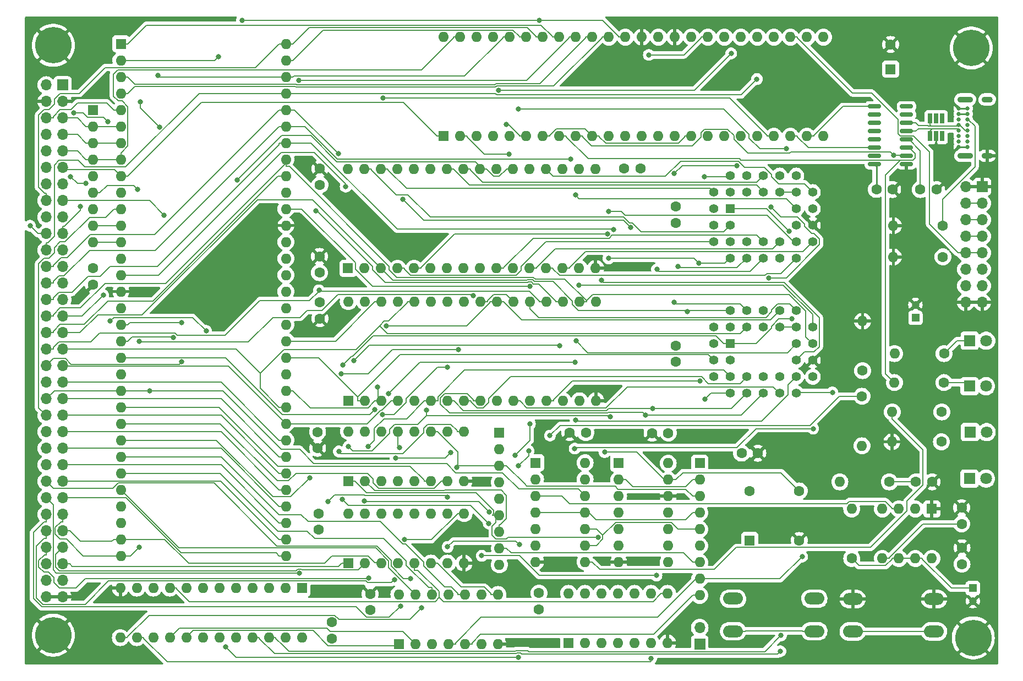
<source format=gbr>
%TF.GenerationSoftware,KiCad,Pcbnew,7.0.10*%
%TF.CreationDate,2024-02-07T22:08:28+01:00*%
%TF.ProjectId,Sixty-n8k,53697874-792d-46e3-986b-2e6b69636164,rev?*%
%TF.SameCoordinates,Original*%
%TF.FileFunction,Copper,L1,Top*%
%TF.FilePolarity,Positive*%
%FSLAX46Y46*%
G04 Gerber Fmt 4.6, Leading zero omitted, Abs format (unit mm)*
G04 Created by KiCad (PCBNEW 7.0.10) date 2024-02-07 22:08:28*
%MOMM*%
%LPD*%
G01*
G04 APERTURE LIST*
G04 Aperture macros list*
%AMRoundRect*
0 Rectangle with rounded corners*
0 $1 Rounding radius*
0 $2 $3 $4 $5 $6 $7 $8 $9 X,Y pos of 4 corners*
0 Add a 4 corners polygon primitive as box body*
4,1,4,$2,$3,$4,$5,$6,$7,$8,$9,$2,$3,0*
0 Add four circle primitives for the rounded corners*
1,1,$1+$1,$2,$3*
1,1,$1+$1,$4,$5*
1,1,$1+$1,$6,$7*
1,1,$1+$1,$8,$9*
0 Add four rect primitives between the rounded corners*
20,1,$1+$1,$2,$3,$4,$5,0*
20,1,$1+$1,$4,$5,$6,$7,0*
20,1,$1+$1,$6,$7,$8,$9,0*
20,1,$1+$1,$8,$9,$2,$3,0*%
G04 Aperture macros list end*
%TA.AperFunction,ComponentPad*%
%ADD10C,1.600000*%
%TD*%
%TA.AperFunction,ComponentPad*%
%ADD11O,1.600000X1.600000*%
%TD*%
%TA.AperFunction,SMDPad,CuDef*%
%ADD12R,0.650000X1.560000*%
%TD*%
%TA.AperFunction,ComponentPad*%
%ADD13R,1.600000X1.600000*%
%TD*%
%TA.AperFunction,ComponentPad*%
%ADD14R,1.200000X1.200000*%
%TD*%
%TA.AperFunction,ComponentPad*%
%ADD15C,1.200000*%
%TD*%
%TA.AperFunction,ComponentPad*%
%ADD16C,0.650000*%
%TD*%
%TA.AperFunction,ComponentPad*%
%ADD17O,1.700000X0.900000*%
%TD*%
%TA.AperFunction,ComponentPad*%
%ADD18O,2.400000X0.900000*%
%TD*%
%TA.AperFunction,ComponentPad*%
%ADD19C,5.600000*%
%TD*%
%TA.AperFunction,ComponentPad*%
%ADD20R,1.700000X1.700000*%
%TD*%
%TA.AperFunction,ComponentPad*%
%ADD21O,1.700000X1.700000*%
%TD*%
%TA.AperFunction,ComponentPad*%
%ADD22O,3.048000X1.850000*%
%TD*%
%TA.AperFunction,ComponentPad*%
%ADD23R,1.800000X1.800000*%
%TD*%
%TA.AperFunction,ComponentPad*%
%ADD24C,1.800000*%
%TD*%
%TA.AperFunction,ComponentPad*%
%ADD25R,1.422400X1.422400*%
%TD*%
%TA.AperFunction,ComponentPad*%
%ADD26C,1.422400*%
%TD*%
%TA.AperFunction,SMDPad,CuDef*%
%ADD27RoundRect,0.150000X0.825000X0.150000X-0.825000X0.150000X-0.825000X-0.150000X0.825000X-0.150000X0*%
%TD*%
%TA.AperFunction,ViaPad*%
%ADD28C,0.800000*%
%TD*%
%TA.AperFunction,Conductor*%
%ADD29C,0.250000*%
%TD*%
%TA.AperFunction,Conductor*%
%ADD30C,0.154000*%
%TD*%
%TA.AperFunction,Conductor*%
%ADD31C,0.200000*%
%TD*%
G04 APERTURE END LIST*
D10*
%TO.P,R1,1*%
%TO.N,Net-(U2-TR)*%
X200990000Y-121930000D03*
D11*
%TO.P,R1,2*%
%TO.N,+5V*%
X193370000Y-121930000D03*
%TD*%
D12*
%TO.P,U9,1,D1+*%
%TO.N,USB_D+*%
X207245000Y-68740000D03*
%TO.P,U9,2,GND*%
%TO.N,GND*%
X208195000Y-68740000D03*
%TO.P,U9,3,D2+*%
%TO.N,unconnected-(U9-D2+-Pad3)*%
X209145000Y-68740000D03*
%TO.P,U9,4,D2-*%
%TO.N,unconnected-(U9-D2--Pad4)*%
X209145000Y-66040000D03*
%TO.P,U9,5,NC*%
%TO.N,unconnected-(U9-NC-Pad5)*%
X208195000Y-66040000D03*
%TO.P,U9,6,D1-*%
%TO.N,USB_D-*%
X207245000Y-66040000D03*
%TD*%
D10*
%TO.P,C11,1*%
%TO.N,+5V*%
X113382000Y-94314000D03*
%TO.P,C11,2*%
%TO.N,GND*%
X113382000Y-96814000D03*
%TD*%
D13*
%TO.P,U4,1,A18*%
%TO.N,/A19*%
X117700000Y-89085000D03*
D11*
%TO.P,U4,2,A16*%
%TO.N,/A17*%
X120240000Y-89085000D03*
%TO.P,U4,3,A14*%
%TO.N,/A15*%
X122780000Y-89085000D03*
%TO.P,U4,4,A12*%
%TO.N,/A13*%
X125320000Y-89085000D03*
%TO.P,U4,5,A7*%
%TO.N,/A8*%
X127860000Y-89085000D03*
%TO.P,U4,6,A6*%
%TO.N,/A7*%
X130400000Y-89085000D03*
%TO.P,U4,7,A5*%
%TO.N,/A6*%
X132940000Y-89085000D03*
%TO.P,U4,8,A4*%
%TO.N,/A5*%
X135480000Y-89085000D03*
%TO.P,U4,9,A3*%
%TO.N,/A4*%
X138020000Y-89085000D03*
%TO.P,U4,10,A2*%
%TO.N,/A3*%
X140560000Y-89085000D03*
%TO.P,U4,11,A1*%
%TO.N,/A2*%
X143100000Y-89085000D03*
%TO.P,U4,12,A0*%
%TO.N,/A1*%
X145640000Y-89085000D03*
%TO.P,U4,13,DQ0*%
%TO.N,/D0*%
X148180000Y-89085000D03*
%TO.P,U4,14,DQ1*%
%TO.N,/D1*%
X150720000Y-89085000D03*
%TO.P,U4,15,DQ2*%
%TO.N,/D2*%
X153260000Y-89085000D03*
%TO.P,U4,16,VSS*%
%TO.N,GND*%
X155800000Y-89085000D03*
%TO.P,U4,17,DQ3*%
%TO.N,/D3*%
X155800000Y-73845000D03*
%TO.P,U4,18,DQ4*%
%TO.N,/D4*%
X153260000Y-73845000D03*
%TO.P,U4,19,DQ5*%
%TO.N,/D5*%
X150720000Y-73845000D03*
%TO.P,U4,20,DQ6*%
%TO.N,/D6*%
X148180000Y-73845000D03*
%TO.P,U4,21,DQ7*%
%TO.N,/D7*%
X145640000Y-73845000D03*
%TO.P,U4,22,CE#*%
%TO.N,~{CS_RAM}_{ODD}*%
X143100000Y-73845000D03*
%TO.P,U4,23,A10*%
%TO.N,/A11*%
X140560000Y-73845000D03*
%TO.P,U4,24,OE#*%
%TO.N,~{CS_RAM}_{ODD}*%
X138020000Y-73845000D03*
%TO.P,U4,25,A11*%
%TO.N,/A12*%
X135480000Y-73845000D03*
%TO.P,U4,26,A9*%
%TO.N,/A10*%
X132940000Y-73845000D03*
%TO.P,U4,27,A8*%
%TO.N,/A9*%
X130400000Y-73845000D03*
%TO.P,U4,28,A13*%
%TO.N,/A14*%
X127860000Y-73845000D03*
%TO.P,U4,29,WE#*%
%TO.N,R~{W}*%
X125320000Y-73845000D03*
%TO.P,U4,30,A17*%
%TO.N,/A18*%
X122780000Y-73845000D03*
%TO.P,U4,31,A15*%
%TO.N,/A16*%
X120240000Y-73845000D03*
%TO.P,U4,32,VCC*%
%TO.N,+5V*%
X117700000Y-73845000D03*
%TD*%
D14*
%TO.P,C19,1*%
%TO.N,Net-(C19-Pad1)*%
X205000000Y-96710000D03*
D15*
%TO.P,C19,2*%
%TO.N,GND*%
X205000000Y-94710000D03*
%TD*%
D13*
%TO.P,RN3,1,common*%
%TO.N,+5V*%
X78440000Y-64750000D03*
D11*
%TO.P,RN3,2,R1*%
%TO.N,~{AS}*%
X78440000Y-67290000D03*
%TO.P,RN3,3,R2*%
%TO.N,~{UDS}*%
X78440000Y-69830000D03*
%TO.P,RN3,4,R3*%
%TO.N,~{LDS}*%
X78440000Y-72370000D03*
%TO.P,RN3,5,R4*%
%TO.N,unconnected-(RN3-R4-Pad5)*%
X78440000Y-74910000D03*
%TO.P,RN3,6,R5*%
%TO.N,~{BERR}*%
X78440000Y-77450000D03*
%TO.P,RN3,7,R6*%
%TO.N,~{VPA}*%
X78440000Y-79990000D03*
%TO.P,RN3,8,R7*%
%TO.N,~{BGACK}*%
X78440000Y-82530000D03*
%TO.P,RN3,9,R8*%
%TO.N,~{BR}*%
X78440000Y-85070000D03*
%TD*%
D13*
%TO.P,U2,1,GND*%
%TO.N,GND*%
X207530000Y-126090000D03*
D11*
%TO.P,U2,2,TR*%
%TO.N,Net-(U2-TR)*%
X204990000Y-126090000D03*
%TO.P,U2,3,Q*%
%TO.N,/RES*%
X202450000Y-126090000D03*
%TO.P,U2,4,R*%
%TO.N,+5V*%
X199910000Y-126090000D03*
%TO.P,U2,5,CV*%
%TO.N,Net-(U2-CV)*%
X199910000Y-133710000D03*
%TO.P,U2,6,THR*%
%TO.N,Net-(U2-DIS)*%
X202450000Y-133710000D03*
%TO.P,U2,7,DIS*%
X204990000Y-133710000D03*
%TO.P,U2,8,VCC*%
%TO.N,+5V*%
X207530000Y-133710000D03*
%TD*%
D16*
%TO.P,J1,A1,GND*%
%TO.N,GND*%
X211677500Y-70425000D03*
%TO.P,J1,A4,VBUS*%
%TO.N,+5V*%
X211677500Y-69575000D03*
%TO.P,J1,A5,CC1*%
%TO.N,Net-(J1-CC1)*%
X211677500Y-68725000D03*
%TO.P,J1,A6,DP1*%
%TO.N,USB_D+*%
X211677500Y-67875000D03*
%TO.P,J1,A7,DN1*%
%TO.N,USB_D-*%
X211677500Y-67025000D03*
%TO.P,J1,A8,SBU1*%
%TO.N,unconnected-(J1-SBU1-PadA8)*%
X211677500Y-66175000D03*
%TO.P,J1,A9,VBUS__1*%
%TO.N,+5V*%
X211677500Y-65325000D03*
%TO.P,J1,A12,GND__1*%
%TO.N,GND*%
X211677500Y-64475000D03*
%TO.P,J1,B1,GND__2*%
X213027500Y-64475000D03*
%TO.P,J1,B4,VBUS__2*%
%TO.N,+5V*%
X213027500Y-65325000D03*
%TO.P,J1,B5,CC2*%
%TO.N,Net-(J1-CC2)*%
X213027500Y-66175000D03*
%TO.P,J1,B6,DP2*%
%TO.N,USB_D+*%
X213027500Y-67025000D03*
%TO.P,J1,B7,DN2*%
%TO.N,USB_D-*%
X213027500Y-67875000D03*
%TO.P,J1,B8,SBU2*%
%TO.N,unconnected-(J1-SBU2-PadB8)*%
X213027500Y-68725000D03*
%TO.P,J1,B9,VBUS__3*%
%TO.N,+5V*%
X213027500Y-69575000D03*
%TO.P,J1,B12,GND__3*%
%TO.N,GND*%
X213027500Y-70425000D03*
D17*
%TO.P,J1,S1,SHELL*%
X216037500Y-71775000D03*
%TO.P,J1,S2,SHELL__1*%
%TO.N,unconnected-(J1-SHELL__1-PadS2)*%
X216037500Y-63125000D03*
D18*
%TO.P,J1,S3,SHELL__2*%
%TO.N,unconnected-(J1-SHELL__2-PadS3)*%
X212657500Y-71775000D03*
%TO.P,J1,S4,SHELL__3*%
%TO.N,unconnected-(J1-SHELL__3-PadS4)*%
X212657500Y-63125000D03*
%TD*%
D19*
%TO.P,H3,1,1*%
%TO.N,GND*%
X213595000Y-55205000D03*
%TD*%
D10*
%TO.P,C5,1*%
%TO.N,Net-(U17-V3)*%
X205760000Y-76980000D03*
%TO.P,C5,2*%
%TO.N,GND*%
X208260000Y-76980000D03*
%TD*%
%TO.P,C15,1*%
%TO.N,+5V*%
X178250000Y-117520000D03*
%TO.P,C15,2*%
%TO.N,GND*%
X180750000Y-117520000D03*
%TD*%
D20*
%TO.P,J3,1,Pin_1*%
%TO.N,+5V*%
X73790000Y-60900000D03*
D21*
%TO.P,J3,2,Pin_2*%
X71250000Y-60900000D03*
%TO.P,J3,3,Pin_3*%
%TO.N,GND*%
X73790000Y-63440000D03*
%TO.P,J3,4,Pin_4*%
X71250000Y-63440000D03*
%TO.P,J3,5,Pin_5*%
%TO.N,~{AS}*%
X73790000Y-65980000D03*
%TO.P,J3,6,Pin_6*%
%TO.N,/D0*%
X71250000Y-65980000D03*
%TO.P,J3,7,Pin_7*%
%TO.N,~{UDS}*%
X73790000Y-68520000D03*
%TO.P,J3,8,Pin_8*%
%TO.N,/D1*%
X71250000Y-68520000D03*
%TO.P,J3,9,Pin_9*%
%TO.N,~{LDS}*%
X73790000Y-71060000D03*
%TO.P,J3,10,Pin_10*%
%TO.N,/D2*%
X71250000Y-71060000D03*
%TO.P,J3,11,Pin_11*%
%TO.N,R~{W}*%
X73790000Y-73600000D03*
%TO.P,J3,12,Pin_12*%
%TO.N,/D3*%
X71250000Y-73600000D03*
%TO.P,J3,13,Pin_13*%
%TO.N,~{DTACK_XPN}*%
X73790000Y-76140000D03*
%TO.P,J3,14,Pin_14*%
%TO.N,/D4*%
X71250000Y-76140000D03*
%TO.P,J3,15,Pin_15*%
%TO.N,~{CS_XPN}*%
X73790000Y-78680000D03*
%TO.P,J3,16,Pin_16*%
%TO.N,/D5*%
X71250000Y-78680000D03*
%TO.P,J3,17,Pin_17*%
%TO.N,unconnected-(J3-Pin_17-Pad17)*%
X73790000Y-81220000D03*
%TO.P,J3,18,Pin_18*%
%TO.N,/D6*%
X71250000Y-81220000D03*
%TO.P,J3,19,Pin_19*%
%TO.N,~{VMA}*%
X73790000Y-83760000D03*
%TO.P,J3,20,Pin_20*%
%TO.N,/D7*%
X71250000Y-83760000D03*
%TO.P,J3,21,Pin_21*%
%TO.N,E*%
X73790000Y-86300000D03*
%TO.P,J3,22,Pin_22*%
%TO.N,/D8*%
X71250000Y-86300000D03*
%TO.P,J3,23,Pin_23*%
%TO.N,~{VPA}*%
X73790000Y-88840000D03*
%TO.P,J3,24,Pin_24*%
%TO.N,/D9*%
X71250000Y-88840000D03*
%TO.P,J3,25,Pin_25*%
%TO.N,unconnected-(J3-Pin_25-Pad25)*%
X73790000Y-91380000D03*
%TO.P,J3,26,Pin_26*%
%TO.N,/D10*%
X71250000Y-91380000D03*
%TO.P,J3,27,Pin_27*%
%TO.N,~{RES}*%
X73790000Y-93920000D03*
%TO.P,J3,28,Pin_28*%
%TO.N,/D11*%
X71250000Y-93920000D03*
%TO.P,J3,29,Pin_29*%
%TO.N,CLK_{CPU}*%
X73790000Y-96460000D03*
%TO.P,J3,30,Pin_30*%
%TO.N,/D12*%
X71250000Y-96460000D03*
%TO.P,J3,31,Pin_31*%
%TO.N,/A15*%
X73790000Y-99000000D03*
%TO.P,J3,32,Pin_32*%
%TO.N,/D13*%
X71250000Y-99000000D03*
%TO.P,J3,33,Pin_33*%
%TO.N,/A14*%
X73790000Y-101540000D03*
%TO.P,J3,34,Pin_34*%
%TO.N,/D14*%
X71250000Y-101540000D03*
%TO.P,J3,35,Pin_35*%
%TO.N,/A13*%
X73790000Y-104080000D03*
%TO.P,J3,36,Pin_36*%
%TO.N,/D15*%
X71250000Y-104080000D03*
%TO.P,J3,37,Pin_37*%
%TO.N,/A12*%
X73790000Y-106620000D03*
%TO.P,J3,38,Pin_38*%
%TO.N,unconnected-(J3-Pin_38-Pad38)*%
X71250000Y-106620000D03*
%TO.P,J3,39,Pin_39*%
%TO.N,/A11*%
X73790000Y-109160000D03*
%TO.P,J3,40,Pin_40*%
%TO.N,~{BERR}*%
X71250000Y-109160000D03*
%TO.P,J3,41,Pin_41*%
%TO.N,/A10*%
X73790000Y-111700000D03*
%TO.P,J3,42,Pin_42*%
%TO.N,~{BG}*%
X71250000Y-111700000D03*
%TO.P,J3,43,Pin_43*%
%TO.N,/A9*%
X73790000Y-114240000D03*
%TO.P,J3,44,Pin_44*%
%TO.N,~{BR}*%
X71250000Y-114240000D03*
%TO.P,J3,45,Pin_45*%
%TO.N,/A8*%
X73790000Y-116780000D03*
%TO.P,J3,46,Pin_46*%
%TO.N,~{BGACK}*%
X71250000Y-116780000D03*
%TO.P,J3,47,Pin_47*%
%TO.N,/A7*%
X73790000Y-119320000D03*
%TO.P,J3,48,Pin_48*%
%TO.N,unconnected-(J3-Pin_48-Pad48)*%
X71250000Y-119320000D03*
%TO.P,J3,49,Pin_49*%
%TO.N,/A6*%
X73790000Y-121860000D03*
%TO.P,J3,50,Pin_50*%
%TO.N,CLK_{HALF}*%
X71250000Y-121860000D03*
%TO.P,J3,51,Pin_51*%
%TO.N,/A5*%
X73790000Y-124400000D03*
%TO.P,J3,52,Pin_52*%
%TO.N,~{IRQ_LOW}*%
X71250000Y-124400000D03*
%TO.P,J3,53,Pin_53*%
%TO.N,/A4*%
X73790000Y-126940000D03*
%TO.P,J3,54,Pin_54*%
%TO.N,~{IRQ_HI}*%
X71250000Y-126940000D03*
%TO.P,J3,55,Pin_55*%
%TO.N,/A3*%
X73790000Y-129480000D03*
%TO.P,J3,56,Pin_56*%
%TO.N,~{IACK_LOW}*%
X71250000Y-129480000D03*
%TO.P,J3,57,Pin_57*%
%TO.N,/A2*%
X73790000Y-132020000D03*
%TO.P,J3,58,Pin_58*%
%TO.N,~{IACK_HI}*%
X71250000Y-132020000D03*
%TO.P,J3,59,Pin_59*%
%TO.N,/A1*%
X73790000Y-134560000D03*
%TO.P,J3,60,Pin_60*%
%TO.N,unconnected-(J3-Pin_60-Pad60)*%
X71250000Y-134560000D03*
%TO.P,J3,61,Pin_61*%
%TO.N,+5V*%
X73790000Y-137100000D03*
%TO.P,J3,62,Pin_62*%
X71250000Y-137100000D03*
%TO.P,J3,63,Pin_63*%
%TO.N,GND*%
X73790000Y-139640000D03*
%TO.P,J3,64,Pin_64*%
X71250000Y-139640000D03*
%TD*%
D10*
%TO.P,C22,1*%
%TO.N,+5V*%
X147080000Y-139040000D03*
%TO.P,C22,2*%
%TO.N,GND*%
X147080000Y-141540000D03*
%TD*%
%TO.P,R7,1*%
%TO.N,Net-(D4-K)*%
X209410000Y-102210000D03*
D11*
%TO.P,R7,2*%
%TO.N,RxD*%
X201790000Y-102210000D03*
%TD*%
D22*
%TO.P,SW1,1,1*%
%TO.N,GND*%
X195360000Y-139950000D03*
X207860000Y-139950000D03*
%TO.P,SW1,2,2*%
%TO.N,Net-(U2-TR)*%
X195360000Y-144950000D03*
X207860000Y-144950000D03*
%TD*%
D23*
%TO.P,D3,1,K*%
%TO.N,Net-(D3-K)*%
X213310000Y-107220000D03*
D24*
%TO.P,D3,2,A*%
%TO.N,+5V*%
X215850000Y-107220000D03*
%TD*%
D10*
%TO.P,R6,1*%
%TO.N,Net-(J1-CC2)*%
X209230000Y-82540000D03*
D11*
%TO.P,R6,2*%
%TO.N,GND*%
X201610000Y-82540000D03*
%TD*%
D10*
%TO.P,R10,1*%
%TO.N,Net-(C19-Pad1)*%
X196770000Y-108770000D03*
D11*
%TO.P,R10,2*%
%TO.N,Net-(R10-Pad2)*%
X196770000Y-116390000D03*
%TD*%
D25*
%TO.P,U3,1,A18*%
%TO.N,/A19*%
X176512000Y-79904000D03*
D26*
%TO.P,U3,2,A16*%
%TO.N,/A17*%
X173972000Y-82444000D03*
%TO.P,U3,3,A15*%
%TO.N,/A16*%
X176512000Y-82444000D03*
%TO.P,U3,4,A12*%
%TO.N,/A13*%
X173972000Y-84984000D03*
%TO.P,U3,5,A7*%
%TO.N,/A8*%
X176512000Y-87524000D03*
%TO.P,U3,6,A6*%
%TO.N,/A7*%
X176512000Y-84984000D03*
%TO.P,U3,7,A5*%
%TO.N,/A6*%
X179052000Y-87524000D03*
%TO.P,U3,8,A4*%
%TO.N,/A5*%
X179052000Y-84984000D03*
%TO.P,U3,9,A3*%
%TO.N,/A4*%
X181592000Y-87524000D03*
%TO.P,U3,10,A2*%
%TO.N,/A3*%
X181592000Y-84984000D03*
%TO.P,U3,11,A1*%
%TO.N,/A2*%
X184132000Y-87524000D03*
%TO.P,U3,12,A0*%
%TO.N,/A1*%
X184132000Y-84984000D03*
%TO.P,U3,13,DQ0*%
%TO.N,/D0*%
X186672000Y-87524000D03*
%TO.P,U3,14,DQ1*%
%TO.N,/D1*%
X189212000Y-84984000D03*
%TO.P,U3,15,DQ2*%
%TO.N,/D2*%
X186672000Y-84984000D03*
%TO.P,U3,16,VSS*%
%TO.N,GND*%
X189212000Y-82444000D03*
%TO.P,U3,17,DQ3*%
%TO.N,/D3*%
X186672000Y-82444000D03*
%TO.P,U3,18,DQ4*%
%TO.N,/D4*%
X189212000Y-79904000D03*
%TO.P,U3,19,DQ5*%
%TO.N,/D5*%
X186672000Y-79904000D03*
%TO.P,U3,20,DQ6*%
%TO.N,/D6*%
X189212000Y-77364000D03*
%TO.P,U3,21,DQ7*%
%TO.N,/D7*%
X186672000Y-74824000D03*
%TO.P,U3,22,~{CE}*%
%TO.N,~{CS_ROM}_{ODD}*%
X186672000Y-77364000D03*
%TO.P,U3,23,A10*%
%TO.N,/A11*%
X184132000Y-74824000D03*
%TO.P,U3,24,~{OE}*%
%TO.N,~{CS_ROM}_{ODD}*%
X184132000Y-77364000D03*
%TO.P,U3,25,A11*%
%TO.N,/A12*%
X181592000Y-74824000D03*
%TO.P,U3,26,A9*%
%TO.N,/A10*%
X181592000Y-77364000D03*
%TO.P,U3,27,A8*%
%TO.N,/A9*%
X179052000Y-74824000D03*
%TO.P,U3,28,A13*%
%TO.N,/A14*%
X179052000Y-77364000D03*
%TO.P,U3,29,A14*%
%TO.N,/A15*%
X176512000Y-74824000D03*
%TO.P,U3,30,A17*%
%TO.N,/A18*%
X173972000Y-77364000D03*
%TO.P,U3,31,~{WE}*%
%TO.N,+5V*%
X176512000Y-77364000D03*
%TO.P,U3,32,VCC*%
X173972000Y-79904000D03*
%TD*%
D13*
%TO.P,U14,1,R/~{W}*%
%TO.N,R~{W}*%
X132430000Y-68770000D03*
D11*
%TO.P,U14,2,RS1*%
%TO.N,/A1*%
X134970000Y-68770000D03*
%TO.P,U14,3,RS2*%
%TO.N,/A2*%
X137510000Y-68770000D03*
%TO.P,U14,4,RS3*%
%TO.N,/A3*%
X140050000Y-68770000D03*
%TO.P,U14,5,RS4*%
%TO.N,/A4*%
X142590000Y-68770000D03*
%TO.P,U14,6,RS5*%
%TO.N,/A5*%
X145130000Y-68770000D03*
%TO.P,U14,7,TC*%
%TO.N,Net-(U14A-RC)*%
X147670000Y-68770000D03*
%TO.P,U14,8,SO*%
%TO.N,TxD*%
X150210000Y-68770000D03*
%TO.P,U14,9,SI*%
%TO.N,RxD*%
X152750000Y-68770000D03*
%TO.P,U14,10,RC*%
%TO.N,Net-(U14A-RC)*%
X155290000Y-68770000D03*
%TO.P,U14,11,VCC*%
%TO.N,+5V*%
X157830000Y-68770000D03*
%TO.P,U14,12,NC*%
%TO.N,unconnected-(U14A-NC-Pad12)*%
X160370000Y-68770000D03*
%TO.P,U14,13,TAO*%
%TO.N,unconnected-(U14A-TAO-Pad13)*%
X162910000Y-68770000D03*
%TO.P,U14,14,TBO*%
%TO.N,unconnected-(U14A-TBO-Pad14)*%
X165450000Y-68770000D03*
%TO.P,U14,15,TCO*%
%TO.N,unconnected-(U14A-TCO-Pad15)*%
X167990000Y-68770000D03*
%TO.P,U14,16,TDO*%
%TO.N,Net-(U14A-RC)*%
X170530000Y-68770000D03*
%TO.P,U14,17,XTAL1*%
%TO.N,CLK_{HALF}*%
X173070000Y-68770000D03*
%TO.P,U14,18,XTAL2*%
%TO.N,unconnected-(U14A-XTAL2-Pad18)*%
X175610000Y-68770000D03*
%TO.P,U14,19,TAI*%
%TO.N,unconnected-(U14A-TAI-Pad19)*%
X178150000Y-68770000D03*
%TO.P,U14,20,TBI*%
%TO.N,unconnected-(U14A-TBI-Pad20)*%
X180690000Y-68770000D03*
%TO.P,U14,21,RESET*%
%TO.N,~{RES}*%
X183230000Y-68770000D03*
%TO.P,U14,22,I0*%
%TO.N,~{CTS}*%
X185770000Y-68770000D03*
%TO.P,U14,23,I1*%
%TO.N,~{RTS}*%
X188310000Y-68770000D03*
%TO.P,U14,24,I2*%
%TO.N,unconnected-(U14A-I2-Pad24)*%
X190850000Y-68770000D03*
%TO.P,U14,25,I3*%
%TO.N,unconnected-(U14A-I3-Pad25)*%
X190850000Y-53530000D03*
%TO.P,U14,26,I4*%
%TO.N,SD_MOSI*%
X188310000Y-53530000D03*
%TO.P,U14,27,I5*%
%TO.N,~{SD_CS}*%
X185770000Y-53530000D03*
%TO.P,U14,28,I6*%
%TO.N,~{SD_CLK}*%
X183230000Y-53530000D03*
%TO.P,U14,29,I7*%
%TO.N,SD_MISO*%
X180690000Y-53530000D03*
%TO.P,U14,30,TR*%
%TO.N,unconnected-(U14A-TR-Pad30)*%
X178150000Y-53530000D03*
%TO.P,U14,31,RR*%
%TO.N,unconnected-(U14A-RR-Pad31)*%
X175610000Y-53530000D03*
%TO.P,U14,32,IRQ*%
%TO.N,~{IRQ_MFP}*%
X173070000Y-53530000D03*
%TO.P,U14,33,IEO*%
%TO.N,unconnected-(U14A-IEO-Pad33)*%
X170530000Y-53530000D03*
%TO.P,U14,34,IEI*%
%TO.N,GND*%
X167990000Y-53530000D03*
%TO.P,U14,35,CLK*%
%TO.N,CLK_{HALF}*%
X165450000Y-53530000D03*
%TO.P,U14,36,GND*%
%TO.N,GND*%
X162910000Y-53530000D03*
%TO.P,U14,37,D0*%
%TO.N,/D0*%
X160370000Y-53530000D03*
%TO.P,U14,38,D1*%
%TO.N,/D1*%
X157830000Y-53530000D03*
%TO.P,U14,39,D2*%
%TO.N,/D2*%
X155290000Y-53530000D03*
%TO.P,U14,40,D3*%
%TO.N,/D3*%
X152750000Y-53530000D03*
%TO.P,U14,41,D4*%
%TO.N,/D4*%
X150210000Y-53530000D03*
%TO.P,U14,42,D5*%
%TO.N,/D5*%
X147670000Y-53530000D03*
%TO.P,U14,43,D6*%
%TO.N,/D6*%
X145130000Y-53530000D03*
%TO.P,U14,44,D7*%
%TO.N,/D7*%
X142590000Y-53530000D03*
%TO.P,U14,45,IACK*%
%TO.N,~{IACK_MFP}*%
X140050000Y-53530000D03*
%TO.P,U14,46,DTACK*%
%TO.N,~{DTACK_MFP}*%
X137510000Y-53530000D03*
%TO.P,U14,47,DS*%
%TO.N,~{LDS}*%
X134970000Y-53530000D03*
%TO.P,U14,48,CS*%
%TO.N,~{CS_MFP}*%
X132430000Y-53530000D03*
%TD*%
D20*
%TO.P,J4,1,Pin_1*%
%TO.N,~{AS}*%
X171810000Y-146910000D03*
D21*
%TO.P,J4,2,Pin_2*%
%TO.N,BERR_WATCHDOG*%
X171810000Y-144370000D03*
%TD*%
D14*
%TO.P,C3,1*%
%TO.N,Net-(U2-DIS)*%
X213830000Y-138280000D03*
D15*
%TO.P,C3,2*%
%TO.N,GND*%
X213830000Y-140280000D03*
%TD*%
D10*
%TO.P,R3,1*%
%TO.N,Net-(D1-K)*%
X209000000Y-115770000D03*
D11*
%TO.P,R3,2*%
%TO.N,GND*%
X201380000Y-115770000D03*
%TD*%
D23*
%TO.P,D2,1,K*%
%TO.N,Net-(D2-K)*%
X213410000Y-114285000D03*
D24*
%TO.P,D2,2,A*%
%TO.N,+5V*%
X215950000Y-114285000D03*
%TD*%
D19*
%TO.P,H4,1,1*%
%TO.N,GND*%
X72350000Y-145530000D03*
%TD*%
D25*
%TO.P,U8,1,A18*%
%TO.N,/A19*%
X176512000Y-100692000D03*
D26*
%TO.P,U8,2,A16*%
%TO.N,/A17*%
X173972000Y-103232000D03*
%TO.P,U8,3,A15*%
%TO.N,/A16*%
X176512000Y-103232000D03*
%TO.P,U8,4,A12*%
%TO.N,/A13*%
X173972000Y-105772000D03*
%TO.P,U8,5,A7*%
%TO.N,/A8*%
X176512000Y-108312000D03*
%TO.P,U8,6,A6*%
%TO.N,/A7*%
X176512000Y-105772000D03*
%TO.P,U8,7,A5*%
%TO.N,/A6*%
X179052000Y-108312000D03*
%TO.P,U8,8,A4*%
%TO.N,/A5*%
X179052000Y-105772000D03*
%TO.P,U8,9,A3*%
%TO.N,/A4*%
X181592000Y-108312000D03*
%TO.P,U8,10,A2*%
%TO.N,/A3*%
X181592000Y-105772000D03*
%TO.P,U8,11,A1*%
%TO.N,/A2*%
X184132000Y-108312000D03*
%TO.P,U8,12,A0*%
%TO.N,/A1*%
X184132000Y-105772000D03*
%TO.P,U8,13,DQ0*%
%TO.N,/D8*%
X186672000Y-108312000D03*
%TO.P,U8,14,DQ1*%
%TO.N,/D9*%
X189212000Y-105772000D03*
%TO.P,U8,15,DQ2*%
%TO.N,/D10*%
X186672000Y-105772000D03*
%TO.P,U8,16,VSS*%
%TO.N,GND*%
X189212000Y-103232000D03*
%TO.P,U8,17,DQ3*%
%TO.N,/D11*%
X186672000Y-103232000D03*
%TO.P,U8,18,DQ4*%
%TO.N,/D12*%
X189212000Y-100692000D03*
%TO.P,U8,19,DQ5*%
%TO.N,/D13*%
X186672000Y-100692000D03*
%TO.P,U8,20,DQ6*%
%TO.N,/D14*%
X189212000Y-98152000D03*
%TO.P,U8,21,DQ7*%
%TO.N,/D15*%
X186672000Y-95612000D03*
%TO.P,U8,22,~{CE}*%
%TO.N,~{CS_ROM}_{EVEN}*%
X186672000Y-98152000D03*
%TO.P,U8,23,A10*%
%TO.N,/A11*%
X184132000Y-95612000D03*
%TO.P,U8,24,~{OE}*%
%TO.N,~{CS_ROM}_{EVEN}*%
X184132000Y-98152000D03*
%TO.P,U8,25,A11*%
%TO.N,/A12*%
X181592000Y-95612000D03*
%TO.P,U8,26,A9*%
%TO.N,/A10*%
X181592000Y-98152000D03*
%TO.P,U8,27,A8*%
%TO.N,/A9*%
X179052000Y-95612000D03*
%TO.P,U8,28,A13*%
%TO.N,/A14*%
X179052000Y-98152000D03*
%TO.P,U8,29,A14*%
%TO.N,/A15*%
X176512000Y-95612000D03*
%TO.P,U8,30,A17*%
%TO.N,/A18*%
X173972000Y-98152000D03*
%TO.P,U8,31,~{WE}*%
%TO.N,+5V*%
X176512000Y-98152000D03*
%TO.P,U8,32,VCC*%
X173972000Y-100692000D03*
%TD*%
D22*
%TO.P,SW2,1,1*%
%TO.N,+5V*%
X176950000Y-139900000D03*
X189450000Y-139900000D03*
%TO.P,SW2,2,2*%
%TO.N,Net-(R10-Pad2)*%
X176950000Y-144900000D03*
X189450000Y-144900000D03*
%TD*%
D10*
%TO.P,C1,1*%
%TO.N,Net-(U2-TR)*%
X205080000Y-121920000D03*
%TO.P,C1,2*%
%TO.N,GND*%
X207580000Y-121920000D03*
%TD*%
%TO.P,C21,1*%
%TO.N,+5V*%
X113210000Y-126800000D03*
%TO.P,C21,2*%
%TO.N,GND*%
X113210000Y-129300000D03*
%TD*%
D13*
%TO.P,C16,1*%
%TO.N,+5V*%
X201180000Y-58470000D03*
D10*
%TO.P,C16,2*%
%TO.N,GND*%
X201180000Y-54670000D03*
%TD*%
D13*
%TO.P,U13,1,I4*%
%TO.N,~{IRQ_MFP}*%
X117770000Y-121800000D03*
D11*
%TO.P,U13,2,I5*%
%TO.N,Net-(RN1-R6)*%
X120310000Y-121800000D03*
%TO.P,U13,3,I6*%
%TO.N,~{IRQ_HI}*%
X122850000Y-121800000D03*
%TO.P,U13,4,I7*%
%TO.N,Net-(RN1-R8)*%
X125390000Y-121800000D03*
%TO.P,U13,5,EI*%
%TO.N,GND*%
X127930000Y-121800000D03*
%TO.P,U13,6,S2*%
%TO.N,/IPL2*%
X130470000Y-121800000D03*
%TO.P,U13,7,S1*%
%TO.N,/IPL1*%
X133010000Y-121800000D03*
%TO.P,U13,8,GND*%
%TO.N,GND*%
X135550000Y-121800000D03*
%TO.P,U13,9,S0*%
%TO.N,/IPL0*%
X135550000Y-114180000D03*
%TO.P,U13,10,IO*%
%TO.N,GND*%
X133010000Y-114180000D03*
%TO.P,U13,11,I1*%
%TO.N,~{IRQ_LOW}*%
X130470000Y-114180000D03*
%TO.P,U13,12,I2*%
%TO.N,Net-(RN1-R3)*%
X127930000Y-114180000D03*
%TO.P,U13,13,I3*%
%TO.N,Net-(RN1-R4)*%
X125390000Y-114180000D03*
%TO.P,U13,14,GS*%
%TO.N,unconnected-(U13-GS-Pad14)*%
X122850000Y-114180000D03*
%TO.P,U13,15,EO*%
%TO.N,unconnected-(U13-EO-Pad15)*%
X120310000Y-114180000D03*
%TO.P,U13,16,VCC*%
%TO.N,+5V*%
X117770000Y-114180000D03*
%TD*%
D13*
%TO.P,X1,1,EN*%
%TO.N,unconnected-(X1-EN-Pad1)*%
X179510000Y-130950000D03*
D10*
%TO.P,X1,4,GND*%
%TO.N,GND*%
X187130000Y-130950000D03*
%TO.P,X1,5,OUT*%
%TO.N,CLK_{CPU}*%
X187130000Y-123330000D03*
%TO.P,X1,8,Vcc*%
%TO.N,+5V*%
X179510000Y-123330000D03*
%TD*%
%TO.P,C20,1*%
%TO.N,+5V*%
X113010000Y-114260000D03*
%TO.P,C20,2*%
%TO.N,GND*%
X113010000Y-116760000D03*
%TD*%
%TO.P,R5,1*%
%TO.N,Net-(J1-CC1)*%
X209230000Y-87340000D03*
D11*
%TO.P,R5,2*%
%TO.N,GND*%
X201610000Y-87340000D03*
%TD*%
D10*
%TO.P,C10,1*%
%TO.N,+5V*%
X113382000Y-76260000D03*
%TO.P,C10,2*%
%TO.N,GND*%
X113382000Y-73760000D03*
%TD*%
%TO.P,C8,1*%
%TO.N,+5V*%
X212160000Y-134570000D03*
%TO.P,C8,2*%
%TO.N,GND*%
X212160000Y-132070000D03*
%TD*%
%TO.P,C9,1*%
%TO.N,+5V*%
X160200000Y-73730000D03*
%TO.P,C9,2*%
%TO.N,GND*%
X162700000Y-73730000D03*
%TD*%
%TO.P,C12,1*%
%TO.N,+5V*%
X115170000Y-146040000D03*
%TO.P,C12,2*%
%TO.N,GND*%
X115170000Y-143540000D03*
%TD*%
%TO.P,R2,1*%
%TO.N,Net-(U2-DIS)*%
X195200000Y-133710000D03*
D11*
%TO.P,R2,2*%
%TO.N,+5V*%
X195200000Y-126090000D03*
%TD*%
D13*
%TO.P,U7,1,A18*%
%TO.N,/A19*%
X117740000Y-109460000D03*
D11*
%TO.P,U7,2,A16*%
%TO.N,/A17*%
X120280000Y-109460000D03*
%TO.P,U7,3,A14*%
%TO.N,/A15*%
X122820000Y-109460000D03*
%TO.P,U7,4,A12*%
%TO.N,/A13*%
X125360000Y-109460000D03*
%TO.P,U7,5,A7*%
%TO.N,/A8*%
X127900000Y-109460000D03*
%TO.P,U7,6,A6*%
%TO.N,/A7*%
X130440000Y-109460000D03*
%TO.P,U7,7,A5*%
%TO.N,/A6*%
X132980000Y-109460000D03*
%TO.P,U7,8,A4*%
%TO.N,/A5*%
X135520000Y-109460000D03*
%TO.P,U7,9,A3*%
%TO.N,/A4*%
X138060000Y-109460000D03*
%TO.P,U7,10,A2*%
%TO.N,/A3*%
X140600000Y-109460000D03*
%TO.P,U7,11,A1*%
%TO.N,/A2*%
X143140000Y-109460000D03*
%TO.P,U7,12,A0*%
%TO.N,/A1*%
X145680000Y-109460000D03*
%TO.P,U7,13,DQ0*%
%TO.N,/D8*%
X148220000Y-109460000D03*
%TO.P,U7,14,DQ1*%
%TO.N,/D9*%
X150760000Y-109460000D03*
%TO.P,U7,15,DQ2*%
%TO.N,/D10*%
X153300000Y-109460000D03*
%TO.P,U7,16,VSS*%
%TO.N,GND*%
X155840000Y-109460000D03*
%TO.P,U7,17,DQ3*%
%TO.N,/D11*%
X155840000Y-94220000D03*
%TO.P,U7,18,DQ4*%
%TO.N,/D12*%
X153300000Y-94220000D03*
%TO.P,U7,19,DQ5*%
%TO.N,/D13*%
X150760000Y-94220000D03*
%TO.P,U7,20,DQ6*%
%TO.N,/D14*%
X148220000Y-94220000D03*
%TO.P,U7,21,DQ7*%
%TO.N,/D15*%
X145680000Y-94220000D03*
%TO.P,U7,22,CE#*%
%TO.N,~{CS_RAM}_{EVEN}*%
X143140000Y-94220000D03*
%TO.P,U7,23,A10*%
%TO.N,/A11*%
X140600000Y-94220000D03*
%TO.P,U7,24,OE#*%
%TO.N,~{CS_RAM}_{EVEN}*%
X138060000Y-94220000D03*
%TO.P,U7,25,A11*%
%TO.N,/A12*%
X135520000Y-94220000D03*
%TO.P,U7,26,A9*%
%TO.N,/A10*%
X132980000Y-94220000D03*
%TO.P,U7,27,A8*%
%TO.N,/A9*%
X130440000Y-94220000D03*
%TO.P,U7,28,A13*%
%TO.N,/A14*%
X127900000Y-94220000D03*
%TO.P,U7,29,WE#*%
%TO.N,R~{W}*%
X125360000Y-94220000D03*
%TO.P,U7,30,A17*%
%TO.N,/A18*%
X122820000Y-94220000D03*
%TO.P,U7,31,A15*%
%TO.N,/A16*%
X120280000Y-94220000D03*
%TO.P,U7,32,VCC*%
%TO.N,+5V*%
X117740000Y-94220000D03*
%TD*%
D10*
%TO.P,C13,1*%
%TO.N,+5V*%
X198990000Y-76966000D03*
%TO.P,C13,2*%
%TO.N,GND*%
X201490000Y-76966000D03*
%TD*%
%TO.P,C18,1*%
%TO.N,+5V*%
X168130000Y-100986000D03*
%TO.P,C18,2*%
%TO.N,GND*%
X168130000Y-103486000D03*
%TD*%
D27*
%TO.P,U17,1,GND*%
%TO.N,GND*%
X203620000Y-73090000D03*
%TO.P,U17,2,TXD*%
%TO.N,RxD*%
X203620000Y-71820000D03*
%TO.P,U17,3,RXD*%
%TO.N,TxD*%
X203620000Y-70550000D03*
%TO.P,U17,4,V3*%
%TO.N,Net-(U17-V3)*%
X203620000Y-69280000D03*
%TO.P,U17,5,UD+*%
%TO.N,USB_D+*%
X203620000Y-68010000D03*
%TO.P,U17,6,UD-*%
%TO.N,USB_D-*%
X203620000Y-66740000D03*
%TO.P,U17,7,NC*%
%TO.N,unconnected-(U17-NC-Pad7)*%
X203620000Y-65470000D03*
%TO.P,U17,8,~{OUT}/~{DTR}*%
%TO.N,unconnected-(U17-~{OUT}{slash}~{DTR}-Pad8)*%
X203620000Y-64200000D03*
%TO.P,U17,9,~{CTS}*%
%TO.N,~{RTS}*%
X198670000Y-64200000D03*
%TO.P,U17,10,~{DSR}*%
%TO.N,unconnected-(U17-~{DSR}-Pad10)*%
X198670000Y-65470000D03*
%TO.P,U17,11,~{RI}*%
%TO.N,unconnected-(U17-~{RI}-Pad11)*%
X198670000Y-66740000D03*
%TO.P,U17,12,~{DCD}*%
%TO.N,unconnected-(U17-~{DCD}-Pad12)*%
X198670000Y-68010000D03*
%TO.P,U17,13,~{DTR}*%
%TO.N,unconnected-(U17-~{DTR}-Pad13)*%
X198670000Y-69280000D03*
%TO.P,U17,14,~{RTS}*%
%TO.N,~{CTS}*%
X198670000Y-70550000D03*
%TO.P,U17,15,R232*%
%TO.N,unconnected-(U17-R232-Pad15)*%
X198670000Y-71820000D03*
%TO.P,U17,16,VCC*%
%TO.N,+5V*%
X198670000Y-73090000D03*
%TD*%
D23*
%TO.P,D4,1,K*%
%TO.N,Net-(D4-K)*%
X213350000Y-100230000D03*
D24*
%TO.P,D4,2,A*%
%TO.N,+5V*%
X215890000Y-100230000D03*
%TD*%
D19*
%TO.P,H1,1,1*%
%TO.N,GND*%
X213895000Y-145930000D03*
%TD*%
D10*
%TO.P,C4,1*%
%TO.N,+5V*%
X154300000Y-114360000D03*
%TO.P,C4,2*%
%TO.N,GND*%
X151800000Y-114360000D03*
%TD*%
D13*
%TO.P,U1,1*%
%TO.N,/RES*%
X146560000Y-119005000D03*
D11*
%TO.P,U1,2*%
%TO.N,~{RES}*%
X146560000Y-121545000D03*
%TO.P,U1,3*%
%TO.N,/RES*%
X146560000Y-124085000D03*
%TO.P,U1,4*%
%TO.N,~{HALT}*%
X146560000Y-126625000D03*
%TO.P,U1,5*%
%TO.N,Net-(C19-Pad1)*%
X146560000Y-129165000D03*
%TO.P,U1,6*%
%TO.N,Net-(RN1-R8)*%
X146560000Y-131705000D03*
%TO.P,U1,7,GND*%
%TO.N,GND*%
X146560000Y-134245000D03*
%TO.P,U1,8*%
%TO.N,Net-(R4-Pad2)*%
X154180000Y-134245000D03*
%TO.P,U1,9*%
%TO.N,HALT*%
X154180000Y-131705000D03*
%TO.P,U1,10*%
X154180000Y-129165000D03*
%TO.P,U1,11*%
%TO.N,~{HALT}*%
X154180000Y-126625000D03*
%TO.P,U1,12*%
%TO.N,~{BERR}*%
X154180000Y-124085000D03*
%TO.P,U1,13*%
%TO.N,Net-(U11A-Q3)*%
X154180000Y-121545000D03*
%TO.P,U1,14,VCC*%
%TO.N,+5V*%
X154180000Y-119005000D03*
%TD*%
D13*
%TO.P,U11,1,CP*%
%TO.N,E*%
X159340000Y-119070000D03*
D11*
%TO.P,U11,2,MR*%
%TO.N,BERR_WATCHDOG*%
X159340000Y-121610000D03*
%TO.P,U11,3,Q0*%
%TO.N,unconnected-(U11A-Q0-Pad3)*%
X159340000Y-124150000D03*
%TO.P,U11,4,Q1*%
%TO.N,unconnected-(U11A-Q1-Pad4)*%
X159340000Y-126690000D03*
%TO.P,U11,5,Q2*%
%TO.N,unconnected-(U11A-Q2-Pad5)*%
X159340000Y-129230000D03*
%TO.P,U11,6,Q3*%
%TO.N,Net-(U11A-Q3)*%
X159340000Y-131770000D03*
%TO.P,U11,7,GND*%
%TO.N,GND*%
X159340000Y-134310000D03*
%TO.P,U11,8,Q3*%
%TO.N,unconnected-(U11B-Q3-Pad8)*%
X166960000Y-134310000D03*
%TO.P,U11,9,Q2*%
%TO.N,unconnected-(U11B-Q2-Pad9)*%
X166960000Y-131770000D03*
%TO.P,U11,10,Q1*%
%TO.N,unconnected-(U11B-Q1-Pad10)*%
X166960000Y-129230000D03*
%TO.P,U11,11,Q0*%
%TO.N,CLK_{HALF}*%
X166960000Y-126690000D03*
%TO.P,U11,12,MR*%
%TO.N,GND*%
X166960000Y-124150000D03*
%TO.P,U11,13,CP*%
%TO.N,CLK_{CPU}*%
X166960000Y-121610000D03*
%TO.P,U11,14,VCC*%
%TO.N,+5V*%
X166960000Y-119070000D03*
%TD*%
D13*
%TO.P,RN2,1,common*%
%TO.N,+5V*%
X171820000Y-119070000D03*
D11*
%TO.P,RN2,2,R1*%
%TO.N,BERR_WATCHDOG*%
X171820000Y-121610000D03*
%TO.P,RN2,3,R2*%
%TO.N,~{IRQ_LOW}*%
X171820000Y-124150000D03*
%TO.P,RN2,4,R3*%
%TO.N,~{HALT}*%
X171820000Y-126690000D03*
%TO.P,RN2,5,R4*%
%TO.N,HALT*%
X171820000Y-129230000D03*
%TO.P,RN2,6,R5*%
%TO.N,~{RES}*%
X171820000Y-131770000D03*
%TO.P,RN2,7,R6*%
%TO.N,~{IRQ_HI}*%
X171820000Y-134310000D03*
%TO.P,RN2,8,R7*%
%TO.N,~{DTACK_MFP}*%
X171820000Y-136850000D03*
%TO.P,RN2,9,R8*%
%TO.N,~{DTACK_XPN}*%
X171820000Y-139390000D03*
%TD*%
D23*
%TO.P,D1,1,K*%
%TO.N,Net-(D1-K)*%
X213320000Y-121435000D03*
D24*
%TO.P,D1,2,A*%
%TO.N,+5V*%
X215860000Y-121435000D03*
%TD*%
D13*
%TO.P,U19,1*%
%TO.N,~{CS_RAM}*%
X125525000Y-146870000D03*
D11*
%TO.P,U19,2*%
%TO.N,~{CS_ROM}*%
X128065000Y-146870000D03*
%TO.P,U19,3*%
%TO.N,N/C*%
X130605000Y-146870000D03*
%TO.P,U19,4*%
%TO.N,~{DTACK_MFP}*%
X133145000Y-146870000D03*
%TO.P,U19,5*%
%TO.N,~{DTACK_XPN}*%
X135685000Y-146870000D03*
%TO.P,U19,6*%
%TO.N,~{DTACK}*%
X138225000Y-146870000D03*
%TO.P,U19,7,GND*%
%TO.N,GND*%
X140765000Y-146870000D03*
%TO.P,U19,8*%
%TO.N,IACK*%
X140765000Y-139250000D03*
%TO.P,U19,9*%
%TO.N,+5V*%
X138225000Y-139250000D03*
%TO.P,U19,10*%
%TO.N,/FC2*%
X135685000Y-139250000D03*
%TO.P,U19,11*%
%TO.N,N/C*%
X133145000Y-139250000D03*
%TO.P,U19,12*%
%TO.N,/FC1*%
X130605000Y-139250000D03*
%TO.P,U19,13*%
%TO.N,/FC0*%
X128065000Y-139250000D03*
%TO.P,U19,14,VCC*%
%TO.N,+5V*%
X125525000Y-139250000D03*
%TD*%
D13*
%TO.P,U16,1,A0*%
%TO.N,/A1*%
X117770000Y-134430000D03*
D11*
%TO.P,U16,2,A1*%
%TO.N,/A2*%
X120310000Y-134430000D03*
%TO.P,U16,3,A2*%
%TO.N,/A3*%
X122850000Y-134430000D03*
%TO.P,U16,4,E1*%
%TO.N,GND*%
X125390000Y-134430000D03*
%TO.P,U16,5,E2*%
%TO.N,~{AS}*%
X127930000Y-134430000D03*
%TO.P,U16,6,E3*%
%TO.N,IACK*%
X130470000Y-134430000D03*
%TO.P,U16,7,O7*%
%TO.N,unconnected-(U16-O7-Pad7)*%
X133010000Y-134430000D03*
%TO.P,U16,8,GND*%
%TO.N,GND*%
X135550000Y-134430000D03*
%TO.P,U16,9,O6*%
%TO.N,~{IACK_HI}*%
X135550000Y-126810000D03*
%TO.P,U16,10,O5*%
%TO.N,unconnected-(U16-O5-Pad10)*%
X133010000Y-126810000D03*
%TO.P,U16,11,O4*%
%TO.N,~{IACK_MFP}*%
X130470000Y-126810000D03*
%TO.P,U16,12,O3*%
%TO.N,unconnected-(U16-O3-Pad12)*%
X127930000Y-126810000D03*
%TO.P,U16,13,O2*%
%TO.N,unconnected-(U16-O2-Pad13)*%
X125390000Y-126810000D03*
%TO.P,U16,14,O1*%
%TO.N,~{IACK_LOW}*%
X122850000Y-126810000D03*
%TO.P,U16,15,O0*%
%TO.N,unconnected-(U16-O0-Pad15)*%
X120310000Y-126810000D03*
%TO.P,U16,16,VCC*%
%TO.N,+5V*%
X117770000Y-126810000D03*
%TD*%
D13*
%TO.P,U6,1,D4*%
%TO.N,/D4*%
X82750000Y-54560000D03*
D11*
%TO.P,U6,2,D3*%
%TO.N,/D3*%
X82750000Y-57100000D03*
%TO.P,U6,3,D2*%
%TO.N,/D2*%
X82750000Y-59640000D03*
%TO.P,U6,4,D1*%
%TO.N,/D1*%
X82750000Y-62180000D03*
%TO.P,U6,5,D0*%
%TO.N,/D0*%
X82750000Y-64720000D03*
%TO.P,U6,6,AS*%
%TO.N,~{AS}*%
X82750000Y-67260000D03*
%TO.P,U6,7,UDS*%
%TO.N,~{UDS}*%
X82750000Y-69800000D03*
%TO.P,U6,8,LDS*%
%TO.N,~{LDS}*%
X82750000Y-72340000D03*
%TO.P,U6,9,R/W*%
%TO.N,R~{W}*%
X82750000Y-74880000D03*
%TO.P,U6,10,DTACK*%
%TO.N,~{DTACK}*%
X82750000Y-77420000D03*
%TO.P,U6,11,BG*%
%TO.N,~{BG}*%
X82750000Y-79960000D03*
%TO.P,U6,12,BGACK*%
%TO.N,~{BGACK}*%
X82750000Y-82500000D03*
%TO.P,U6,13,BR*%
%TO.N,~{BR}*%
X82750000Y-85040000D03*
%TO.P,U6,14,VCC*%
%TO.N,+5V*%
X82750000Y-87580000D03*
%TO.P,U6,15,CLK*%
%TO.N,CLK_{CPU}*%
X82750000Y-90120000D03*
%TO.P,U6,16,GND*%
%TO.N,GND*%
X82750000Y-92660000D03*
%TO.P,U6,17,HALT*%
%TO.N,~{HALT}*%
X82750000Y-95200000D03*
%TO.P,U6,18,RESET*%
%TO.N,~{RES}*%
X82750000Y-97740000D03*
%TO.P,U6,19,VMA*%
%TO.N,~{VMA}*%
X82750000Y-100280000D03*
%TO.P,U6,20,E*%
%TO.N,E*%
X82750000Y-102820000D03*
%TO.P,U6,21,VPA*%
%TO.N,~{VPA}*%
X82750000Y-105360000D03*
%TO.P,U6,22,BERR*%
%TO.N,~{BERR}*%
X82750000Y-107900000D03*
%TO.P,U6,23,IPL2*%
%TO.N,/IPL2*%
X82750000Y-110440000D03*
%TO.P,U6,24,IPL1*%
%TO.N,/IPL1*%
X82750000Y-112980000D03*
%TO.P,U6,25,IPL0*%
%TO.N,/IPL0*%
X82750000Y-115520000D03*
%TO.P,U6,26,FC2*%
%TO.N,/FC2*%
X82750000Y-118060000D03*
%TO.P,U6,27,FC1*%
%TO.N,/FC1*%
X82750000Y-120600000D03*
%TO.P,U6,28,FC0*%
%TO.N,/FC0*%
X82750000Y-123140000D03*
%TO.P,U6,29,A1*%
%TO.N,/A1*%
X82750000Y-125680000D03*
%TO.P,U6,30,A2*%
%TO.N,/A2*%
X82750000Y-128220000D03*
%TO.P,U6,31,A3*%
%TO.N,/A3*%
X82750000Y-130760000D03*
%TO.P,U6,32,A4*%
%TO.N,/A4*%
X82750000Y-133300000D03*
%TO.P,U6,33,A5*%
%TO.N,/A5*%
X108150000Y-133300000D03*
%TO.P,U6,34,A6*%
%TO.N,/A6*%
X108150000Y-130760000D03*
%TO.P,U6,35,A7*%
%TO.N,/A7*%
X108150000Y-128220000D03*
%TO.P,U6,36,A8*%
%TO.N,/A8*%
X108150000Y-125680000D03*
%TO.P,U6,37,A9*%
%TO.N,/A9*%
X108150000Y-123140000D03*
%TO.P,U6,38,A10*%
%TO.N,/A10*%
X108150000Y-120600000D03*
%TO.P,U6,39,A11*%
%TO.N,/A11*%
X108150000Y-118060000D03*
%TO.P,U6,40,A12*%
%TO.N,/A12*%
X108150000Y-115520000D03*
%TO.P,U6,41,A13*%
%TO.N,/A13*%
X108150000Y-112980000D03*
%TO.P,U6,42,A14*%
%TO.N,/A14*%
X108150000Y-110440000D03*
%TO.P,U6,43,A15*%
%TO.N,/A15*%
X108150000Y-107900000D03*
%TO.P,U6,44,A16*%
%TO.N,/A16*%
X108150000Y-105360000D03*
%TO.P,U6,45,A17*%
%TO.N,/A17*%
X108150000Y-102820000D03*
%TO.P,U6,46,A18*%
%TO.N,/A18*%
X108150000Y-100280000D03*
%TO.P,U6,47,A19*%
%TO.N,/A19*%
X108150000Y-97740000D03*
%TO.P,U6,48,A20*%
%TO.N,/A20*%
X108150000Y-95200000D03*
%TO.P,U6,49,VCC*%
%TO.N,+5V*%
X108150000Y-92660000D03*
%TO.P,U6,50,A21*%
%TO.N,/A21*%
X108150000Y-90120000D03*
%TO.P,U6,51,A22*%
%TO.N,/A22*%
X108150000Y-87580000D03*
%TO.P,U6,52,A23*%
%TO.N,/A23*%
X108150000Y-85040000D03*
%TO.P,U6,53,GND*%
%TO.N,GND*%
X108150000Y-82500000D03*
%TO.P,U6,54,D15*%
%TO.N,/D15*%
X108150000Y-79960000D03*
%TO.P,U6,55,D14*%
%TO.N,/D14*%
X108150000Y-77420000D03*
%TO.P,U6,56,D13*%
%TO.N,/D13*%
X108150000Y-74880000D03*
%TO.P,U6,57,D12*%
%TO.N,/D12*%
X108150000Y-72340000D03*
%TO.P,U6,58,D11*%
%TO.N,/D11*%
X108150000Y-69800000D03*
%TO.P,U6,59,D10*%
%TO.N,/D10*%
X108150000Y-67260000D03*
%TO.P,U6,60,D9*%
%TO.N,/D9*%
X108150000Y-64720000D03*
%TO.P,U6,61,D8*%
%TO.N,/D8*%
X108150000Y-62180000D03*
%TO.P,U6,62,D7*%
%TO.N,/D7*%
X108150000Y-59640000D03*
%TO.P,U6,63,D6*%
%TO.N,/D6*%
X108150000Y-57100000D03*
%TO.P,U6,64,D5*%
%TO.N,/D5*%
X108150000Y-54560000D03*
%TD*%
D10*
%TO.P,R8,1*%
%TO.N,Net-(D3-K)*%
X209400000Y-106660000D03*
D11*
%TO.P,R8,2*%
%TO.N,TxD*%
X201780000Y-106660000D03*
%TD*%
D10*
%TO.P,C2,1*%
%TO.N,Net-(U2-CV)*%
X212120000Y-128390000D03*
%TO.P,C2,2*%
%TO.N,GND*%
X212120000Y-125890000D03*
%TD*%
%TO.P,R4,1*%
%TO.N,Net-(D2-K)*%
X209050000Y-111180000D03*
D11*
%TO.P,R4,2*%
%TO.N,Net-(R4-Pad2)*%
X201430000Y-111180000D03*
%TD*%
D20*
%TO.P,J2,1,Pin_1*%
%TO.N,GND*%
X215270000Y-76545000D03*
D21*
%TO.P,J2,2,Pin_2*%
X212730000Y-76545000D03*
%TO.P,J2,3,Pin_3*%
%TO.N,SD_MISO*%
X215270000Y-79085000D03*
%TO.P,J2,4,Pin_4*%
X212730000Y-79085000D03*
%TO.P,J2,5,Pin_5*%
%TO.N,~{SD_CLK}*%
X215270000Y-81625000D03*
%TO.P,J2,6,Pin_6*%
X212730000Y-81625000D03*
%TO.P,J2,7,Pin_7*%
%TO.N,SD_MOSI*%
X215270000Y-84165000D03*
%TO.P,J2,8,Pin_8*%
X212730000Y-84165000D03*
%TO.P,J2,9,Pin_9*%
%TO.N,~{SD_CS}*%
X215270000Y-86705000D03*
%TO.P,J2,10,Pin_10*%
X212730000Y-86705000D03*
%TO.P,J2,11,Pin_11*%
%TO.N,+5V*%
X215270000Y-89245000D03*
%TO.P,J2,12,Pin_12*%
X212730000Y-89245000D03*
%TO.P,J2,13,Pin_13*%
%TO.N,unconnected-(J2-Pin_13-Pad13)*%
X215270000Y-91785000D03*
%TO.P,J2,14,Pin_14*%
%TO.N,unconnected-(J2-Pin_14-Pad14)*%
X212730000Y-91785000D03*
%TO.P,J2,15,Pin_15*%
%TO.N,GND*%
X215270000Y-94325000D03*
%TO.P,J2,16,Pin_16*%
X212730000Y-94325000D03*
%TD*%
D13*
%TO.P,U10,1,DSA*%
%TO.N,+5V*%
X151630000Y-146700000D03*
D11*
%TO.P,U10,2,DSB*%
X154170000Y-146700000D03*
%TO.P,U10,3,Q0*%
%TO.N,unconnected-(U10-Q0-Pad3)*%
X156710000Y-146700000D03*
%TO.P,U10,4,Q1*%
%TO.N,unconnected-(U10-Q1-Pad4)*%
X159250000Y-146700000D03*
%TO.P,U10,5,Q2*%
%TO.N,unconnected-(U10-Q2-Pad5)*%
X161790000Y-146700000D03*
%TO.P,U10,6,Q3*%
%TO.N,~{ROM_OVERLAY}*%
X164330000Y-146700000D03*
%TO.P,U10,7,GND*%
%TO.N,GND*%
X166870000Y-146700000D03*
%TO.P,U10,8,CP*%
%TO.N,~{AS}*%
X166870000Y-139080000D03*
%TO.P,U10,9,~{MR}*%
%TO.N,~{RES}*%
X164330000Y-139080000D03*
%TO.P,U10,10,Q4*%
%TO.N,unconnected-(U10-Q4-Pad10)*%
X161790000Y-139080000D03*
%TO.P,U10,11,Q5*%
%TO.N,unconnected-(U10-Q5-Pad11)*%
X159250000Y-139080000D03*
%TO.P,U10,12,Q6*%
%TO.N,unconnected-(U10-Q6-Pad12)*%
X156710000Y-139080000D03*
%TO.P,U10,13,Q7*%
%TO.N,unconnected-(U10-Q7-Pad13)*%
X154170000Y-139080000D03*
%TO.P,U10,14,VCC*%
%TO.N,+5V*%
X151630000Y-139080000D03*
%TD*%
D13*
%TO.P,U12,1,CLK/IN1*%
%TO.N,/A16*%
X110615000Y-138270000D03*
D11*
%TO.P,U12,2,IN2*%
%TO.N,/A17*%
X108075000Y-138270000D03*
%TO.P,U12,3,IN3*%
%TO.N,/A18*%
X105535000Y-138270000D03*
%TO.P,U12,4,IN4/PD*%
%TO.N,/A19*%
X102995000Y-138270000D03*
%TO.P,U12,5,IN5*%
%TO.N,/A20*%
X100455000Y-138270000D03*
%TO.P,U12,6,IN6*%
%TO.N,/A21*%
X97915000Y-138270000D03*
%TO.P,U12,7,IN7*%
%TO.N,/A22*%
X95375000Y-138270000D03*
%TO.P,U12,8,IN8*%
%TO.N,/A23*%
X92835000Y-138270000D03*
%TO.P,U12,9,IN9*%
%TO.N,~{AS}*%
X90295000Y-138270000D03*
%TO.P,U12,10,IN10*%
%TO.N,~{UDS}*%
X87755000Y-138270000D03*
%TO.P,U12,11,IN11*%
%TO.N,~{LDS}*%
X85215000Y-138270000D03*
%TO.P,U12,12,GND*%
%TO.N,GND*%
X82675000Y-138270000D03*
%TO.P,U12,13,IN12*%
%TO.N,IACK*%
X82675000Y-145890000D03*
%TO.P,U12,14,IO13*%
%TO.N,~{ROM_OVERLAY}*%
X85215000Y-145890000D03*
%TO.P,U12,15,IO14*%
%TO.N,R~{W}*%
X87755000Y-145890000D03*
%TO.P,U12,16,IO15*%
%TO.N,~{CS_ROM}*%
X90295000Y-145890000D03*
%TO.P,U12,17,IO16*%
%TO.N,~{CS_RAM}*%
X92835000Y-145890000D03*
%TO.P,U12,18,IO17*%
%TO.N,~{CS_XPN}*%
X95375000Y-145890000D03*
%TO.P,U12,19,IO18*%
%TO.N,~{CS_RAM}_{ODD}*%
X97915000Y-145890000D03*
%TO.P,U12,20,IO19*%
%TO.N,~{CS_RAM}_{EVEN}*%
X100455000Y-145890000D03*
%TO.P,U12,21,IO20*%
%TO.N,~{CS_ROM}_{ODD}*%
X102995000Y-145890000D03*
%TO.P,U12,22,IO21*%
%TO.N,~{CS_ROM}_{EVEN}*%
X105535000Y-145890000D03*
%TO.P,U12,23,IO22*%
%TO.N,~{CS_MFP}*%
X108075000Y-145890000D03*
%TO.P,U12,24,VCC*%
%TO.N,+5V*%
X110615000Y-145890000D03*
%TD*%
D10*
%TO.P,C6,1*%
%TO.N,+5V*%
X166980000Y-114420000D03*
%TO.P,C6,2*%
%TO.N,GND*%
X164480000Y-114420000D03*
%TD*%
%TO.P,C17,1*%
%TO.N,+5V*%
X168130000Y-82080000D03*
%TO.P,C17,2*%
%TO.N,GND*%
X168130000Y-79580000D03*
%TD*%
%TO.P,R9,1*%
%TO.N,Net-(R10-Pad2)*%
X196870000Y-104830000D03*
D11*
%TO.P,R9,2*%
%TO.N,GND*%
X196870000Y-97210000D03*
%TD*%
D13*
%TO.P,RN1,1,common*%
%TO.N,+5V*%
X140990000Y-114360000D03*
D11*
%TO.P,RN1,2,R1*%
%TO.N,unconnected-(RN1-R1-Pad2)*%
X140990000Y-116900000D03*
%TO.P,RN1,3,R2*%
%TO.N,~{IRQ_LOW}*%
X140990000Y-119440000D03*
%TO.P,RN1,4,R3*%
%TO.N,Net-(RN1-R3)*%
X140990000Y-121980000D03*
%TO.P,RN1,5,R4*%
%TO.N,Net-(RN1-R4)*%
X140990000Y-124520000D03*
%TO.P,RN1,6,R5*%
%TO.N,~{IRQ_MFP}*%
X140990000Y-127060000D03*
%TO.P,RN1,7,R6*%
%TO.N,Net-(RN1-R6)*%
X140990000Y-129600000D03*
%TO.P,RN1,8,R7*%
%TO.N,~{IRQ_HI}*%
X140990000Y-132140000D03*
%TO.P,RN1,9,R8*%
%TO.N,Net-(RN1-R8)*%
X140990000Y-134680000D03*
%TD*%
D10*
%TO.P,C23,1*%
%TO.N,+5V*%
X121100000Y-141670000D03*
%TO.P,C23,2*%
%TO.N,GND*%
X121100000Y-139170000D03*
%TD*%
D19*
%TO.P,H2,1,1*%
%TO.N,GND*%
X72345000Y-54805000D03*
%TD*%
D10*
%TO.P,C7,1*%
%TO.N,+5V*%
X113310000Y-89760000D03*
%TO.P,C7,2*%
%TO.N,GND*%
X113310000Y-87260000D03*
%TD*%
%TO.P,C14,1*%
%TO.N,+5V*%
X78500000Y-89090000D03*
%TO.P,C14,2*%
%TO.N,GND*%
X78500000Y-91590000D03*
%TD*%
D28*
%TO.N,~{IRQ_MFP}*%
X163984100Y-56274400D03*
X156206300Y-130435000D03*
%TO.N,RxD*%
X201649500Y-71709500D03*
%TO.N,~{BERR}*%
X87144100Y-107963700D03*
X85292800Y-76931300D03*
%TO.N,/D3*%
X97773000Y-56526600D03*
X110098900Y-60192600D03*
%TO.N,/D2*%
X157826200Y-80314500D03*
%TO.N,/D0*%
X147123600Y-50987000D03*
X101373300Y-50988500D03*
%TO.N,~{HALT}*%
X98834400Y-147339100D03*
X143935800Y-148949000D03*
X95864400Y-98717200D03*
X81103200Y-97194400D03*
%TO.N,~{RES}*%
X92062700Y-97443500D03*
X123093600Y-62869800D03*
%TO.N,/A1*%
X143391600Y-117854300D03*
X142472200Y-71550900D03*
X116844200Y-124625100D03*
X145677600Y-112993800D03*
X139350500Y-128312900D03*
%TO.N,/A2*%
X120229700Y-124862800D03*
X139417200Y-126574800D03*
%TO.N,/A3*%
X133496900Y-117395300D03*
X125018400Y-118265400D03*
%TO.N,/A4*%
X136965700Y-93287400D03*
X85547200Y-131978400D03*
X163470600Y-111679900D03*
X85576800Y-100353100D03*
X165240000Y-89230000D03*
%TO.N,/A5*%
X142086900Y-66996200D03*
%TO.N,/A6*%
X164570100Y-110649300D03*
X168470000Y-88840000D03*
%TO.N,/A7*%
X120812900Y-116482100D03*
%TO.N,/A8*%
X157784800Y-87579200D03*
X171672800Y-88335900D03*
X172618000Y-109213100D03*
X157597300Y-83769700D03*
%TO.N,/A9*%
X158025200Y-111884500D03*
X117770100Y-116499500D03*
X177483700Y-73279400D03*
X167889100Y-74537400D03*
X129809900Y-110869600D03*
X167900000Y-94280000D03*
%TO.N,/A10*%
X123027000Y-111567300D03*
X132957300Y-104315800D03*
%TO.N,/A11*%
X123555800Y-97910200D03*
%TO.N,/A12*%
X182785800Y-79621400D03*
X116608200Y-105330900D03*
X182445500Y-90554600D03*
X134715800Y-101616700D03*
%TO.N,/A15*%
X169924200Y-95756500D03*
X172512800Y-74973700D03*
X122268200Y-107325200D03*
%TO.N,/A19*%
X185575300Y-83386800D03*
X185949300Y-96882000D03*
X116880200Y-103997100D03*
%TO.N,/D15*%
X92135900Y-103479600D03*
X145653600Y-91886300D03*
%TO.N,/D14*%
X113219600Y-92485700D03*
X153213600Y-91653200D03*
%TO.N,/D13*%
X152806400Y-100279200D03*
X112776000Y-80264000D03*
%TO.N,/D11*%
X156670500Y-90920800D03*
X158546800Y-83132000D03*
%TO.N,/D10*%
X152725100Y-112423500D03*
X151957600Y-72264900D03*
%TO.N,/D9*%
X116222900Y-71464900D03*
X152566600Y-116813500D03*
X189269500Y-113742900D03*
X150238100Y-100978400D03*
X118605000Y-103323800D03*
%TO.N,/D8*%
X180611200Y-59979700D03*
X192218700Y-108172000D03*
X171827300Y-106450300D03*
%TO.N,/D7*%
X143948000Y-64580400D03*
X68769600Y-82550000D03*
X88421700Y-59399400D03*
X185174200Y-70702800D03*
%TO.N,/D5*%
X152719100Y-77821500D03*
%TO.N,~{IACK_MFP}*%
X144048000Y-131569600D03*
X133019000Y-131937300D03*
X143939300Y-119493300D03*
X145481000Y-117171200D03*
%TO.N,~{IACK_HI}*%
X120916200Y-136686400D03*
X126401400Y-130795600D03*
%TO.N,CLK_{CPU}*%
X117339500Y-76550500D03*
X80041200Y-93218300D03*
X157187000Y-117367300D03*
X161192800Y-82785700D03*
X126096000Y-78455800D03*
%TO.N,~{VMA}*%
X75518300Y-65221000D03*
X88680900Y-67345900D03*
X80757400Y-66577400D03*
X75013600Y-74965200D03*
X90839400Y-99757300D03*
X76487700Y-79564100D03*
X77331300Y-76004300D03*
X85736500Y-63450000D03*
%TO.N,E*%
X152592000Y-103558400D03*
X121788600Y-110784700D03*
X123914300Y-108361500D03*
%TO.N,Net-(C19-Pad1)*%
X148769300Y-114819500D03*
%TO.N,~{DTACK_MFP}*%
X140871300Y-61703700D03*
X187581900Y-133432800D03*
X176655700Y-56039800D03*
%TO.N,~{IACK_LOW}*%
X124826900Y-136981000D03*
%TO.N,~{ROM_OVERLAY}*%
X164338000Y-149098000D03*
%TO.N,~{CS_ROM}_{ODD}*%
X184225200Y-147985900D03*
%TO.N,~{CS_RAM}_{ODD}*%
X100687000Y-75494600D03*
%TO.N,~{CS_ROM}_{EVEN}*%
X184319100Y-145555500D03*
%TO.N,CLK_{HALF}*%
X127304800Y-136804400D03*
X138277600Y-133299200D03*
X165150800Y-136347200D03*
%TO.N,~{CS_XPN}*%
X89408000Y-80924400D03*
%TO.N,/IPL0*%
X116291200Y-117262000D03*
X111796700Y-121298100D03*
%TO.N,~{IRQ_LOW}*%
X134401000Y-119678500D03*
X110236000Y-135991600D03*
X114634300Y-124962600D03*
X132971700Y-124251600D03*
%TO.N,~{IRQ_HI}*%
X125753200Y-141013700D03*
%TO.N,IACK*%
X129021900Y-141296800D03*
%TO.N,Net-(RN1-R4)*%
X125586500Y-116623800D03*
%TD*%
D29*
%TO.N,+5V*%
X198670000Y-73090000D02*
X198990000Y-73410000D01*
X211677500Y-65325000D02*
X213027500Y-65325000D01*
X198990000Y-73410000D02*
X198990000Y-76966000D01*
%TO.N,GND*%
X211677500Y-70425000D02*
X213027500Y-70425000D01*
X211677500Y-64475000D02*
X213027500Y-64475000D01*
D30*
%TO.N,Net-(D3-K)*%
X209400000Y-106660000D02*
X212750000Y-106660000D01*
X209925000Y-107185000D02*
X209400000Y-106660000D01*
X212750000Y-106660000D02*
X213310000Y-107220000D01*
%TO.N,~{IRQ_MFP}*%
X171991100Y-53641800D02*
X169358500Y-56274400D01*
X139911100Y-127041000D02*
X140096100Y-126856000D01*
X139881500Y-130088800D02*
X139881500Y-128742000D01*
X173070000Y-53530000D02*
X171991100Y-53530000D01*
X140096100Y-126856000D02*
X140096100Y-126293600D01*
X118848900Y-121935000D02*
X118848900Y-121800000D01*
X140406100Y-127060000D02*
X139911100Y-127060000D01*
X132622900Y-123640400D02*
X120554300Y-123640400D01*
X120554300Y-123640400D02*
X118848900Y-121935000D01*
X156206300Y-130435000D02*
X142266400Y-130435000D01*
X171991100Y-53530000D02*
X171991100Y-53641800D01*
X140990000Y-127060000D02*
X140406100Y-127060000D01*
X169358500Y-56274400D02*
X163984100Y-56274400D01*
X142017600Y-130683800D02*
X140476500Y-130683800D01*
X142266400Y-130435000D02*
X142017600Y-130683800D01*
X140096100Y-126293600D02*
X137375200Y-123572700D01*
X139881500Y-128742000D02*
X140406100Y-128217400D01*
X132690600Y-123572700D02*
X132622900Y-123640400D01*
X140406100Y-128217400D02*
X140406100Y-127060000D01*
X117770000Y-121800000D02*
X118848900Y-121800000D01*
X139911100Y-127060000D02*
X139911100Y-127041000D01*
X140476500Y-130683800D02*
X139881500Y-130088800D01*
X137375200Y-123572700D02*
X132690600Y-123572700D01*
%TO.N,RxD*%
X172556300Y-67691100D02*
X176104000Y-67691100D01*
X203620000Y-71820000D02*
X203509500Y-71709500D01*
X171991100Y-68895300D02*
X171991100Y-68256300D01*
X203509500Y-71709500D02*
X201649500Y-71709500D01*
X153828900Y-68881800D02*
X155197200Y-70250100D01*
X177071100Y-69216900D02*
X179235900Y-71381700D01*
X155197200Y-70250100D02*
X170636300Y-70250100D01*
X201167900Y-71227900D02*
X201649500Y-71709500D01*
X177071100Y-68658200D02*
X177071100Y-69216900D01*
X179235900Y-71381700D02*
X185650500Y-71381700D01*
X171991100Y-68256300D02*
X172556300Y-67691100D01*
X176104000Y-67691100D02*
X177071100Y-68658200D01*
X153828900Y-68770000D02*
X153828900Y-68881800D01*
X185804300Y-71227900D02*
X201167900Y-71227900D01*
X185650500Y-71381700D02*
X185804300Y-71227900D01*
X170636300Y-70250100D02*
X171991100Y-68895300D01*
X152750000Y-68770000D02*
X153828900Y-68770000D01*
%TO.N,TxD*%
X178122700Y-72455000D02*
X177912300Y-72244600D01*
X202671974Y-72455000D02*
X200406000Y-74720974D01*
X200406000Y-105286000D02*
X201780000Y-106660000D01*
X204165200Y-72455000D02*
X204595700Y-72455000D01*
X154628600Y-72244600D02*
X151288900Y-68904900D01*
X204595700Y-72455000D02*
X204921700Y-72129000D01*
X201282800Y-72455000D02*
X204165200Y-72455000D01*
X150210000Y-68770000D02*
X151288900Y-68770000D01*
X204165200Y-72455000D02*
X202671974Y-72455000D01*
X201282800Y-72455000D02*
X178122700Y-72455000D01*
X177912300Y-72244600D02*
X154628600Y-72244600D01*
X204010800Y-70550000D02*
X203620000Y-70550000D01*
X204921700Y-71460900D02*
X204010800Y-70550000D01*
X151288900Y-68904900D02*
X151288900Y-68770000D01*
X200406000Y-74720974D02*
X200406000Y-105286000D01*
X204921700Y-72129000D02*
X204921700Y-71460900D01*
%TO.N,Net-(D4-K)*%
X213330000Y-100220000D02*
X211400000Y-100220000D01*
X211400000Y-100220000D02*
X209410000Y-102210000D01*
%TO.N,HALT*%
X168485700Y-129230000D02*
X168485700Y-129229900D01*
X168485700Y-129229900D02*
X167406900Y-128151100D01*
X156885200Y-130153800D02*
X155896400Y-129165000D01*
X156885200Y-130716200D02*
X156885200Y-130153800D01*
X170741100Y-129230000D02*
X168485700Y-129230000D01*
X154180000Y-129165000D02*
X155258900Y-129165000D01*
X167406900Y-128151100D02*
X158887900Y-128151100D01*
X155258900Y-131705000D02*
X155896400Y-131705000D01*
X154180000Y-131705000D02*
X155258900Y-131705000D01*
X155896400Y-129165000D02*
X155258900Y-129165000D01*
X171820000Y-129230000D02*
X170741100Y-129230000D01*
X155896400Y-131705000D02*
X156885200Y-130716200D01*
X158887900Y-128151100D02*
X156885200Y-130153800D01*
%TO.N,~{BERR}*%
X132867100Y-119104600D02*
X112441800Y-119104600D01*
X110280700Y-116943500D02*
X107401900Y-116943500D01*
X112441800Y-119104600D02*
X110280700Y-116943500D01*
X87144100Y-107963700D02*
X87080400Y-107900000D01*
X72510000Y-107900000D02*
X71250000Y-109160000D01*
X141438200Y-120532200D02*
X134294700Y-120532200D01*
X87080400Y-107900000D02*
X82750000Y-107900000D01*
X98422100Y-107963700D02*
X87144100Y-107963700D01*
X80635800Y-76333100D02*
X79518900Y-77450000D01*
X154180000Y-124085000D02*
X153149000Y-123054000D01*
X85292800Y-76931300D02*
X84694600Y-76333100D01*
X78440000Y-77450000D02*
X79518900Y-77450000D01*
X84694600Y-76333100D02*
X80635800Y-76333100D01*
X82750000Y-107900000D02*
X72510000Y-107900000D01*
X107401900Y-116943500D02*
X98422100Y-107963700D01*
X134294700Y-120532200D02*
X132867100Y-119104600D01*
X143960000Y-123054000D02*
X141438200Y-120532200D01*
X153149000Y-123054000D02*
X143960000Y-123054000D01*
%TO.N,~{BR}*%
X82750000Y-85040000D02*
X79548900Y-85040000D01*
X79548900Y-85040000D02*
X79518900Y-85070000D01*
X78440000Y-85070000D02*
X79518900Y-85070000D01*
%TO.N,~{BGACK}*%
X82750000Y-82500000D02*
X79548900Y-82500000D01*
X79548900Y-82500000D02*
X79518900Y-82530000D01*
X78671900Y-82530000D02*
X79518900Y-82530000D01*
X78671900Y-82530000D02*
X78440000Y-82530000D01*
%TO.N,/D4*%
X150210000Y-53530000D02*
X149131100Y-53530000D01*
X149131100Y-53418200D02*
X149131100Y-53530000D01*
X83828900Y-54560000D02*
X86682400Y-51706500D01*
X147419400Y-51706500D02*
X149131100Y-53418200D01*
X82750000Y-54560000D02*
X83828900Y-54560000D01*
X86682400Y-51706500D02*
X147419400Y-51706500D01*
%TO.N,/D3*%
X82750000Y-57100000D02*
X97199600Y-57100000D01*
X145143400Y-60192600D02*
X110098900Y-60192600D01*
X151671100Y-53530000D02*
X151671100Y-53664900D01*
X97199600Y-57100000D02*
X97773000Y-56526600D01*
X151671100Y-53664900D02*
X145143400Y-60192600D01*
X152750000Y-53530000D02*
X151671100Y-53530000D01*
%TO.N,/D2*%
X154211100Y-53641800D02*
X147184000Y-60668900D01*
X186212500Y-84984000D02*
X182183900Y-80955400D01*
X84934100Y-60745200D02*
X83828900Y-59640000D01*
X109691500Y-60745200D02*
X84934100Y-60745200D01*
X155290000Y-53530000D02*
X154211100Y-53530000D01*
X82750000Y-59640000D02*
X83828900Y-59640000D01*
X140442800Y-60668900D02*
X140240200Y-60871500D01*
X182183900Y-80955400D02*
X160369100Y-80955400D01*
X140240200Y-60871500D02*
X109817800Y-60871500D01*
X160369100Y-80955400D02*
X159728200Y-80314500D01*
X154211100Y-53530000D02*
X154211100Y-53641800D01*
X109817800Y-60871500D02*
X109691500Y-60745200D01*
X159728200Y-80314500D02*
X157826200Y-80314500D01*
X186672000Y-84984000D02*
X186212500Y-84984000D01*
X147184000Y-60668900D02*
X140442800Y-60668900D01*
%TO.N,/D1*%
X149368100Y-61024800D02*
X140590200Y-61024800D01*
X140590200Y-61024800D02*
X140387600Y-61227400D01*
X82750000Y-62180000D02*
X83828900Y-62180000D01*
X140387600Y-61227400D02*
X109670400Y-61227400D01*
X187712600Y-86483400D02*
X189212000Y-84984000D01*
X84907800Y-61101100D02*
X83828900Y-62180000D01*
X151798900Y-88950100D02*
X154265600Y-86483400D01*
X157830000Y-53530000D02*
X156751100Y-53530000D01*
X156751100Y-53641800D02*
X149368100Y-61024800D01*
X154265600Y-86483400D02*
X187712600Y-86483400D01*
X109544100Y-61101100D02*
X84907800Y-61101100D01*
X109670400Y-61227400D02*
X109544100Y-61101100D01*
X156751100Y-53530000D02*
X156751100Y-53641800D01*
X151798900Y-89085000D02*
X151798900Y-88950100D01*
X150720000Y-89085000D02*
X151798900Y-89085000D01*
%TO.N,/D0*%
X149258900Y-89196800D02*
X149258900Y-89085000D01*
X72378900Y-65746100D02*
X72378900Y-65980000D01*
X76108200Y-63671100D02*
X75069300Y-64710000D01*
X184320300Y-89875700D02*
X182164400Y-89875700D01*
X159291100Y-53418200D02*
X159291100Y-53530000D01*
X156861400Y-50988500D02*
X159291100Y-53418200D01*
X82210600Y-64720000D02*
X81671100Y-64720000D01*
X147123600Y-50988500D02*
X147123600Y-50987000D01*
X82210600Y-64720000D02*
X82750000Y-64720000D01*
X81671100Y-64720000D02*
X80622200Y-63671100D01*
X182164400Y-89875700D02*
X181851600Y-90188500D01*
X80622200Y-63671100D02*
X76108200Y-63671100D01*
X71250000Y-65980000D02*
X72378900Y-65980000D01*
X73415000Y-64710000D02*
X72378900Y-65746100D01*
X181851600Y-90188500D02*
X150250600Y-90188500D01*
X75069300Y-64710000D02*
X73415000Y-64710000D01*
X186672000Y-87524000D02*
X184320300Y-89875700D01*
X101373300Y-50988500D02*
X147123600Y-50988500D01*
X147123600Y-50988500D02*
X156861400Y-50988500D01*
X150250600Y-90188500D02*
X149258900Y-89196800D01*
X148180000Y-89085000D02*
X149258900Y-89085000D01*
X160370000Y-53530000D02*
X159291100Y-53530000D01*
%TO.N,~{AS}*%
X78440000Y-67290000D02*
X77361100Y-67290000D01*
X166870000Y-139080000D02*
X165791100Y-139080000D01*
X131722700Y-139721700D02*
X131109600Y-140334800D01*
X78440000Y-67290000D02*
X79518900Y-67290000D01*
X76051100Y-65980000D02*
X77361100Y-67290000D01*
X164649700Y-140356300D02*
X132357300Y-140356300D01*
X131722700Y-139721700D02*
X131722700Y-138775500D01*
X91373900Y-138404900D02*
X91373900Y-138270000D01*
X165791100Y-139080000D02*
X165791100Y-139214900D01*
X128456100Y-135508900D02*
X127930000Y-135508900D01*
X131109600Y-140334800D02*
X93303800Y-140334800D01*
X79548900Y-67260000D02*
X79518900Y-67290000D01*
X127930000Y-134430000D02*
X127930000Y-135508900D01*
X73790000Y-65980000D02*
X76051100Y-65980000D01*
X82750000Y-67260000D02*
X79548900Y-67260000D01*
X132357300Y-140356300D02*
X131722700Y-139721700D01*
X93303800Y-140334800D02*
X91373900Y-138404900D01*
X131722700Y-138775500D02*
X128456100Y-135508900D01*
X165791100Y-139214900D02*
X164649700Y-140356300D01*
X90295000Y-138270000D02*
X91373900Y-138270000D01*
%TO.N,~{UDS}*%
X76051100Y-68520000D02*
X77361100Y-69830000D01*
X78440000Y-69830000D02*
X77361100Y-69830000D01*
X73790000Y-68520000D02*
X76051100Y-68520000D01*
X79548900Y-69800000D02*
X79518900Y-69830000D01*
X78440000Y-69830000D02*
X79518900Y-69830000D01*
X82750000Y-69800000D02*
X79548900Y-69800000D01*
%TO.N,~{LDS}*%
X81621700Y-62625700D02*
X82348100Y-63352100D01*
X83828900Y-70294000D02*
X82861800Y-71261100D01*
X128994900Y-58561100D02*
X82303100Y-58561100D01*
X82861800Y-71261100D02*
X82750000Y-71261100D01*
X76051100Y-71060000D02*
X77361100Y-72370000D01*
X133891100Y-53530000D02*
X133891100Y-53664900D01*
X133891100Y-53664900D02*
X128994900Y-58561100D01*
X78440000Y-72370000D02*
X79518900Y-72370000D01*
X82303100Y-58561100D02*
X81621700Y-59242500D01*
X82750000Y-72340000D02*
X82750000Y-71261100D01*
X82750000Y-72340000D02*
X79548900Y-72340000D01*
X81621700Y-59242500D02*
X81621700Y-62625700D01*
X79548900Y-72340000D02*
X79518900Y-72370000D01*
X83828900Y-64266600D02*
X83828900Y-70294000D01*
X134970000Y-53530000D02*
X133891100Y-53530000D01*
X73790000Y-71060000D02*
X76051100Y-71060000D01*
X78440000Y-72370000D02*
X77361100Y-72370000D01*
X82914400Y-63352100D02*
X83828900Y-64266600D01*
X82348100Y-63352100D02*
X82914400Y-63352100D01*
%TO.N,R~{W}*%
X81749000Y-73879000D02*
X74069000Y-73879000D01*
X95103000Y-63605900D02*
X83828900Y-74880000D01*
X82750000Y-74880000D02*
X81749000Y-73879000D01*
X74069000Y-73879000D02*
X73790000Y-73600000D01*
X131351100Y-68770000D02*
X126187000Y-63605900D01*
X126187000Y-63605900D02*
X95103000Y-63605900D01*
X132430000Y-68770000D02*
X131351100Y-68770000D01*
X82750000Y-74880000D02*
X83828900Y-74880000D01*
%TO.N,~{HALT}*%
X100444300Y-148949000D02*
X143935800Y-148949000D01*
X81648800Y-96648800D02*
X93796000Y-96648800D01*
X171820000Y-126690000D02*
X170741100Y-126690000D01*
X169635900Y-127795200D02*
X170741100Y-126690000D01*
X154719500Y-126625000D02*
X155889700Y-127795200D01*
X146560000Y-126625000D02*
X154180000Y-126625000D01*
X81103200Y-97194400D02*
X81648800Y-96648800D01*
X93796000Y-96648800D02*
X95864400Y-98717200D01*
X154180000Y-126625000D02*
X154719500Y-126625000D01*
X98834400Y-147339100D02*
X100444300Y-148949000D01*
X155889700Y-127795200D02*
X169635900Y-127795200D01*
%TO.N,~{RES}*%
X182151100Y-68770000D02*
X182151100Y-68635100D01*
X176385800Y-62869800D02*
X123093600Y-62869800D01*
X183230000Y-68770000D02*
X182151100Y-68770000D01*
X82750000Y-97740000D02*
X83828900Y-97740000D01*
X84125400Y-97443500D02*
X92062700Y-97443500D01*
X83828900Y-97740000D02*
X84125400Y-97443500D01*
X182151100Y-68635100D02*
X176385800Y-62869800D01*
%TO.N,/IPL2*%
X129391100Y-121665100D02*
X129391100Y-121800000D01*
X82750000Y-110440000D02*
X97874700Y-110440000D01*
X97874700Y-110440000D02*
X106949000Y-119514300D01*
X106949000Y-119514300D02*
X127240300Y-119514300D01*
X127240300Y-119514300D02*
X129391100Y-121665100D01*
X130470000Y-121800000D02*
X129391100Y-121800000D01*
%TO.N,/FC2*%
X111590900Y-128050000D02*
X122695800Y-128050000D01*
X129378000Y-134311400D02*
X129378000Y-134868500D01*
X110490900Y-126950000D02*
X111590900Y-128050000D01*
X98154400Y-118060000D02*
X107044400Y-126950000D01*
X133550700Y-138082800D02*
X134606100Y-139138200D01*
X82750000Y-118060000D02*
X98154400Y-118060000D01*
X129378000Y-134868500D02*
X132592300Y-138082800D01*
X126120300Y-131474500D02*
X126541100Y-131474500D01*
X107044400Y-126950000D02*
X110490900Y-126950000D01*
X132592300Y-138082800D02*
X133550700Y-138082800D01*
X122695800Y-128050000D02*
X126120300Y-131474500D01*
X126541100Y-131474500D02*
X129378000Y-134311400D01*
X135685000Y-139250000D02*
X134606100Y-139250000D01*
X134606100Y-139138200D02*
X134606100Y-139250000D01*
%TO.N,/FC1*%
X130078900Y-138171100D02*
X130605000Y-138171100D01*
X111412900Y-129490000D02*
X112542900Y-130620000D01*
X98032000Y-120600000D02*
X106922000Y-129490000D01*
X126660000Y-134143400D02*
X126660000Y-134752200D01*
X123136600Y-130620000D02*
X126660000Y-134143400D01*
X112542900Y-130620000D02*
X123136600Y-130620000D01*
X126660000Y-134752200D02*
X130078900Y-138171100D01*
X82750000Y-120600000D02*
X98032000Y-120600000D01*
X130605000Y-139250000D02*
X130605000Y-138171100D01*
X106922000Y-129490000D02*
X111412900Y-129490000D01*
%TO.N,/FC0*%
X82750000Y-123140000D02*
X91709000Y-132099000D01*
X123952000Y-134073945D02*
X123952000Y-135137000D01*
X121977055Y-132099000D02*
X123952000Y-134073945D01*
X123952000Y-135137000D02*
X128065000Y-139250000D01*
X91709000Y-132099000D02*
X121977055Y-132099000D01*
%TO.N,/A1*%
X117760800Y-125541700D02*
X136579300Y-125541700D01*
X75274200Y-134915300D02*
X116205800Y-134915300D01*
X73790000Y-134560000D02*
X74918900Y-134560000D01*
X146718900Y-88973200D02*
X146718900Y-89085000D01*
X183039100Y-86076900D02*
X149615200Y-86076900D01*
X138694900Y-71550900D02*
X142472200Y-71550900D01*
X145640000Y-89085000D02*
X146718900Y-89085000D01*
X117770000Y-134430000D02*
X116691100Y-134430000D01*
X149615200Y-86076900D02*
X146718900Y-88973200D01*
X143391600Y-117854300D02*
X145677600Y-115568300D01*
X184132000Y-84984000D02*
X183039100Y-86076900D01*
X145677600Y-115568300D02*
X145677600Y-112993800D01*
X136048900Y-68904900D02*
X138694900Y-71550900D01*
X116205800Y-134915300D02*
X116691100Y-134430000D01*
X134970000Y-68770000D02*
X136048900Y-68770000D01*
X136579300Y-125541700D02*
X139350500Y-128312900D01*
X74918900Y-134560000D02*
X75274200Y-134915300D01*
X136048900Y-68770000D02*
X136048900Y-68904900D01*
X116844200Y-124625100D02*
X117760800Y-125541700D01*
%TO.N,/A2*%
X109670231Y-135665000D02*
X73328400Y-135665000D01*
X183127700Y-107307700D02*
X160635400Y-107307700D01*
X72709000Y-135045600D02*
X72709000Y-133101000D01*
X120229700Y-124862800D02*
X120297400Y-124930500D01*
X73328400Y-135665000D02*
X72709000Y-135045600D01*
X160635400Y-107307700D02*
X157379100Y-110564000D01*
X72709000Y-133101000D02*
X73790000Y-132020000D01*
X157379100Y-110564000D02*
X145211100Y-110564000D01*
X119279000Y-135461000D02*
X110597769Y-135461000D01*
X137772900Y-124930500D02*
X139417200Y-126574800D01*
X109974631Y-135360600D02*
X109670231Y-135665000D01*
X145211100Y-110564000D02*
X144218900Y-109571800D01*
X110497369Y-135360600D02*
X109974631Y-135360600D01*
X184132000Y-108312000D02*
X183127700Y-107307700D01*
X120310000Y-134430000D02*
X119279000Y-135461000D01*
X120297400Y-124930500D02*
X137772900Y-124930500D01*
X143140000Y-109460000D02*
X144218900Y-109460000D01*
X144218900Y-109571800D02*
X144218900Y-109460000D01*
X110597769Y-135461000D02*
X110497369Y-135360600D01*
%TO.N,/A3*%
X121771100Y-134318200D02*
X120782900Y-133330000D01*
X157878500Y-84448600D02*
X158337700Y-83989400D01*
X180597400Y-83989400D02*
X181592000Y-84984000D01*
X76534300Y-131095400D02*
X81335700Y-131095400D01*
X73790000Y-129480000D02*
X74918900Y-129480000D01*
X132626800Y-118265400D02*
X133496900Y-117395300D01*
X146163500Y-84448600D02*
X157878500Y-84448600D01*
X140560000Y-89085000D02*
X141638900Y-89085000D01*
X141638900Y-89085000D02*
X141638900Y-88973200D01*
X93189522Y-134454800D02*
X89494722Y-130760000D01*
X82750000Y-130760000D02*
X81671100Y-130760000D01*
X122738200Y-134318200D02*
X122850000Y-134430000D01*
X121771100Y-134318200D02*
X122738200Y-134318200D01*
X125018400Y-118265400D02*
X132626800Y-118265400D01*
X141638900Y-88973200D02*
X146163500Y-84448600D01*
X120782900Y-133330000D02*
X115208800Y-133330000D01*
X81335700Y-131095400D02*
X81671100Y-130760000D01*
X114084000Y-134454800D02*
X93189522Y-134454800D01*
X89494722Y-130760000D02*
X82750000Y-130760000D01*
X158337700Y-83989400D02*
X180597400Y-83989400D01*
X115208800Y-133330000D02*
X114084000Y-134454800D01*
X74918900Y-129480000D02*
X76534300Y-131095400D01*
%TO.N,/A4*%
X157696200Y-111253500D02*
X163044200Y-111253500D01*
X136034300Y-108378300D02*
X132526600Y-108378300D01*
X74420200Y-130750000D02*
X76970200Y-133300000D01*
X85576800Y-100353100D02*
X85659900Y-100436200D01*
X72648600Y-128976400D02*
X72648600Y-129985300D01*
X131900700Y-109938100D02*
X133308500Y-111345900D01*
X73556100Y-128068900D02*
X72648600Y-128976400D01*
X157603800Y-111345900D02*
X157696200Y-111253500D01*
X165240000Y-89230000D02*
X165541600Y-89531600D01*
X133308500Y-111345900D02*
X157603800Y-111345900D01*
X85547200Y-131978400D02*
X84225600Y-133300000D01*
X136981100Y-109325100D02*
X136034300Y-108378300D01*
X84225600Y-133300000D02*
X82750000Y-133300000D01*
X131900700Y-109004200D02*
X131900700Y-109938100D01*
X106166900Y-96642100D02*
X110317400Y-96642100D01*
X132526600Y-108378300D02*
X131900700Y-109004200D01*
X165541600Y-89531600D02*
X179584400Y-89531600D01*
X136790000Y-93111700D02*
X136965700Y-93287400D01*
X73413300Y-130750000D02*
X74420200Y-130750000D01*
X163044200Y-111253500D02*
X163470600Y-111679900D01*
X110317400Y-96642100D02*
X111395500Y-95564000D01*
X116124300Y-93111700D02*
X136790000Y-93111700D01*
X85659900Y-100436200D02*
X102372800Y-100436200D01*
X73790000Y-126940000D02*
X73790000Y-128068900D01*
X76970200Y-133300000D02*
X82750000Y-133300000D01*
X136981100Y-109460000D02*
X136981100Y-109325100D01*
X73790000Y-128068900D02*
X73556100Y-128068900D01*
X178224100Y-111679900D02*
X181592000Y-108312000D01*
X163470600Y-111679900D02*
X178224100Y-111679900D01*
X138060000Y-109460000D02*
X136981100Y-109460000D01*
X180023000Y-89093000D02*
X181592000Y-87524000D01*
X179584400Y-89531600D02*
X180023000Y-89093000D01*
X72648600Y-129985300D02*
X73413300Y-130750000D01*
X102372800Y-100436200D02*
X106166900Y-96642100D01*
X111395500Y-95564000D02*
X113672000Y-95564000D01*
X113672000Y-95564000D02*
X116124300Y-93111700D01*
%TO.N,/A5*%
X142749000Y-105762100D02*
X139362300Y-109148800D01*
X173137600Y-106800500D02*
X172099200Y-105762100D01*
X142389100Y-66996200D02*
X144051100Y-68658200D01*
X139362300Y-109148800D02*
X139362300Y-109698300D01*
X83570300Y-124400000D02*
X73790000Y-124400000D01*
X106622700Y-132851600D02*
X92021900Y-132851600D01*
X172099200Y-105762100D02*
X142749000Y-105762100D01*
X138467600Y-110593000D02*
X137597000Y-110593000D01*
X136598900Y-109594900D02*
X136598900Y-109460000D01*
X107071100Y-133300000D02*
X106622700Y-132851600D01*
X137597000Y-110593000D02*
X136598900Y-109594900D01*
X144051100Y-68658200D02*
X144051100Y-68770000D01*
X92021900Y-132851600D02*
X83570300Y-124400000D01*
X108150000Y-133300000D02*
X107071100Y-133300000D01*
X178023500Y-106800500D02*
X173137600Y-106800500D01*
X139362300Y-109698300D02*
X138467600Y-110593000D01*
X135520000Y-109460000D02*
X136598900Y-109460000D01*
X145130000Y-68770000D02*
X144051100Y-68770000D01*
X142086900Y-66996200D02*
X142389100Y-66996200D01*
X179052000Y-105772000D02*
X178023500Y-106800500D01*
%TO.N,/A6*%
X107071100Y-130760000D02*
X108150000Y-130760000D01*
X177563100Y-89012900D02*
X179052000Y-87524000D01*
X176714700Y-110649300D02*
X164570100Y-110649300D01*
X75184000Y-121801000D02*
X98112100Y-121801000D01*
X75125000Y-121860000D02*
X73790000Y-121860000D01*
X179052000Y-108312000D02*
X176714700Y-110649300D01*
X132980000Y-109460000D02*
X134058900Y-109460000D01*
X168470000Y-88840000D02*
X168642900Y-89012900D01*
X75184000Y-121801000D02*
X75125000Y-121860000D01*
X164570100Y-110649300D02*
X157797100Y-110649300D01*
X134058900Y-109571800D02*
X134058900Y-109460000D01*
X168642900Y-89012900D02*
X177563100Y-89012900D01*
X98112100Y-121801000D02*
X107071100Y-130760000D01*
X157797100Y-110649300D02*
X157458000Y-110988400D01*
X135475500Y-110988400D02*
X134058900Y-109571800D01*
X157458000Y-110988400D02*
X135475500Y-110988400D01*
%TO.N,/A7*%
X130440000Y-109460000D02*
X129361100Y-109460000D01*
X135652700Y-104736200D02*
X175476200Y-104736200D01*
X126686700Y-112246200D02*
X129361100Y-109571800D01*
X120812900Y-116482100D02*
X121744800Y-115550200D01*
X175476200Y-104736200D02*
X176512000Y-105772000D01*
X131518900Y-109460000D02*
X131518900Y-108870000D01*
X130440000Y-109460000D02*
X131518900Y-109460000D01*
X123229900Y-112246200D02*
X126686700Y-112246200D01*
X121744800Y-115550200D02*
X121744800Y-113731300D01*
X98171100Y-119320000D02*
X107071100Y-128220000D01*
X131518900Y-108870000D02*
X135652700Y-104736200D01*
X73790000Y-119320000D02*
X98171100Y-119320000D01*
X121744800Y-113731300D02*
X123229900Y-112246200D01*
X129361100Y-109571800D02*
X129361100Y-109460000D01*
X108113600Y-128220000D02*
X107071100Y-128220000D01*
X108113600Y-128220000D02*
X108150000Y-128220000D01*
%TO.N,/A8*%
X127860000Y-89085000D02*
X128938900Y-89085000D01*
X134119300Y-83769700D02*
X157597300Y-83769700D01*
X176512000Y-108312000D02*
X173519100Y-108312000D01*
X173519100Y-108312000D02*
X172618000Y-109213100D01*
X128938900Y-89085000D02*
X128938900Y-88950100D01*
X157784800Y-87579200D02*
X170916100Y-87579200D01*
X98169100Y-116780000D02*
X107069100Y-125680000D01*
X107069100Y-125680000D02*
X107071100Y-125680000D01*
X108150000Y-125680000D02*
X107071100Y-125680000D01*
X73790000Y-116780000D02*
X98169100Y-116780000D01*
X171672800Y-88335900D02*
X175700100Y-88335900D01*
X175700100Y-88335900D02*
X176512000Y-87524000D01*
X170916100Y-87579200D02*
X171672800Y-88335900D01*
X128938900Y-88950100D02*
X134119300Y-83769700D01*
%TO.N,/A9*%
X129809900Y-111744600D02*
X128453400Y-113101100D01*
X108150000Y-123140000D02*
X107071100Y-123140000D01*
X177483700Y-73279400D02*
X169147100Y-73279400D01*
X124120000Y-114449800D02*
X121390900Y-117178900D01*
X179052000Y-95612000D02*
X178023000Y-94583000D01*
X124879300Y-113101100D02*
X124120000Y-113860400D01*
X157885300Y-111744600D02*
X129809900Y-111744600D01*
X178023000Y-94583000D02*
X168203000Y-94583000D01*
X121390900Y-117178900D02*
X118449500Y-117178900D01*
X98171100Y-114240000D02*
X73790000Y-114240000D01*
X124120000Y-113860400D02*
X124120000Y-114449800D01*
X169147100Y-73279400D02*
X167889100Y-74537400D01*
X128453400Y-113101100D02*
X124879300Y-113101100D01*
X158025200Y-111884500D02*
X157885300Y-111744600D01*
X118449500Y-117178900D02*
X117770100Y-116499500D01*
X129809900Y-111744600D02*
X129809900Y-110869600D01*
X168203000Y-94583000D02*
X167900000Y-94280000D01*
X107071100Y-123140000D02*
X98171100Y-114240000D01*
%TO.N,/A10*%
X124786000Y-111567300D02*
X126630000Y-109723300D01*
X134018900Y-73916000D02*
X136406500Y-76303600D01*
X134018900Y-73845000D02*
X134018900Y-73916000D01*
X131452800Y-104315800D02*
X132957300Y-104315800D01*
X180531600Y-76303600D02*
X181592000Y-77364000D01*
X132940000Y-73845000D02*
X134018900Y-73845000D01*
X126630000Y-109723300D02*
X126630000Y-109138600D01*
X126630000Y-109138600D02*
X131452800Y-104315800D01*
X108150000Y-120600000D02*
X107071100Y-120600000D01*
X123027000Y-111567300D02*
X124786000Y-111567300D01*
X98171100Y-111700000D02*
X107071100Y-120600000D01*
X136406500Y-76303600D02*
X180531600Y-76303600D01*
X73790000Y-111700000D02*
X98171100Y-111700000D01*
%TO.N,/A11*%
X182683400Y-97060600D02*
X184132000Y-95612000D01*
X141678900Y-94220000D02*
X141678900Y-94331700D01*
X98171100Y-109160000D02*
X73790000Y-109160000D01*
X108150000Y-118060000D02*
X107071100Y-118060000D01*
X141678900Y-94331700D02*
X144407800Y-97060600D01*
X140600000Y-94220000D02*
X139521100Y-94220000D01*
X140600000Y-94220000D02*
X141678900Y-94220000D01*
X107071100Y-118060000D02*
X98171100Y-109160000D01*
X139521100Y-94360100D02*
X139521100Y-94220000D01*
X144407800Y-97060600D02*
X182683400Y-97060600D01*
X123555800Y-97910200D02*
X135971000Y-97910200D01*
X135971000Y-97910200D02*
X139521100Y-94360100D01*
%TO.N,/A12*%
X187942100Y-82293000D02*
X187942100Y-82595100D01*
X74918900Y-106620000D02*
X98171100Y-106620000D01*
X124516400Y-101616700D02*
X134715800Y-101616700D01*
X116608200Y-105330900D02*
X120802200Y-105330900D01*
X185133200Y-90554600D02*
X182445500Y-90554600D01*
X136558900Y-73845000D02*
X136558900Y-73979900D01*
X186823100Y-81174000D02*
X187942100Y-82293000D01*
X190228600Y-84596700D02*
X190228600Y-85459200D01*
X180597600Y-75818400D02*
X181592000Y-74824000D01*
X184338400Y-81174000D02*
X186823100Y-81174000D01*
X138397400Y-75818400D02*
X180597600Y-75818400D01*
X190228600Y-85459200D02*
X185133200Y-90554600D01*
X98171100Y-106620000D02*
X107071100Y-115520000D01*
X189345900Y-83714000D02*
X190228600Y-84596700D01*
X135480000Y-73845000D02*
X136558900Y-73845000D01*
X187942100Y-82595100D02*
X189061000Y-83714000D01*
X73790000Y-106620000D02*
X74918900Y-106620000D01*
X120802200Y-105330900D02*
X124516400Y-101616700D01*
X136558900Y-73979900D02*
X138397400Y-75818400D01*
X182785800Y-79621400D02*
X184338400Y-81174000D01*
X189061000Y-83714000D02*
X189345900Y-83714000D01*
X108150000Y-115520000D02*
X107071100Y-115520000D01*
%TO.N,/A13*%
X125320000Y-89085000D02*
X126398900Y-89085000D01*
X173972000Y-84984000D02*
X148178200Y-84984000D01*
X148178200Y-84984000D02*
X144370000Y-88792200D01*
X107610600Y-112980000D02*
X108150000Y-112980000D01*
X143601600Y-90170800D02*
X127349800Y-90170800D01*
X73869000Y-104159000D02*
X73790000Y-104080000D01*
X126398900Y-89219900D02*
X126398900Y-89085000D01*
X108150000Y-112980000D02*
X99329000Y-104159000D01*
X108150000Y-112980000D02*
X109228900Y-112980000D01*
X124281100Y-109460000D02*
X124281100Y-109524900D01*
X122917600Y-110888400D02*
X122745900Y-110888400D01*
X122745900Y-110888400D02*
X120654300Y-112980000D01*
X127349800Y-90170800D02*
X126398900Y-89219900D01*
X144370000Y-89402400D02*
X143601600Y-90170800D01*
X125360000Y-109460000D02*
X124281100Y-109460000D01*
X144370000Y-88792200D02*
X144370000Y-89402400D01*
X120654300Y-112980000D02*
X109228900Y-112980000D01*
X99329000Y-104159000D02*
X73869000Y-104159000D01*
X124281100Y-109524900D02*
X122917600Y-110888400D01*
%TO.N,/A14*%
X123797300Y-99143200D02*
X122580100Y-97925900D01*
X100517000Y-101540000D02*
X73790000Y-101540000D01*
X126821100Y-94353000D02*
X126821100Y-94220000D01*
X178060800Y-99143200D02*
X123797300Y-99143200D01*
X122580100Y-97925900D02*
X123274700Y-97231300D01*
X118956000Y-101550000D02*
X122580100Y-97925900D01*
X104183700Y-105206700D02*
X100517000Y-101540000D01*
X104183700Y-105206700D02*
X104183700Y-107552600D01*
X107840400Y-101550000D02*
X118956000Y-101550000D01*
X108150000Y-110440000D02*
X107071100Y-110440000D01*
X104183700Y-107552600D02*
X107071100Y-110440000D01*
X127900000Y-94220000D02*
X126821100Y-94220000D01*
X179052000Y-98152000D02*
X178060800Y-99143200D01*
X123942800Y-97231300D02*
X126821100Y-94353000D01*
X123274700Y-97231300D02*
X123942800Y-97231300D01*
X104183700Y-105206700D02*
X107840400Y-101550000D01*
%TO.N,/A15*%
X149204800Y-91117000D02*
X146347700Y-91117000D01*
X103759600Y-78526700D02*
X86005900Y-96280400D01*
X153119100Y-95612000D02*
X152194800Y-94687700D01*
X176362300Y-74973700D02*
X176512000Y-74824000D01*
X145187500Y-90886300D02*
X124581300Y-90886300D01*
X76467600Y-99000000D02*
X73790000Y-99000000D01*
X111876900Y-110548000D02*
X109228900Y-107900000D01*
X121741100Y-109460000D02*
X121741100Y-109571800D01*
X124581300Y-90886300D02*
X122780000Y-89085000D01*
X152194800Y-94107000D02*
X149204800Y-91117000D01*
X169924200Y-95612000D02*
X153119100Y-95612000D01*
X108150000Y-107900000D02*
X109228900Y-107900000D01*
X122280600Y-109460000D02*
X122280600Y-107337600D01*
X122780000Y-89085000D02*
X112221700Y-78526700D01*
X79187200Y-96280400D02*
X76467600Y-99000000D01*
X112221700Y-78526700D02*
X103759600Y-78526700D01*
X122280600Y-109460000D02*
X121741100Y-109460000D01*
X152194800Y-94687700D02*
X152194800Y-94107000D01*
X121741100Y-109571800D02*
X120764900Y-110548000D01*
X146347700Y-91117000D02*
X146081000Y-90850300D01*
X169924200Y-95612000D02*
X169924200Y-95756500D01*
X122280600Y-107337600D02*
X122268200Y-107325200D01*
X120764900Y-110548000D02*
X111876900Y-110548000D01*
X172512800Y-74973700D02*
X176362300Y-74973700D01*
X145223500Y-90850300D02*
X145187500Y-90886300D01*
X146081000Y-90850300D02*
X145223500Y-90850300D01*
X176512000Y-95612000D02*
X169924200Y-95612000D01*
X122820000Y-109460000D02*
X122280600Y-109460000D01*
X86005900Y-96280400D02*
X79187200Y-96280400D01*
%TO.N,/A16*%
X161474000Y-82106800D02*
X161017200Y-82106800D01*
X120240000Y-73845000D02*
X121318900Y-73845000D01*
X121318900Y-73956800D02*
X121318900Y-73845000D01*
X130326200Y-81206200D02*
X126896900Y-77776900D01*
X160116600Y-81206200D02*
X130326200Y-81206200D01*
X125139000Y-77776900D02*
X121318900Y-73956800D01*
X176512000Y-82444000D02*
X175505600Y-83450400D01*
X175505600Y-83450400D02*
X162817600Y-83450400D01*
X161017200Y-82106800D02*
X160116600Y-81206200D01*
X126896900Y-77776900D02*
X125139000Y-77776900D01*
X162817600Y-83450400D02*
X161474000Y-82106800D01*
%TO.N,/A17*%
X125675400Y-102380700D02*
X173120700Y-102380700D01*
X108150000Y-102820000D02*
X113137300Y-102820000D01*
X113137300Y-102820000D02*
X119172300Y-108855000D01*
X119201100Y-108855000D02*
X119201100Y-109460000D01*
X173120700Y-102380700D02*
X173972000Y-103232000D01*
X119172300Y-108855000D02*
X119201100Y-108855000D01*
X119201100Y-108855000D02*
X125675400Y-102380700D01*
X120280000Y-109460000D02*
X119201100Y-109460000D01*
%TO.N,/A18*%
X115792900Y-100280000D02*
X108150000Y-100280000D01*
X126690700Y-76788600D02*
X123858900Y-73956800D01*
X173972000Y-77364000D02*
X173396600Y-76788600D01*
X121741100Y-94220000D02*
X121741100Y-94331800D01*
X122780000Y-73845000D02*
X123858900Y-73845000D01*
X121741100Y-94331800D02*
X115792900Y-100280000D01*
X122820000Y-94220000D02*
X121741100Y-94220000D01*
X123858900Y-73956800D02*
X123858900Y-73845000D01*
X173396600Y-76788600D02*
X126690700Y-76788600D01*
%TO.N,/A19*%
X174341800Y-99511900D02*
X175521900Y-100692000D01*
X176512000Y-100692000D02*
X175521900Y-100692000D01*
X118238200Y-102639100D02*
X118397400Y-102639100D01*
X116880200Y-103997100D02*
X118238200Y-102639100D01*
X182862100Y-98009600D02*
X182862100Y-98292300D01*
X182092500Y-79904000D02*
X185575300Y-83386800D01*
X121524600Y-99511900D02*
X174341800Y-99511900D01*
X180462400Y-100692000D02*
X176512000Y-100692000D01*
X182862100Y-98292300D02*
X180462400Y-100692000D01*
X176512000Y-79904000D02*
X182092500Y-79904000D01*
X183989700Y-96882000D02*
X182862100Y-98009600D01*
X118397400Y-102639100D02*
X121524600Y-99511900D01*
X185949300Y-96882000D02*
X183989700Y-96882000D01*
%TO.N,/D15*%
X182862100Y-95761500D02*
X181971100Y-96652500D01*
X110593800Y-79960000D02*
X108150000Y-79960000D01*
X183760400Y-94577400D02*
X182862100Y-95475700D01*
X147033600Y-96652500D02*
X145680000Y-95298900D01*
X145680000Y-94220000D02*
X145680000Y-95298900D01*
X121508500Y-91886300D02*
X118844700Y-89222500D01*
X145653600Y-91886300D02*
X121508500Y-91886300D01*
X118844700Y-89222500D02*
X118844700Y-88210900D01*
X75089765Y-103851000D02*
X74210365Y-102971600D01*
X91764500Y-103851000D02*
X75089765Y-103851000D01*
X182862100Y-95475700D02*
X182862100Y-95761500D01*
X92135900Y-103479600D02*
X91764500Y-103851000D01*
X72358400Y-102971600D02*
X71250000Y-104080000D01*
X186672000Y-95612000D02*
X185637400Y-94577400D01*
X185637400Y-94577400D02*
X183760400Y-94577400D01*
X181971100Y-96652500D02*
X147033600Y-96652500D01*
X74210365Y-102971600D02*
X72358400Y-102971600D01*
X118844700Y-88210900D02*
X110593800Y-79960000D01*
%TO.N,/D14*%
X184662600Y-91653200D02*
X189212000Y-96202600D01*
X111772800Y-94055300D02*
X104143100Y-94055300D01*
X113219600Y-92608500D02*
X111772800Y-94055300D01*
X73225500Y-100411100D02*
X72378900Y-101257700D01*
X113219600Y-92608500D02*
X113219600Y-92485700D01*
X147141100Y-94108200D02*
X147141100Y-94220000D01*
X98802300Y-99396100D02*
X91438300Y-99396100D01*
X72378900Y-101257700D02*
X72378900Y-101540000D01*
X148220000Y-94220000D02*
X147141100Y-94220000D01*
X79474100Y-99078400D02*
X78141400Y-100411100D01*
X91120600Y-99078400D02*
X79474100Y-99078400D01*
X189212000Y-96202600D02*
X189212000Y-98152000D01*
X71250000Y-101540000D02*
X72378900Y-101540000D01*
X153213600Y-91653200D02*
X184662600Y-91653200D01*
X113219600Y-92608500D02*
X145641400Y-92608500D01*
X78141400Y-100411100D02*
X73225500Y-100411100D01*
X145641400Y-92608500D02*
X147141100Y-94108200D01*
X91438300Y-99396100D02*
X91120600Y-99078400D01*
X104143100Y-94055300D02*
X98802300Y-99396100D01*
%TO.N,/D13*%
X149681100Y-94135700D02*
X147026000Y-91480600D01*
X145370900Y-91206200D02*
X145334900Y-91242200D01*
X147026000Y-91480600D02*
X146208000Y-91480600D01*
X112945700Y-80264000D02*
X112776000Y-80264000D01*
X108150000Y-74880000D02*
X107071100Y-74880000D01*
X145933600Y-91206200D02*
X145370900Y-91206200D01*
X150760000Y-94220000D02*
X149681100Y-94220000D01*
X186672000Y-100692000D02*
X185301000Y-102063000D01*
X123407900Y-91242200D02*
X121510000Y-89344300D01*
X121510000Y-89344300D02*
X121510000Y-88828300D01*
X73415000Y-97730000D02*
X72378900Y-98766100D01*
X146208000Y-91480600D02*
X145933600Y-91206200D01*
X106903000Y-74880000D02*
X87661900Y-94121100D01*
X149681100Y-94220000D02*
X149681100Y-94135700D01*
X154590200Y-102063000D02*
X152806400Y-100279200D01*
X77140900Y-97730000D02*
X73415000Y-97730000D01*
X107071100Y-74880000D02*
X106903000Y-74880000D01*
X185301000Y-102063000D02*
X154590200Y-102063000D01*
X80749800Y-94121100D02*
X77140900Y-97730000D01*
X121510000Y-88828300D02*
X112945700Y-80264000D01*
X145334900Y-91242200D02*
X123407900Y-91242200D01*
X72378900Y-98766100D02*
X72378900Y-99000000D01*
X71250000Y-99000000D02*
X72378900Y-99000000D01*
X87661900Y-94121100D02*
X80749800Y-94121100D01*
%TO.N,/D12*%
X71250000Y-96460000D02*
X72378900Y-96460000D01*
X125233400Y-90530400D02*
X124050000Y-89347000D01*
X146228400Y-90494400D02*
X145076100Y-90494400D01*
X188142300Y-99622300D02*
X188142300Y-95671800D01*
X151054800Y-90761000D02*
X146495000Y-90761000D01*
X80343300Y-91390000D02*
X89639400Y-91390000D01*
X108150000Y-72879400D02*
X108150000Y-73418900D01*
X124050000Y-88794200D02*
X108674700Y-73418900D01*
X124050000Y-89347000D02*
X124050000Y-88794200D01*
X145040100Y-90530400D02*
X125233400Y-90530400D01*
X76543300Y-95190000D02*
X80343300Y-91390000D01*
X73415000Y-95190000D02*
X76543300Y-95190000D01*
X72378900Y-96460000D02*
X72378900Y-96226100D01*
X189212000Y-100692000D02*
X188142300Y-99622300D01*
X185605800Y-93135300D02*
X155328700Y-93135300D01*
X154378900Y-94085100D02*
X154378900Y-94220000D01*
X108674700Y-73418900D02*
X108150000Y-73418900D01*
X155328700Y-93135300D02*
X154378900Y-94085100D01*
X154378900Y-94085100D02*
X151054800Y-90761000D01*
X145076100Y-90494400D02*
X145040100Y-90530400D01*
X153300000Y-94220000D02*
X154378900Y-94220000D01*
X72378900Y-96226100D02*
X73415000Y-95190000D01*
X89639400Y-91390000D02*
X108150000Y-72879400D01*
X188142300Y-95671800D02*
X185605800Y-93135300D01*
X108150000Y-72340000D02*
X108150000Y-72879400D01*
X146495000Y-90761000D02*
X146228400Y-90494400D01*
%TO.N,/D11*%
X107071100Y-70070600D02*
X88335500Y-88806200D01*
X107610600Y-69800000D02*
X107071100Y-69800000D01*
X81125000Y-88806200D02*
X79591200Y-90340000D01*
X71250000Y-93920000D02*
X72378900Y-93920000D01*
X190205300Y-101170000D02*
X189413300Y-101962000D01*
X156983200Y-91233500D02*
X184783600Y-91233500D01*
X79591200Y-90340000D02*
X77671300Y-90340000D01*
X184783600Y-91233500D02*
X190205300Y-96655200D01*
X73225500Y-92791100D02*
X72378900Y-93637700D01*
X125294000Y-83090800D02*
X112003200Y-69800000D01*
X158362800Y-83090800D02*
X125294000Y-83090800D01*
X187942000Y-101962000D02*
X186672000Y-103232000D01*
X88335500Y-88806200D02*
X81125000Y-88806200D01*
X156670500Y-90920800D02*
X156983200Y-91233500D01*
X107610600Y-69800000D02*
X108150000Y-69800000D01*
X75220200Y-92791100D02*
X73225500Y-92791100D01*
X112003200Y-69800000D02*
X108150000Y-69800000D01*
X189413300Y-101962000D02*
X187942000Y-101962000D01*
X190205300Y-96655200D02*
X190205300Y-101170000D01*
X107071100Y-69800000D02*
X107071100Y-70070600D01*
X158404000Y-83132000D02*
X158362800Y-83090800D01*
X77671300Y-90340000D02*
X75220200Y-92791100D01*
X72378900Y-93637700D02*
X72378900Y-93920000D01*
%TO.N,/D10*%
X72378900Y-91097700D02*
X73225500Y-90251100D01*
X77920100Y-86310000D02*
X88021100Y-86310000D01*
X73225500Y-90251100D02*
X73979000Y-90251100D01*
X185402000Y-107042000D02*
X185402000Y-108505400D01*
X107610600Y-67260000D02*
X107071100Y-67260000D01*
X88021100Y-86310000D02*
X107071100Y-67260000D01*
X72378900Y-91380000D02*
X72378900Y-91097700D01*
X186672000Y-105772000D02*
X185402000Y-107042000D01*
X152865000Y-112563400D02*
X152725100Y-112423500D01*
X151957600Y-72264900D02*
X116062600Y-72264900D01*
X73979000Y-90251100D02*
X77920100Y-86310000D01*
X107610600Y-67260000D02*
X108150000Y-67260000D01*
X111057700Y-67260000D02*
X108150000Y-67260000D01*
X116062600Y-72264900D02*
X111057700Y-67260000D01*
X181344000Y-112563400D02*
X152865000Y-112563400D01*
X185402000Y-108505400D02*
X181344000Y-112563400D01*
X71250000Y-91380000D02*
X72378900Y-91380000D01*
%TO.N,/D9*%
X180453700Y-113742900D02*
X177508200Y-116688400D01*
X177508200Y-116688400D02*
X152691700Y-116688400D01*
X109478000Y-64720000D02*
X108150000Y-64720000D01*
X108150000Y-64720000D02*
X107071100Y-64720000D01*
X74495500Y-87444600D02*
X73540400Y-87444600D01*
X118605000Y-103323800D02*
X120991000Y-100937800D01*
X152691700Y-116688400D02*
X152566600Y-116813500D01*
X120991000Y-100937800D02*
X150197500Y-100937800D01*
X189269500Y-113742900D02*
X180453700Y-113742900D01*
X150197500Y-100937800D02*
X150238100Y-100978400D01*
X78058800Y-83881300D02*
X74495500Y-87444600D01*
X107071100Y-64720000D02*
X87909800Y-83881300D01*
X73540400Y-87444600D02*
X72378900Y-88606100D01*
X116222900Y-71464900D02*
X109478000Y-64720000D01*
X72378900Y-88606100D02*
X72378900Y-88840000D01*
X71250000Y-88840000D02*
X72378900Y-88840000D01*
X87909800Y-83881300D02*
X78058800Y-83881300D01*
%TO.N,/D8*%
X149298900Y-109460000D02*
X149298900Y-109325100D01*
X186672000Y-108312000D02*
X186812000Y-108172000D01*
X72520000Y-84135000D02*
X72520000Y-73205700D01*
X152173700Y-106450300D02*
X171827300Y-106450300D01*
X108150000Y-62180000D02*
X140387600Y-62180000D01*
X83497800Y-73489100D02*
X94806900Y-62180000D01*
X148220000Y-109460000D02*
X149298900Y-109460000D01*
X71483900Y-85171100D02*
X72520000Y-84135000D01*
X140387600Y-62180000D02*
X140590200Y-62382600D01*
X94806900Y-62180000D02*
X108150000Y-62180000D01*
X71250000Y-85171100D02*
X71483900Y-85171100D01*
X140590200Y-62382600D02*
X178208300Y-62382600D01*
X71250000Y-86300000D02*
X71250000Y-85171100D01*
X76193700Y-72471100D02*
X77211700Y-73489100D01*
X77211700Y-73489100D02*
X83497800Y-73489100D01*
X72520000Y-73205700D02*
X73254600Y-72471100D01*
X149298900Y-109325100D02*
X152173700Y-106450300D01*
X73254600Y-72471100D02*
X76193700Y-72471100D01*
X186812000Y-108172000D02*
X192218700Y-108172000D01*
X178208300Y-62382600D02*
X180611200Y-59979700D01*
%TO.N,/D7*%
X141511100Y-53530000D02*
X141511100Y-53641800D01*
X175509600Y-64580400D02*
X143948000Y-64580400D01*
X179420000Y-68490800D02*
X175509600Y-64580400D01*
X69979600Y-83760000D02*
X68769600Y-82550000D01*
X109355200Y-59513700D02*
X109228900Y-59640000D01*
X141511100Y-53641800D02*
X135639200Y-59513700D01*
X181038500Y-70702800D02*
X179420000Y-69084300D01*
X108150000Y-59640000D02*
X88662300Y-59640000D01*
X135639200Y-59513700D02*
X109355200Y-59513700D01*
X179420000Y-69084300D02*
X179420000Y-68490800D01*
X142590000Y-53530000D02*
X141511100Y-53530000D01*
X71250000Y-83760000D02*
X69979600Y-83760000D01*
X185174200Y-70702800D02*
X181038500Y-70702800D01*
X108150000Y-59640000D02*
X109228900Y-59640000D01*
X88662300Y-59640000D02*
X88421700Y-59399400D01*
%TO.N,/D6*%
X182862100Y-75023300D02*
X182862100Y-74664500D01*
X144051100Y-53395100D02*
X143099500Y-52443500D01*
X181758300Y-73560700D02*
X178725100Y-73560700D01*
X149280700Y-74945700D02*
X148180000Y-73845000D01*
X144051100Y-53530000D02*
X144051100Y-53395100D01*
X183932800Y-76094000D02*
X182862100Y-75023300D01*
X187942000Y-76094000D02*
X183932800Y-76094000D01*
X168866000Y-72600500D02*
X166520800Y-74945700D01*
X182862100Y-74664500D02*
X181758300Y-73560700D01*
X177764900Y-72600500D02*
X168866000Y-72600500D01*
X113885400Y-52443500D02*
X109228900Y-57100000D01*
X189212000Y-77364000D02*
X187942000Y-76094000D01*
X145130000Y-53530000D02*
X144051100Y-53530000D01*
X166520800Y-74945700D02*
X149280700Y-74945700D01*
X108150000Y-57100000D02*
X109228900Y-57100000D01*
X143099500Y-52443500D02*
X113885400Y-52443500D01*
X178725100Y-73560700D02*
X177764900Y-72600500D01*
%TO.N,/D5*%
X145272400Y-52078400D02*
X146591100Y-53397100D01*
X185122100Y-78354100D02*
X153251700Y-78354100D01*
X111710500Y-52078400D02*
X145272400Y-52078400D01*
X70100500Y-65499300D02*
X70100500Y-76635500D01*
X70100500Y-76635500D02*
X71016100Y-77551100D01*
X108689500Y-54560000D02*
X109228900Y-54560000D01*
X72520000Y-63068200D02*
X72520000Y-63846900D01*
X71656900Y-64710000D02*
X70889800Y-64710000D01*
X109228900Y-54560000D02*
X111710500Y-52078400D01*
X147670000Y-53530000D02*
X146591100Y-53530000D01*
X72520000Y-63846900D02*
X71656900Y-64710000D01*
X108689500Y-54560000D02*
X108150000Y-54560000D01*
X73401000Y-62187200D02*
X72520000Y-63068200D01*
X71016100Y-77551100D02*
X71250000Y-77551100D01*
X107071100Y-54560000D02*
X103425900Y-58205200D01*
X108150000Y-54560000D02*
X107071100Y-54560000D01*
X103425900Y-58205200D02*
X80327100Y-58205200D01*
X80327100Y-58205200D02*
X76345100Y-62187200D01*
X146591100Y-53397100D02*
X146591100Y-53530000D01*
X70889800Y-64710000D02*
X70100500Y-65499300D01*
X71250000Y-78680000D02*
X71250000Y-77551100D01*
X76345100Y-62187200D02*
X73401000Y-62187200D01*
X153251700Y-78354100D02*
X152719100Y-77821500D01*
X186672000Y-79904000D02*
X185122100Y-78354100D01*
%TO.N,/RES*%
X202450000Y-126090000D02*
X201371100Y-126090000D01*
X151789300Y-125268100D02*
X150606200Y-124085000D01*
X201371100Y-126090000D02*
X201371100Y-125978200D01*
X150606200Y-124085000D02*
X147638900Y-124085000D01*
X194496100Y-125268100D02*
X151789300Y-125268100D01*
X200350200Y-124957300D02*
X194806900Y-124957300D01*
X201371100Y-125978200D02*
X200350200Y-124957300D01*
X194806900Y-124957300D02*
X194496100Y-125268100D01*
X146560000Y-124085000D02*
X147638900Y-124085000D01*
%TO.N,~{CTS}*%
X188517100Y-70550000D02*
X186848900Y-68881800D01*
X185770000Y-68770000D02*
X186848900Y-68770000D01*
X198670000Y-70550000D02*
X188517100Y-70550000D01*
X186848900Y-68881800D02*
X186848900Y-68770000D01*
%TO.N,~{RTS}*%
X198670000Y-64200000D02*
X193847100Y-64200000D01*
X189388900Y-68658200D02*
X189388900Y-68770000D01*
X188310000Y-68770000D02*
X189388900Y-68770000D01*
X193847100Y-64200000D02*
X189388900Y-68658200D01*
%TO.N,~{IACK_MFP}*%
X143939300Y-119493300D02*
X145481000Y-117951600D01*
X143518100Y-131039700D02*
X144048000Y-131569600D01*
X145481000Y-117951600D02*
X145481000Y-117171200D01*
X133916600Y-131039700D02*
X143518100Y-131039700D01*
X133019000Y-131937300D02*
X133916600Y-131039700D01*
D31*
%TO.N,USB_D+*%
X205492501Y-67600000D02*
X205082501Y-68010000D01*
X205082501Y-68010000D02*
X203620000Y-68010000D01*
D30*
X211677500Y-67857500D02*
X211677500Y-67875000D01*
D31*
X206817794Y-67670000D02*
X206747794Y-67600000D01*
X211690000Y-67870000D02*
X211490000Y-67670000D01*
X209770000Y-67670000D02*
X209770000Y-67660000D01*
X207950000Y-67660000D02*
X207580000Y-67660000D01*
X211490000Y-67670000D02*
X209770000Y-67670000D01*
X207580000Y-67660000D02*
X207570000Y-67670000D01*
X209770000Y-67660000D02*
X207950000Y-67660000D01*
X207570000Y-67670000D02*
X206817794Y-67670000D01*
X207245000Y-68740000D02*
X207245000Y-67995000D01*
X207245000Y-67995000D02*
X207570000Y-67670000D01*
X206747794Y-67600000D02*
X205492501Y-67600000D01*
X207245000Y-67995000D02*
X207570000Y-67670000D01*
%TO.N,USB_D-*%
X206990000Y-67220000D02*
X206920000Y-67150000D01*
X211490000Y-67220000D02*
X206990000Y-67220000D01*
X207245000Y-67020000D02*
X207445000Y-67220000D01*
D30*
X211677500Y-67032500D02*
X211677500Y-67025000D01*
X211677500Y-67032500D02*
X211851000Y-67032500D01*
X211851000Y-67032500D02*
X212693500Y-67875000D01*
D31*
X205492501Y-67150000D02*
X205082501Y-66740000D01*
D30*
X212693500Y-67875000D02*
X213027500Y-67875000D01*
D31*
X207245000Y-66040000D02*
X207245000Y-67020000D01*
X205082501Y-66740000D02*
X203620000Y-66740000D01*
X206920000Y-67150000D02*
X205492501Y-67150000D01*
X211690000Y-67020000D02*
X211490000Y-67220000D01*
D30*
%TO.N,~{IACK_HI}*%
X72441900Y-137412800D02*
X73271900Y-138242800D01*
X70913700Y-135830000D02*
X71644200Y-135830000D01*
X71250000Y-133148900D02*
X71016100Y-133148900D01*
X134471100Y-126880400D02*
X130555900Y-130795600D01*
X77308300Y-136804700D02*
X120797900Y-136804700D01*
X70106500Y-134058500D02*
X70106500Y-135022800D01*
X73271900Y-138242800D02*
X75870200Y-138242800D01*
X134471100Y-126810000D02*
X134471100Y-126880400D01*
X75870200Y-138242800D02*
X77308300Y-136804700D01*
X120797900Y-136804700D02*
X120916200Y-136686400D01*
X72441900Y-136627700D02*
X72441900Y-137412800D01*
X70106500Y-135022800D02*
X70913700Y-135830000D01*
X71016100Y-133148900D02*
X70106500Y-134058500D01*
X135550000Y-126810000D02*
X134471100Y-126810000D01*
X130555900Y-130795600D02*
X126401400Y-130795600D01*
X71250000Y-132020000D02*
X71250000Y-133148900D01*
X71644200Y-135830000D02*
X72441900Y-136627700D01*
%TO.N,~{BG}*%
X74161400Y-85030000D02*
X73383100Y-85030000D01*
X70100100Y-110550100D02*
X71250000Y-111700000D01*
X82750000Y-79960000D02*
X81671100Y-79960000D01*
X81671100Y-79960000D02*
X80371100Y-81260000D01*
X72520000Y-85893100D02*
X72520000Y-86706900D01*
X71656900Y-87570000D02*
X70889800Y-87570000D01*
X77931400Y-81260000D02*
X74161400Y-85030000D01*
X70100100Y-88359700D02*
X70100100Y-110550100D01*
X80371100Y-81260000D02*
X77931400Y-81260000D01*
X73383100Y-85030000D02*
X72520000Y-85893100D01*
X70889800Y-87570000D02*
X70100100Y-88359700D01*
X72520000Y-86706900D02*
X71656900Y-87570000D01*
%TO.N,CLK_{CPU}*%
X164913200Y-120158400D02*
X166364800Y-121610000D01*
X157187000Y-117367300D02*
X162131600Y-117367300D01*
X107436600Y-71253200D02*
X112512800Y-71253200D01*
X160094600Y-81687500D02*
X161192800Y-82785700D01*
X168130200Y-121610000D02*
X166960000Y-121610000D01*
X74354500Y-96460000D02*
X73790000Y-96460000D01*
X80041200Y-93218300D02*
X76799500Y-96460000D01*
X166364800Y-121610000D02*
X166960000Y-121610000D01*
X74354500Y-96460000D02*
X74918900Y-96460000D01*
X184325400Y-120525400D02*
X169214800Y-120525400D01*
X88569800Y-90120000D02*
X107436600Y-71253200D01*
X164913200Y-120148900D02*
X164913200Y-120158400D01*
X162131600Y-117367300D02*
X164913200Y-120148900D01*
X129327700Y-81687500D02*
X160094600Y-81687500D01*
X82750000Y-90120000D02*
X88569800Y-90120000D01*
X169214800Y-120525400D02*
X168130200Y-121610000D01*
X112512800Y-71253200D02*
X117339500Y-76079900D01*
X117339500Y-76079900D02*
X117339500Y-76550500D01*
X126096000Y-78455800D02*
X129327700Y-81687500D01*
X187130000Y-123330000D02*
X184325400Y-120525400D01*
X76799500Y-96460000D02*
X74918900Y-96460000D01*
%TO.N,~{VMA}*%
X85736500Y-64401500D02*
X85736500Y-63450000D01*
X90756200Y-99674100D02*
X90839400Y-99757300D01*
X82750000Y-100280000D02*
X83828900Y-100280000D01*
X88680900Y-67345900D02*
X85736500Y-64401500D01*
X76487700Y-80167300D02*
X74023900Y-82631100D01*
X83828900Y-100280000D02*
X84434800Y-99674100D01*
X73790000Y-83760000D02*
X73790000Y-82631100D01*
X76487700Y-79564100D02*
X76487700Y-80167300D01*
X75013600Y-74965200D02*
X76052700Y-76004300D01*
X76052700Y-76004300D02*
X77331300Y-76004300D01*
X75518300Y-65221000D02*
X76916600Y-65221000D01*
X84434800Y-99674100D02*
X90756200Y-99674100D01*
X80074600Y-65894600D02*
X80757400Y-66577400D01*
X77590200Y-65894600D02*
X80074600Y-65894600D01*
X74023900Y-82631100D02*
X73790000Y-82631100D01*
X76916600Y-65221000D02*
X77590200Y-65894600D01*
%TO.N,E*%
X121012900Y-111560400D02*
X107600000Y-111560400D01*
X107600000Y-111560400D02*
X98859600Y-102820000D01*
X128717400Y-103558400D02*
X123914300Y-108361500D01*
X98859600Y-102820000D02*
X82750000Y-102820000D01*
X121788600Y-110784700D02*
X121012900Y-111560400D01*
X152592000Y-103558400D02*
X128717400Y-103558400D01*
%TO.N,~{CS_ROM}*%
X126158000Y-144963000D02*
X114991000Y-144963000D01*
X114991000Y-144963000D02*
X114487000Y-144459000D01*
X114487000Y-144459000D02*
X91726000Y-144459000D01*
X128065000Y-146870000D02*
X126158000Y-144963000D01*
X91726000Y-144459000D02*
X90295000Y-145890000D01*
%TO.N,Net-(U2-TR)*%
X201000000Y-121920000D02*
X200990000Y-121930000D01*
X205080000Y-121920000D02*
X201000000Y-121920000D01*
X207860000Y-144950000D02*
X195360000Y-144950000D01*
%TO.N,Net-(C19-Pad1)*%
X188809600Y-113242800D02*
X150346000Y-113242800D01*
X196770000Y-108770000D02*
X193282400Y-108770000D01*
X150346000Y-113242800D02*
X148769300Y-114819500D01*
X193282400Y-108770000D02*
X188809600Y-113242800D01*
%TO.N,~{DTACK_MFP}*%
X171820000Y-136850000D02*
X184164700Y-136850000D01*
X133145000Y-146870000D02*
X134223900Y-146870000D01*
X171280600Y-136850000D02*
X165351500Y-142779100D01*
X138179900Y-142779100D02*
X134223900Y-146735100D01*
X184164700Y-136850000D02*
X187581900Y-133432800D01*
X134223900Y-146735100D02*
X134223900Y-146870000D01*
X170991800Y-61703700D02*
X140871300Y-61703700D01*
X165351500Y-142779100D02*
X138179900Y-142779100D01*
X176655700Y-56039800D02*
X170991800Y-61703700D01*
X171550300Y-136850000D02*
X171280600Y-136850000D01*
X171550300Y-136850000D02*
X171820000Y-136850000D01*
%TO.N,~{IACK_LOW}*%
X70967800Y-130608900D02*
X69720500Y-131856200D01*
X69720500Y-139739700D02*
X70780100Y-140799300D01*
X71250000Y-129480000D02*
X71250000Y-130608900D01*
X120460900Y-137191100D02*
X120687300Y-137417500D01*
X124390400Y-137417500D02*
X124826900Y-136981000D01*
X80868500Y-137191100D02*
X120460900Y-137191100D01*
X69720500Y-131856200D02*
X69720500Y-139739700D01*
X70780100Y-140799300D02*
X77260300Y-140799300D01*
X77260300Y-140799300D02*
X80868500Y-137191100D01*
X120687300Y-137417500D02*
X124390400Y-137417500D01*
X71250000Y-130608900D02*
X70967800Y-130608900D01*
%TO.N,Net-(J1-CC2)*%
X209230000Y-78448500D02*
X209230000Y-82540000D01*
X214162800Y-73515700D02*
X209230000Y-78448500D01*
X214162800Y-67235000D02*
X214162800Y-73515700D01*
X213102800Y-66175000D02*
X214162800Y-67235000D01*
X213027500Y-66175000D02*
X213102800Y-66175000D01*
%TO.N,~{ROM_OVERLAY}*%
X86293900Y-146024900D02*
X86293900Y-145890000D01*
X89896900Y-149627900D02*
X86293900Y-146024900D01*
X164202600Y-149627900D02*
X89896900Y-149627900D01*
X164338000Y-149492500D02*
X164202600Y-149627900D01*
X86293900Y-145890000D02*
X85215000Y-145890000D01*
X164338000Y-149098000D02*
X164338000Y-149492500D01*
%TO.N,Net-(U2-CV)*%
X200988900Y-133710000D02*
X200988900Y-133575100D01*
X200988900Y-133575100D02*
X206174000Y-128390000D01*
X206174000Y-128390000D02*
X212120000Y-128390000D01*
X199910000Y-133710000D02*
X200988900Y-133710000D01*
%TO.N,Net-(U17-V3)*%
X203987800Y-69280000D02*
X205760000Y-71052200D01*
X205760000Y-71052200D02*
X205760000Y-76980000D01*
X203620000Y-69280000D02*
X203987800Y-69280000D01*
%TO.N,Net-(U2-DIS)*%
X202450000Y-133710000D02*
X201371100Y-133710000D01*
X206068900Y-133821800D02*
X206068900Y-133710000D01*
X201371100Y-133844900D02*
X200410900Y-134805100D01*
X204990000Y-133710000D02*
X206068900Y-133710000D01*
X204990000Y-133710000D02*
X202450000Y-133710000D01*
X201371100Y-133710000D02*
X201371100Y-133844900D01*
X213830000Y-138280000D02*
X210527100Y-138280000D01*
X200410900Y-134805100D02*
X196295100Y-134805100D01*
X196295100Y-134805100D02*
X195200000Y-133710000D01*
X210527100Y-138280000D02*
X206068900Y-133821800D01*
%TO.N,Net-(R4-Pad2)*%
X203720000Y-126387100D02*
X198078200Y-132028900D01*
X154180000Y-134245000D02*
X155258900Y-134245000D01*
X177461700Y-132028900D02*
X174077500Y-135413100D01*
X174077500Y-135413100D02*
X156427000Y-135413100D01*
X206171000Y-122446500D02*
X203720000Y-124897500D01*
X201430000Y-112258900D02*
X206171000Y-116999900D01*
X198078200Y-132028900D02*
X177461700Y-132028900D01*
X203720000Y-124897500D02*
X203720000Y-126387100D01*
X201430000Y-111180000D02*
X201430000Y-112258900D01*
X156427000Y-135413100D02*
X155258900Y-134245000D01*
X206171000Y-116999900D02*
X206171000Y-122446500D01*
%TO.N,Net-(R10-Pad2)*%
X178776300Y-144876600D02*
X178752900Y-144900000D01*
X187647100Y-144900000D02*
X187623700Y-144876600D01*
X176950000Y-144900000D02*
X178752900Y-144900000D01*
X187623700Y-144876600D02*
X178776300Y-144876600D01*
X189450000Y-144900000D02*
X187647100Y-144900000D01*
%TO.N,Net-(RN1-R6)*%
X142086100Y-124043100D02*
X141259800Y-123216800D01*
X141125700Y-128521100D02*
X142086100Y-127560700D01*
X140990000Y-128521100D02*
X141125700Y-128521100D01*
X132543200Y-123216800D02*
X132479100Y-123280900D01*
X140990000Y-129600000D02*
X140990000Y-128521100D01*
X132479100Y-123280900D02*
X121790900Y-123280900D01*
X142086100Y-127560700D02*
X142086100Y-124043100D01*
X141259800Y-123216800D02*
X132543200Y-123216800D01*
X121790900Y-123280900D02*
X120310000Y-121800000D01*
%TO.N,~{CS_ROM}_{ODD}*%
X104073900Y-146001800D02*
X104073900Y-145890000D01*
X143654700Y-148270100D02*
X143556400Y-148368400D01*
X143556400Y-148368400D02*
X106440500Y-148368400D01*
X102995000Y-145890000D02*
X104073900Y-145890000D01*
X144240600Y-148270100D02*
X143654700Y-148270100D01*
X184225200Y-147985900D02*
X183773100Y-148438000D01*
X183773100Y-148438000D02*
X144408500Y-148438000D01*
X144408500Y-148438000D02*
X144240600Y-148270100D01*
X106440500Y-148368400D02*
X104073900Y-146001800D01*
X184132000Y-77364000D02*
X186672000Y-77364000D01*
%TO.N,~{CS_RAM}_{ODD}*%
X142021100Y-73845000D02*
X142021100Y-73916000D01*
X138421100Y-73845000D02*
X137269600Y-72693500D01*
X137269600Y-72693500D02*
X115987900Y-72693500D01*
X139098900Y-73916000D02*
X139098900Y-73845000D01*
X107514200Y-68667400D02*
X100687000Y-75494600D01*
X111961800Y-68667400D02*
X107514200Y-68667400D01*
X138559500Y-73845000D02*
X138421100Y-73845000D01*
X140983300Y-74953800D02*
X140136700Y-74953800D01*
X138559500Y-73845000D02*
X139098900Y-73845000D01*
X140136700Y-74953800D02*
X139098900Y-73916000D01*
X138020000Y-73845000D02*
X138421100Y-73845000D01*
X115987900Y-72693500D02*
X111961800Y-68667400D01*
X143100000Y-73845000D02*
X142021100Y-73845000D01*
X142021100Y-73916000D02*
X140983300Y-74953800D01*
%TO.N,~{CS_RAM}_{EVEN}*%
X140098300Y-93125700D02*
X142045700Y-93125700D01*
X139138900Y-94220000D02*
X139138900Y-94085100D01*
X138060000Y-94220000D02*
X139138900Y-94220000D01*
X142045700Y-93125700D02*
X143140000Y-94220000D01*
X139138900Y-94085100D02*
X140098300Y-93125700D01*
%TO.N,~{CS_ROM}_{EVEN}*%
X143521200Y-147900300D02*
X143435200Y-147986300D01*
X106613900Y-146001800D02*
X106613900Y-145890000D01*
X181831000Y-148043600D02*
X145478900Y-148043600D01*
X143435200Y-147986300D02*
X108598400Y-147986300D01*
X145478900Y-148043600D02*
X145335600Y-147900300D01*
X107734200Y-147122100D02*
X106613900Y-146001800D01*
X108598400Y-147986300D02*
X107734200Y-147122100D01*
X145335600Y-147900300D02*
X143521200Y-147900300D01*
X184319100Y-145555500D02*
X181831000Y-148043600D01*
X105535000Y-145890000D02*
X106613900Y-145890000D01*
X186672000Y-98152000D02*
X184132000Y-98152000D01*
%TO.N,/IPL1*%
X120728000Y-120619200D02*
X109680100Y-120619200D01*
X131931100Y-121911800D02*
X130933400Y-122909500D01*
X108561600Y-121737700D02*
X106789700Y-121737700D01*
X131931100Y-121800000D02*
X131931100Y-121911800D01*
X133010000Y-121800000D02*
X131931100Y-121800000D01*
X122403100Y-122909500D02*
X121580000Y-122086400D01*
X98032000Y-112980000D02*
X82750000Y-112980000D01*
X121580000Y-122086400D02*
X121580000Y-121471200D01*
X121580000Y-121471200D02*
X120728000Y-120619200D01*
X106789700Y-121737700D02*
X98032000Y-112980000D01*
X130933400Y-122909500D02*
X122403100Y-122909500D01*
X109680100Y-120619200D02*
X108561600Y-121737700D01*
%TO.N,CLK_{HALF}*%
X165150800Y-136347200D02*
X165100000Y-136347200D01*
X126241291Y-136804400D02*
X127304800Y-136804400D01*
X72331000Y-122941000D02*
X81490945Y-122941000D01*
X138277600Y-133299200D02*
X144091091Y-133299200D01*
X147139091Y-136347200D02*
X165150800Y-136347200D01*
X97064600Y-122109000D02*
X106746600Y-131791000D01*
X124313000Y-134876109D02*
X126241291Y-136804400D01*
X124313000Y-133983891D02*
X124313000Y-134876109D01*
X106746600Y-131791000D02*
X122120109Y-131791000D01*
X81490945Y-122941000D02*
X82322945Y-122109000D01*
X71250000Y-121860000D02*
X72331000Y-122941000D01*
X127304800Y-136804400D02*
X127254000Y-136804400D01*
X144091091Y-133299200D02*
X147139091Y-136347200D01*
X122120109Y-131791000D02*
X124313000Y-133983891D01*
X82322945Y-122109000D02*
X97064600Y-122109000D01*
%TO.N,~{CS_XPN}*%
X87163600Y-78680000D02*
X73790000Y-78680000D01*
X89408000Y-80924400D02*
X87163600Y-78680000D01*
%TO.N,Net-(U14A-RC)*%
X156368900Y-68881800D02*
X156368900Y-68770000D01*
X155290000Y-68770000D02*
X156368900Y-68770000D01*
X170530000Y-68770000D02*
X169451100Y-68770000D01*
X157336300Y-69849200D02*
X156368900Y-68881800D01*
X149726900Y-67657100D02*
X154177100Y-67657100D01*
X169451100Y-68904900D02*
X168506800Y-69849200D01*
X148748900Y-68635100D02*
X149726900Y-67657100D01*
X154177100Y-67657100D02*
X155290000Y-68770000D01*
X147670000Y-68770000D02*
X148748900Y-68770000D01*
X148748900Y-68770000D02*
X148748900Y-68635100D01*
X169451100Y-68770000D02*
X169451100Y-68904900D01*
X168506800Y-69849200D02*
X157336300Y-69849200D01*
%TO.N,SD_MISO*%
X215270000Y-79085000D02*
X212730000Y-79085000D01*
%TO.N,~{SD_CLK}*%
X215270000Y-81625000D02*
X212730000Y-81625000D01*
%TO.N,SD_MOSI*%
X215270000Y-84165000D02*
X212730000Y-84165000D01*
%TO.N,~{SD_CS}*%
X215270000Y-86705000D02*
X212730000Y-86705000D01*
X202671500Y-68700500D02*
X202365500Y-68394500D01*
X202365500Y-68394500D02*
X202365500Y-66241800D01*
X204675800Y-68700500D02*
X202671500Y-68700500D01*
X186848900Y-53641800D02*
X186848900Y-53530000D01*
X185770000Y-53530000D02*
X186848900Y-53530000D01*
X211601100Y-86705000D02*
X207181100Y-82285000D01*
X198243300Y-62119600D02*
X195326700Y-62119600D01*
X207181100Y-71205800D02*
X204675800Y-68700500D01*
X195326700Y-62119600D02*
X186848900Y-53641800D01*
X212730000Y-86705000D02*
X211601100Y-86705000D01*
X207181100Y-82285000D02*
X207181100Y-71205800D01*
X202365500Y-66241800D02*
X198243300Y-62119600D01*
%TO.N,/IPL0*%
X129311100Y-114359300D02*
X126097900Y-117572500D01*
X126097900Y-117572500D02*
X116601700Y-117572500D01*
X97412400Y-115520000D02*
X106131500Y-124239100D01*
X116601700Y-117572500D02*
X116291200Y-117262000D01*
X129965900Y-113082700D02*
X129311100Y-113737500D01*
X134471100Y-114068200D02*
X133485600Y-113082700D01*
X129311100Y-113737500D02*
X129311100Y-114359300D01*
X106131500Y-124239100D02*
X108855700Y-124239100D01*
X108855700Y-124239100D02*
X111796700Y-121298100D01*
X134471100Y-114180000D02*
X134471100Y-114068200D01*
X135550000Y-114180000D02*
X134471100Y-114180000D01*
X82750000Y-115520000D02*
X97412400Y-115520000D01*
X133485600Y-113082700D02*
X129965900Y-113082700D01*
%TO.N,~{DTACK_XPN}*%
X171820000Y-139390000D02*
X170741100Y-139390000D01*
X136763900Y-146870000D02*
X136763900Y-146735100D01*
X136763900Y-146735100D02*
X138099500Y-145399500D01*
X138099500Y-145399500D02*
X164731600Y-145399500D01*
X135685000Y-146870000D02*
X136763900Y-146870000D01*
X164731600Y-145399500D02*
X170741100Y-139390000D01*
%TO.N,BERR_WATCHDOG*%
X169655900Y-122695200D02*
X161504100Y-122695200D01*
X170741100Y-121610000D02*
X169655900Y-122695200D01*
X159340000Y-121610000D02*
X160418900Y-121610000D01*
X171820000Y-121610000D02*
X170741100Y-121610000D01*
X161504100Y-122695200D02*
X160418900Y-121610000D01*
%TO.N,~{CS_RAM}*%
X112301000Y-144813000D02*
X93912000Y-144813000D01*
X125525000Y-146870000D02*
X125278000Y-147117000D01*
X125278000Y-147117000D02*
X114605000Y-147117000D01*
X114605000Y-147117000D02*
X112301000Y-144813000D01*
X93912000Y-144813000D02*
X92835000Y-145890000D01*
%TO.N,~{IRQ_LOW}*%
X140990000Y-119440000D02*
X139911100Y-119440000D01*
X110217400Y-135973000D02*
X110236000Y-135991600D01*
X140990000Y-119440000D02*
X142068900Y-119440000D01*
X145204900Y-122576000D02*
X144893050Y-122264150D01*
X158782300Y-122576000D02*
X145204900Y-122576000D01*
X72331000Y-135475400D02*
X72828600Y-135973000D01*
X114634300Y-124962600D02*
X115653200Y-123943700D01*
X144893050Y-122264150D02*
X142068900Y-119440000D01*
X131548900Y-114289000D02*
X131548900Y-114180000D01*
X134639500Y-117379600D02*
X131548900Y-114289000D01*
X132716400Y-123996300D02*
X132971700Y-124251600D01*
X120270200Y-123943700D02*
X120322800Y-123996300D01*
X71250000Y-124400000D02*
X72331000Y-125481000D01*
X130470000Y-114180000D02*
X131548900Y-114180000D01*
X171820000Y-124150000D02*
X170741100Y-124150000D01*
X169662200Y-123071100D02*
X159277400Y-123071100D01*
X115653200Y-123943700D02*
X120270200Y-123943700D01*
X159277400Y-123071100D02*
X158782300Y-122576000D01*
X72828600Y-135973000D02*
X110217400Y-135973000D01*
X139911100Y-119440000D02*
X134639500Y-119440000D01*
X72331000Y-125481000D02*
X72331000Y-135475400D01*
X134639500Y-119440000D02*
X134401000Y-119678500D01*
X170741100Y-124150000D02*
X169662200Y-123071100D01*
X134639500Y-119440000D02*
X134639500Y-117379600D01*
X120322800Y-123996300D02*
X132716400Y-123996300D01*
%TO.N,~{IRQ_HI}*%
X140990000Y-132140000D02*
X142068900Y-132140000D01*
X124002300Y-142764600D02*
X120570700Y-142764600D01*
X69295100Y-139887700D02*
X69295100Y-129741600D01*
X69295100Y-129741600D02*
X70967800Y-128068900D01*
X118969100Y-141163000D02*
X70570400Y-141163000D01*
X170741100Y-134310000D02*
X169280000Y-132848900D01*
X169280000Y-132848900D02*
X142777800Y-132848900D01*
X171820000Y-134310000D02*
X170741100Y-134310000D01*
X125753200Y-141013700D02*
X124002300Y-142764600D01*
X71250000Y-126940000D02*
X71250000Y-128068900D01*
X120570700Y-142764600D02*
X118969100Y-141163000D01*
X142777800Y-132848900D02*
X142068900Y-132140000D01*
X70967800Y-128068900D02*
X71250000Y-128068900D01*
X70570400Y-141163000D02*
X69295100Y-139887700D01*
%TO.N,IACK*%
X116271709Y-143118600D02*
X115616109Y-142463000D01*
X129021900Y-141296800D02*
X127200100Y-143118600D01*
X83753900Y-145778200D02*
X83753900Y-145890000D01*
X127200100Y-143118600D02*
X116271709Y-143118600D01*
X83753900Y-145890000D02*
X82675000Y-145890000D01*
X87069100Y-142463000D02*
X83753900Y-145778200D01*
X135131000Y-138123900D02*
X131548900Y-134541800D01*
X131548900Y-134541800D02*
X131548900Y-134430000D01*
X130470000Y-134430000D02*
X131548900Y-134430000D01*
X138695000Y-138123900D02*
X135131000Y-138123900D01*
X139686100Y-139115000D02*
X138695000Y-138123900D01*
X140765000Y-139250000D02*
X139686100Y-139250000D01*
X115616109Y-142463000D02*
X87069100Y-142463000D01*
X139686100Y-139250000D02*
X139686100Y-139115000D01*
%TO.N,Net-(RN1-R4)*%
X125390000Y-116427300D02*
X125586500Y-116623800D01*
X125390000Y-114180000D02*
X125390000Y-116427300D01*
%TD*%
%TA.AperFunction,Conductor*%
%TO.N,GND*%
G36*
X68190763Y-83242530D02*
G01*
X68316865Y-83334148D01*
X68316870Y-83334151D01*
X68489792Y-83411142D01*
X68489797Y-83411144D01*
X68674954Y-83450500D01*
X68802030Y-83450500D01*
X68869069Y-83470185D01*
X68889711Y-83486819D01*
X69538730Y-84135838D01*
X69549424Y-84148032D01*
X69562444Y-84165000D01*
X69567722Y-84171878D01*
X69660178Y-84242821D01*
X69688359Y-84264445D01*
X69828842Y-84322635D01*
X69967452Y-84340883D01*
X70031348Y-84369149D01*
X70063648Y-84411417D01*
X70075964Y-84437829D01*
X70075965Y-84437831D01*
X70211501Y-84631395D01*
X70211506Y-84631402D01*
X70378597Y-84798493D01*
X70378603Y-84798498D01*
X70564158Y-84928425D01*
X70607783Y-84983002D01*
X70614977Y-85052500D01*
X70583454Y-85114855D01*
X70564158Y-85131575D01*
X70378597Y-85261505D01*
X70211505Y-85428597D01*
X70075965Y-85622169D01*
X70075964Y-85622171D01*
X69976098Y-85836335D01*
X69976097Y-85836337D01*
X69914938Y-86064586D01*
X69914936Y-86064596D01*
X69894341Y-86299999D01*
X69894341Y-86300000D01*
X69914936Y-86535403D01*
X69914938Y-86535413D01*
X69976094Y-86763655D01*
X69976096Y-86763659D01*
X69976097Y-86763663D01*
X70058515Y-86940408D01*
X70075965Y-86977830D01*
X70075967Y-86977834D01*
X70211501Y-87171395D01*
X70211506Y-87171402D01*
X70253916Y-87213812D01*
X70287401Y-87275135D01*
X70282417Y-87344827D01*
X70253916Y-87389174D01*
X69724261Y-87918829D01*
X69712071Y-87929520D01*
X69688221Y-87947822D01*
X69653760Y-87992734D01*
X69613918Y-88044658D01*
X69608059Y-88052294D01*
X69595654Y-88068460D01*
X69537465Y-88208941D01*
X69537465Y-88208942D01*
X69517617Y-88359700D01*
X69519420Y-88373398D01*
X69521539Y-88389490D01*
X69522600Y-88405676D01*
X69522600Y-110504123D01*
X69521539Y-110520308D01*
X69517617Y-110550100D01*
X69522600Y-110587949D01*
X69532283Y-110661501D01*
X69537465Y-110700857D01*
X69537465Y-110700858D01*
X69595655Y-110841342D01*
X69687282Y-110960753D01*
X69688222Y-110961978D01*
X69712074Y-110980280D01*
X69724261Y-110990969D01*
X69924107Y-111190815D01*
X69957592Y-111252138D01*
X69956201Y-111310589D01*
X69914938Y-111464586D01*
X69914936Y-111464596D01*
X69894341Y-111699999D01*
X69894341Y-111700000D01*
X69914936Y-111935403D01*
X69914938Y-111935413D01*
X69976094Y-112163655D01*
X69976096Y-112163659D01*
X69976097Y-112163663D01*
X70070533Y-112366181D01*
X70075965Y-112377830D01*
X70075967Y-112377834D01*
X70167181Y-112508100D01*
X70211501Y-112571396D01*
X70211506Y-112571402D01*
X70378597Y-112738493D01*
X70378603Y-112738498D01*
X70564158Y-112868425D01*
X70607783Y-112923002D01*
X70614977Y-112992500D01*
X70583454Y-113054855D01*
X70564158Y-113071575D01*
X70378597Y-113201505D01*
X70211505Y-113368597D01*
X70075965Y-113562169D01*
X70075964Y-113562171D01*
X69976098Y-113776335D01*
X69976094Y-113776344D01*
X69914938Y-114004586D01*
X69914936Y-114004596D01*
X69894341Y-114239999D01*
X69894341Y-114240000D01*
X69914936Y-114475403D01*
X69914938Y-114475413D01*
X69976094Y-114703655D01*
X69976096Y-114703659D01*
X69976097Y-114703663D01*
X70070703Y-114906546D01*
X70075965Y-114917830D01*
X70075967Y-114917834D01*
X70176943Y-115062042D01*
X70211501Y-115111396D01*
X70211506Y-115111402D01*
X70378597Y-115278493D01*
X70378603Y-115278498D01*
X70564158Y-115408425D01*
X70607783Y-115463002D01*
X70614977Y-115532500D01*
X70583454Y-115594855D01*
X70564158Y-115611575D01*
X70378597Y-115741505D01*
X70211505Y-115908597D01*
X70075965Y-116102169D01*
X70075964Y-116102171D01*
X69976098Y-116316335D01*
X69976094Y-116316344D01*
X69914938Y-116544586D01*
X69914936Y-116544596D01*
X69894341Y-116779999D01*
X69894341Y-116780000D01*
X69914936Y-117015403D01*
X69914938Y-117015413D01*
X69976094Y-117243655D01*
X69976096Y-117243659D01*
X69976097Y-117243663D01*
X70070703Y-117446546D01*
X70075965Y-117457830D01*
X70075967Y-117457834D01*
X70164495Y-117584264D01*
X70211501Y-117651396D01*
X70211506Y-117651402D01*
X70378597Y-117818493D01*
X70378603Y-117818498D01*
X70564158Y-117948425D01*
X70607783Y-118003002D01*
X70614977Y-118072500D01*
X70583454Y-118134855D01*
X70564158Y-118151575D01*
X70378597Y-118281505D01*
X70211505Y-118448597D01*
X70075965Y-118642169D01*
X70075964Y-118642171D01*
X69976098Y-118856335D01*
X69976094Y-118856344D01*
X69914938Y-119084586D01*
X69914936Y-119084596D01*
X69894341Y-119319999D01*
X69894341Y-119320000D01*
X69914936Y-119555403D01*
X69914938Y-119555413D01*
X69976094Y-119783655D01*
X69976096Y-119783659D01*
X69976097Y-119783663D01*
X70066477Y-119977482D01*
X70075965Y-119997830D01*
X70075967Y-119997834D01*
X70172410Y-120135568D01*
X70211501Y-120191396D01*
X70211506Y-120191402D01*
X70378597Y-120358493D01*
X70378603Y-120358498D01*
X70564158Y-120488425D01*
X70607783Y-120543002D01*
X70614977Y-120612500D01*
X70583454Y-120674855D01*
X70564158Y-120691575D01*
X70378597Y-120821505D01*
X70211505Y-120988597D01*
X70075965Y-121182169D01*
X70075964Y-121182171D01*
X69976098Y-121396335D01*
X69976094Y-121396344D01*
X69914938Y-121624586D01*
X69914936Y-121624596D01*
X69894341Y-121859999D01*
X69894341Y-121860000D01*
X69914936Y-122095403D01*
X69914938Y-122095413D01*
X69976094Y-122323655D01*
X69976096Y-122323659D01*
X69976097Y-122323663D01*
X70066091Y-122516656D01*
X70075965Y-122537830D01*
X70075967Y-122537834D01*
X70173599Y-122677266D01*
X70191898Y-122703400D01*
X70211501Y-122731395D01*
X70211506Y-122731402D01*
X70378597Y-122898493D01*
X70378603Y-122898498D01*
X70564158Y-123028425D01*
X70607783Y-123083002D01*
X70614977Y-123152500D01*
X70583454Y-123214855D01*
X70564158Y-123231575D01*
X70378597Y-123361505D01*
X70211505Y-123528597D01*
X70075965Y-123722169D01*
X70075964Y-123722171D01*
X69976098Y-123936335D01*
X69976094Y-123936344D01*
X69914938Y-124164586D01*
X69914936Y-124164596D01*
X69894341Y-124399999D01*
X69894341Y-124400000D01*
X69914936Y-124635403D01*
X69914938Y-124635413D01*
X69976094Y-124863655D01*
X69976096Y-124863659D01*
X69976097Y-124863663D01*
X70075965Y-125077830D01*
X70075967Y-125077834D01*
X70211501Y-125271395D01*
X70211506Y-125271402D01*
X70378597Y-125438493D01*
X70378603Y-125438498D01*
X70564158Y-125568425D01*
X70607783Y-125623002D01*
X70614977Y-125692500D01*
X70583454Y-125754855D01*
X70564158Y-125771575D01*
X70378597Y-125901505D01*
X70211505Y-126068597D01*
X70075965Y-126262169D01*
X70075964Y-126262171D01*
X69976098Y-126476335D01*
X69976094Y-126476344D01*
X69914938Y-126704586D01*
X69914936Y-126704596D01*
X69894341Y-126939999D01*
X69894341Y-126940000D01*
X69914936Y-127175403D01*
X69914938Y-127175413D01*
X69976094Y-127403655D01*
X69976096Y-127403659D01*
X69976097Y-127403663D01*
X70044737Y-127550861D01*
X70075965Y-127617830D01*
X70075967Y-127617834D01*
X70172410Y-127755568D01*
X70210553Y-127810042D01*
X70211501Y-127811395D01*
X70211506Y-127811402D01*
X70222366Y-127822262D01*
X70255851Y-127883585D01*
X70250867Y-127953277D01*
X70222366Y-127997624D01*
X68919261Y-129300729D01*
X68907071Y-129311420D01*
X68883221Y-129329722D01*
X68825368Y-129405119D01*
X68811906Y-129422664D01*
X68795598Y-129443916D01*
X68790654Y-129450360D01*
X68732465Y-129590841D01*
X68732465Y-129590842D01*
X68712617Y-129741600D01*
X68716539Y-129771390D01*
X68717600Y-129787576D01*
X68717600Y-139841723D01*
X68716539Y-139857908D01*
X68712617Y-139887698D01*
X68712617Y-139887700D01*
X68717600Y-139925549D01*
X68732465Y-140038457D01*
X68732465Y-140038458D01*
X68790655Y-140178942D01*
X68883219Y-140299575D01*
X68883220Y-140299576D01*
X68883222Y-140299578D01*
X68892557Y-140306741D01*
X68907069Y-140317877D01*
X68919261Y-140328570D01*
X70129533Y-141538842D01*
X70140227Y-141551036D01*
X70158522Y-141574878D01*
X70188807Y-141598116D01*
X70188808Y-141598117D01*
X70279157Y-141667444D01*
X70279158Y-141667444D01*
X70279159Y-141667445D01*
X70419642Y-141725635D01*
X70570399Y-141745484D01*
X70570400Y-141745484D01*
X70600198Y-141741560D01*
X70616383Y-141740500D01*
X86696741Y-141740500D01*
X86763780Y-141760185D01*
X86809535Y-141812989D01*
X86819479Y-141882147D01*
X86790454Y-141945703D01*
X86772227Y-141962876D01*
X86657222Y-142051120D01*
X86638923Y-142074967D01*
X86628232Y-142087157D01*
X83757469Y-144957920D01*
X83696146Y-144991405D01*
X83626454Y-144986421D01*
X83582107Y-144957920D01*
X83514141Y-144889954D01*
X83327734Y-144759432D01*
X83327732Y-144759431D01*
X83121497Y-144663261D01*
X83121488Y-144663258D01*
X82901697Y-144604366D01*
X82901693Y-144604365D01*
X82901692Y-144604365D01*
X82901691Y-144604364D01*
X82901686Y-144604364D01*
X82675002Y-144584532D01*
X82674998Y-144584532D01*
X82448313Y-144604364D01*
X82448302Y-144604366D01*
X82228511Y-144663258D01*
X82228502Y-144663261D01*
X82022267Y-144759431D01*
X82022265Y-144759432D01*
X81835858Y-144889954D01*
X81674954Y-145050858D01*
X81544432Y-145237265D01*
X81544431Y-145237267D01*
X81448261Y-145443502D01*
X81448258Y-145443511D01*
X81389366Y-145663302D01*
X81389364Y-145663313D01*
X81369532Y-145889998D01*
X81369532Y-145890001D01*
X81389364Y-146116686D01*
X81389366Y-146116697D01*
X81448258Y-146336488D01*
X81448261Y-146336497D01*
X81544431Y-146542732D01*
X81544432Y-146542734D01*
X81674954Y-146729141D01*
X81835858Y-146890045D01*
X81835861Y-146890047D01*
X82022266Y-147020568D01*
X82228504Y-147116739D01*
X82228509Y-147116740D01*
X82228511Y-147116741D01*
X82258420Y-147124755D01*
X82448308Y-147175635D01*
X82610230Y-147189801D01*
X82674998Y-147195468D01*
X82675000Y-147195468D01*
X82675002Y-147195468D01*
X82731673Y-147190509D01*
X82901692Y-147175635D01*
X83121496Y-147116739D01*
X83327734Y-147020568D01*
X83514139Y-146890047D01*
X83675047Y-146729139D01*
X83805568Y-146542734D01*
X83815097Y-146522297D01*
X83861266Y-146469858D01*
X83897358Y-146456815D01*
X83896802Y-146454740D01*
X83904648Y-146452636D01*
X83904658Y-146452635D01*
X83910447Y-146450236D01*
X83979915Y-146442767D01*
X84042395Y-146474040D01*
X84070283Y-146512392D01*
X84084430Y-146542731D01*
X84084431Y-146542732D01*
X84084432Y-146542734D01*
X84084434Y-146542737D01*
X84214954Y-146729141D01*
X84375858Y-146890045D01*
X84375861Y-146890047D01*
X84562266Y-147020568D01*
X84768504Y-147116739D01*
X84768509Y-147116740D01*
X84768511Y-147116741D01*
X84798420Y-147124755D01*
X84988308Y-147175635D01*
X85150230Y-147189801D01*
X85214998Y-147195468D01*
X85215000Y-147195468D01*
X85215002Y-147195468D01*
X85271673Y-147190509D01*
X85441692Y-147175635D01*
X85661496Y-147116739D01*
X85867734Y-147020568D01*
X86054139Y-146890047D01*
X86110559Y-146833626D01*
X86171880Y-146800143D01*
X86241572Y-146805127D01*
X86285920Y-146833628D01*
X89228694Y-149776402D01*
X89262179Y-149837725D01*
X89257195Y-149907417D01*
X89215323Y-149963350D01*
X89149859Y-149987767D01*
X89141021Y-149988083D01*
X68104542Y-149989487D01*
X68037502Y-149969807D01*
X67991743Y-149917006D01*
X67980534Y-149865466D01*
X67981404Y-145530002D01*
X69045153Y-145530002D01*
X69064526Y-145887314D01*
X69064527Y-145887331D01*
X69122415Y-146240431D01*
X69122421Y-146240457D01*
X69218147Y-146585232D01*
X69218149Y-146585239D01*
X69350597Y-146917659D01*
X69350606Y-146917677D01*
X69518218Y-147233827D01*
X69719024Y-147529994D01*
X69719035Y-147530008D01*
X69846441Y-147680002D01*
X69846442Y-147680002D01*
X71052265Y-146474179D01*
X71215130Y-146664870D01*
X71405819Y-146827733D01*
X70197257Y-148036294D01*
X70210495Y-148048836D01*
X70495367Y-148265388D01*
X70495370Y-148265390D01*
X70801990Y-148449876D01*
X71126739Y-148600122D01*
X71126744Y-148600123D01*
X71465855Y-148714383D01*
X71815339Y-148791311D01*
X72171075Y-148829999D01*
X72171085Y-148830000D01*
X72528915Y-148830000D01*
X72528924Y-148829999D01*
X72884660Y-148791311D01*
X73234144Y-148714383D01*
X73573255Y-148600123D01*
X73573260Y-148600122D01*
X73898009Y-148449876D01*
X74204629Y-148265390D01*
X74204632Y-148265388D01*
X74489509Y-148048831D01*
X74502742Y-148036295D01*
X74502742Y-148036294D01*
X73294181Y-146827733D01*
X73484870Y-146664870D01*
X73647733Y-146474180D01*
X74853556Y-147680002D01*
X74980972Y-147529998D01*
X74980975Y-147529994D01*
X75181781Y-147233827D01*
X75349393Y-146917677D01*
X75349402Y-146917659D01*
X75481850Y-146585239D01*
X75481852Y-146585232D01*
X75577578Y-146240457D01*
X75577584Y-146240431D01*
X75635472Y-145887331D01*
X75635473Y-145887314D01*
X75654847Y-145530002D01*
X75654847Y-145529997D01*
X75635473Y-145172685D01*
X75635472Y-145172668D01*
X75577584Y-144819568D01*
X75577578Y-144819542D01*
X75481852Y-144474767D01*
X75481850Y-144474760D01*
X75349402Y-144142340D01*
X75349393Y-144142322D01*
X75181781Y-143826172D01*
X74980975Y-143530005D01*
X74980964Y-143529991D01*
X74853556Y-143379996D01*
X73647733Y-144585819D01*
X73484870Y-144395130D01*
X73294180Y-144232266D01*
X74502742Y-143023704D01*
X74489504Y-143011163D01*
X74204632Y-142794611D01*
X74204629Y-142794609D01*
X73898009Y-142610123D01*
X73573260Y-142459877D01*
X73573255Y-142459876D01*
X73234144Y-142345616D01*
X72884660Y-142268688D01*
X72528924Y-142230000D01*
X72171075Y-142230000D01*
X71815339Y-142268688D01*
X71465855Y-142345616D01*
X71126744Y-142459876D01*
X71126739Y-142459877D01*
X70801990Y-142610123D01*
X70495370Y-142794609D01*
X70495367Y-142794611D01*
X70210486Y-143011170D01*
X70210485Y-143011171D01*
X70197257Y-143023702D01*
X70197256Y-143023703D01*
X71405819Y-144232266D01*
X71215130Y-144395130D01*
X71052266Y-144585819D01*
X69846442Y-143379995D01*
X69846441Y-143379996D01*
X69719033Y-143529992D01*
X69518218Y-143826172D01*
X69350606Y-144142322D01*
X69350597Y-144142340D01*
X69218149Y-144474760D01*
X69218147Y-144474767D01*
X69122421Y-144819542D01*
X69122415Y-144819568D01*
X69064527Y-145172668D01*
X69064526Y-145172685D01*
X69045153Y-145529997D01*
X69045153Y-145530002D01*
X67981404Y-145530002D01*
X67993878Y-83342820D01*
X68013576Y-83275788D01*
X68066389Y-83230043D01*
X68135550Y-83220114D01*
X68190763Y-83242530D01*
G37*
%TD.AperFunction*%
%TA.AperFunction,Conductor*%
G36*
X217672549Y-50400191D02*
G01*
X217718308Y-50452992D01*
X217729517Y-50504499D01*
X217739481Y-149855499D01*
X217719803Y-149922540D01*
X217667004Y-149968300D01*
X217615489Y-149979511D01*
X165031314Y-149983019D01*
X164964273Y-149963339D01*
X164918515Y-149910538D01*
X164908567Y-149841380D01*
X164937588Y-149777823D01*
X164939592Y-149775781D01*
X164939522Y-149775718D01*
X164943871Y-149770888D01*
X165070533Y-149630216D01*
X165165179Y-149466284D01*
X165223674Y-149286256D01*
X165240460Y-149126537D01*
X165267044Y-149061924D01*
X165324342Y-149021939D01*
X165363781Y-149015500D01*
X183727124Y-149015500D01*
X183743310Y-149016561D01*
X183773099Y-149020483D01*
X183773100Y-149020483D01*
X183773101Y-149020483D01*
X183788811Y-149018414D01*
X183923858Y-149000635D01*
X184064341Y-148942445D01*
X184103987Y-148912024D01*
X184169156Y-148886830D01*
X184179473Y-148886400D01*
X184319844Y-148886400D01*
X184319846Y-148886400D01*
X184505003Y-148847044D01*
X184677930Y-148770051D01*
X184831071Y-148658788D01*
X184957733Y-148518116D01*
X185052379Y-148354184D01*
X185110874Y-148174156D01*
X185130660Y-147985900D01*
X185110874Y-147797644D01*
X185052379Y-147617616D01*
X184957733Y-147453684D01*
X184831071Y-147313012D01*
X184798978Y-147289695D01*
X184677934Y-147201751D01*
X184677929Y-147201748D01*
X184505007Y-147124757D01*
X184505002Y-147124755D01*
X184359201Y-147093765D01*
X184319846Y-147085400D01*
X184130554Y-147085400D01*
X184098097Y-147092298D01*
X183945397Y-147124755D01*
X183945392Y-147124757D01*
X183873714Y-147156671D01*
X183804464Y-147165956D01*
X183741187Y-147136328D01*
X183703974Y-147077193D01*
X183704639Y-147007327D01*
X183735596Y-146955712D01*
X184198990Y-146492319D01*
X184260313Y-146458834D01*
X184286671Y-146456000D01*
X184413744Y-146456000D01*
X184413746Y-146456000D01*
X184598903Y-146416644D01*
X184771830Y-146339651D01*
X184924971Y-146228388D01*
X185051633Y-146087716D01*
X185146279Y-145923784D01*
X185204774Y-145743756D01*
X185223547Y-145565137D01*
X185250132Y-145500524D01*
X185307429Y-145460539D01*
X185346868Y-145454100D01*
X187451072Y-145454100D01*
X187498503Y-145463530D01*
X187501491Y-145464767D01*
X187555903Y-145508597D01*
X187569117Y-145533100D01*
X187573530Y-145544083D01*
X187700757Y-145750713D01*
X187861075Y-145932869D01*
X187861079Y-145932873D01*
X188049870Y-146085311D01*
X188261709Y-146203652D01*
X188261712Y-146203653D01*
X188490507Y-146284491D01*
X188490513Y-146284492D01*
X188729662Y-146325499D01*
X188729670Y-146325499D01*
X188729672Y-146325500D01*
X188729673Y-146325500D01*
X190109553Y-146325500D01*
X190109554Y-146325500D01*
X190109555Y-146325499D01*
X190109572Y-146325499D01*
X190290775Y-146310076D01*
X190290775Y-146310075D01*
X190290782Y-146310075D01*
X190525608Y-146248931D01*
X190525611Y-146248930D01*
X190746713Y-146148986D01*
X190746716Y-146148983D01*
X190746723Y-146148981D01*
X190947765Y-146013100D01*
X191122952Y-145845197D01*
X191267244Y-145650102D01*
X191376488Y-145433429D01*
X191447543Y-145201409D01*
X191478365Y-144960719D01*
X191475330Y-144889281D01*
X193331635Y-144889281D01*
X193341933Y-145131715D01*
X193341933Y-145131719D01*
X193393056Y-145368929D01*
X193393057Y-145368932D01*
X193482034Y-145590358D01*
X193483532Y-145594086D01*
X193553047Y-145706985D01*
X193610757Y-145800713D01*
X193771075Y-145982869D01*
X193771079Y-145982873D01*
X193959870Y-146135311D01*
X194171709Y-146253652D01*
X194171794Y-146253682D01*
X194400507Y-146334491D01*
X194400513Y-146334492D01*
X194639662Y-146375499D01*
X194639670Y-146375499D01*
X194639672Y-146375500D01*
X194639673Y-146375500D01*
X196019553Y-146375500D01*
X196019554Y-146375500D01*
X196019555Y-146375499D01*
X196019572Y-146375499D01*
X196200775Y-146360076D01*
X196200775Y-146360075D01*
X196200782Y-146360075D01*
X196435608Y-146298931D01*
X196435611Y-146298930D01*
X196656713Y-146198986D01*
X196656716Y-146198983D01*
X196656723Y-146198981D01*
X196857765Y-146063100D01*
X197032952Y-145895197D01*
X197177244Y-145700102D01*
X197229895Y-145595673D01*
X197277654Y-145544675D01*
X197340618Y-145527500D01*
X205873611Y-145527500D01*
X205940650Y-145547185D01*
X205979539Y-145590358D01*
X205980771Y-145589601D01*
X205983530Y-145594082D01*
X205983532Y-145594086D01*
X206055887Y-145711598D01*
X206110757Y-145800713D01*
X206271075Y-145982869D01*
X206271079Y-145982873D01*
X206459870Y-146135311D01*
X206671709Y-146253652D01*
X206671794Y-146253682D01*
X206900507Y-146334491D01*
X206900513Y-146334492D01*
X207139662Y-146375499D01*
X207139670Y-146375499D01*
X207139672Y-146375500D01*
X207139673Y-146375500D01*
X208519553Y-146375500D01*
X208519554Y-146375500D01*
X208519555Y-146375499D01*
X208519572Y-146375499D01*
X208700775Y-146360076D01*
X208700775Y-146360075D01*
X208700782Y-146360075D01*
X208935608Y-146298931D01*
X208935611Y-146298930D01*
X209156713Y-146198986D01*
X209156716Y-146198983D01*
X209156723Y-146198981D01*
X209357765Y-146063100D01*
X209496637Y-145930002D01*
X210590153Y-145930002D01*
X210609526Y-146287314D01*
X210609527Y-146287331D01*
X210667415Y-146640431D01*
X210667421Y-146640457D01*
X210763147Y-146985232D01*
X210763149Y-146985239D01*
X210895597Y-147317659D01*
X210895606Y-147317677D01*
X211063218Y-147633827D01*
X211264024Y-147929994D01*
X211264035Y-147930008D01*
X211391441Y-148080002D01*
X211391442Y-148080002D01*
X212597265Y-146874179D01*
X212760130Y-147064870D01*
X212950819Y-147227733D01*
X211742257Y-148436294D01*
X211755495Y-148448836D01*
X212040367Y-148665388D01*
X212040370Y-148665390D01*
X212346990Y-148849876D01*
X212671739Y-149000122D01*
X212671744Y-149000123D01*
X213010855Y-149114383D01*
X213360339Y-149191311D01*
X213716075Y-149229999D01*
X213716085Y-149230000D01*
X214073915Y-149230000D01*
X214073924Y-149229999D01*
X214429660Y-149191311D01*
X214779144Y-149114383D01*
X215118255Y-149000123D01*
X215118260Y-149000122D01*
X215443009Y-148849876D01*
X215749629Y-148665390D01*
X215749632Y-148665388D01*
X216034509Y-148448831D01*
X216047742Y-148436295D01*
X216047742Y-148436294D01*
X214839181Y-147227733D01*
X215029870Y-147064870D01*
X215192733Y-146874180D01*
X216398556Y-148080002D01*
X216525972Y-147929998D01*
X216525975Y-147929994D01*
X216726781Y-147633827D01*
X216894393Y-147317677D01*
X216894402Y-147317659D01*
X217026850Y-146985239D01*
X217026852Y-146985232D01*
X217122578Y-146640457D01*
X217122584Y-146640431D01*
X217180472Y-146287331D01*
X217180473Y-146287314D01*
X217199847Y-145930002D01*
X217199847Y-145929997D01*
X217180473Y-145572685D01*
X217180472Y-145572668D01*
X217122584Y-145219568D01*
X217122578Y-145219542D01*
X217026852Y-144874767D01*
X217026850Y-144874760D01*
X216894402Y-144542340D01*
X216894393Y-144542322D01*
X216726781Y-144226172D01*
X216525975Y-143930005D01*
X216525964Y-143929991D01*
X216398556Y-143779996D01*
X215192733Y-144985819D01*
X215029870Y-144795130D01*
X214839180Y-144632266D01*
X216047742Y-143423704D01*
X216034504Y-143411163D01*
X215749632Y-143194611D01*
X215749629Y-143194609D01*
X215443009Y-143010123D01*
X215118260Y-142859877D01*
X215118255Y-142859876D01*
X214779144Y-142745616D01*
X214429660Y-142668688D01*
X214073924Y-142630000D01*
X213716075Y-142630000D01*
X213360339Y-142668688D01*
X213010855Y-142745616D01*
X212671744Y-142859876D01*
X212671739Y-142859877D01*
X212346990Y-143010123D01*
X212040370Y-143194609D01*
X212040367Y-143194611D01*
X211755486Y-143411170D01*
X211755485Y-143411171D01*
X211742257Y-143423702D01*
X211742256Y-143423703D01*
X212950819Y-144632266D01*
X212760130Y-144795130D01*
X212597266Y-144985819D01*
X211391442Y-143779995D01*
X211391441Y-143779996D01*
X211264033Y-143929992D01*
X211063218Y-144226172D01*
X210895606Y-144542322D01*
X210895597Y-144542340D01*
X210763149Y-144874760D01*
X210763147Y-144874767D01*
X210667421Y-145219542D01*
X210667415Y-145219568D01*
X210609527Y-145572668D01*
X210609526Y-145572685D01*
X210590153Y-145929997D01*
X210590153Y-145930002D01*
X209496637Y-145930002D01*
X209532952Y-145895197D01*
X209677244Y-145700102D01*
X209786488Y-145483429D01*
X209857543Y-145251409D01*
X209888365Y-145010719D01*
X209878066Y-144768281D01*
X209876158Y-144759430D01*
X209848603Y-144631570D01*
X209826944Y-144531072D01*
X209736468Y-144305914D01*
X209609242Y-144099286D01*
X209448925Y-143917131D01*
X209448924Y-143917130D01*
X209448920Y-143917126D01*
X209260129Y-143764688D01*
X209048290Y-143646347D01*
X208819500Y-143565511D01*
X208819486Y-143565507D01*
X208580337Y-143524500D01*
X208580328Y-143524500D01*
X207200446Y-143524500D01*
X207200427Y-143524500D01*
X207019224Y-143539923D01*
X207019222Y-143539924D01*
X207019218Y-143539924D01*
X207019218Y-143539925D01*
X207018930Y-143540000D01*
X206784391Y-143601068D01*
X206784388Y-143601069D01*
X206563286Y-143701013D01*
X206563274Y-143701020D01*
X206362234Y-143836900D01*
X206362232Y-143836902D01*
X206187047Y-144004803D01*
X206187046Y-144004804D01*
X206042760Y-144199891D01*
X206042757Y-144199896D01*
X206042756Y-144199898D01*
X205990105Y-144304326D01*
X205942346Y-144355325D01*
X205879382Y-144372500D01*
X197346389Y-144372500D01*
X197279350Y-144352815D01*
X197240460Y-144309641D01*
X197239229Y-144310399D01*
X197236468Y-144305916D01*
X197236468Y-144305914D01*
X197109242Y-144099286D01*
X196948925Y-143917131D01*
X196948924Y-143917130D01*
X196948920Y-143917126D01*
X196760129Y-143764688D01*
X196548290Y-143646347D01*
X196319500Y-143565511D01*
X196319486Y-143565507D01*
X196080337Y-143524500D01*
X196080328Y-143524500D01*
X194700446Y-143524500D01*
X194700427Y-143524500D01*
X194519224Y-143539923D01*
X194519222Y-143539924D01*
X194519218Y-143539924D01*
X194519218Y-143539925D01*
X194518930Y-143540000D01*
X194284391Y-143601068D01*
X194284388Y-143601069D01*
X194063286Y-143701013D01*
X194063274Y-143701020D01*
X193862234Y-143836900D01*
X193862232Y-143836902D01*
X193687047Y-144004803D01*
X193687046Y-144004804D01*
X193542758Y-144199893D01*
X193433515Y-144416565D01*
X193433512Y-144416571D01*
X193362456Y-144648594D01*
X193331635Y-144889281D01*
X191475330Y-144889281D01*
X191468066Y-144718281D01*
X191416944Y-144481072D01*
X191326468Y-144255914D01*
X191199242Y-144049286D01*
X191038925Y-143867131D01*
X191038924Y-143867130D01*
X191038920Y-143867126D01*
X190850129Y-143714688D01*
X190638290Y-143596347D01*
X190409500Y-143515511D01*
X190409486Y-143515507D01*
X190170337Y-143474500D01*
X190170328Y-143474500D01*
X188790446Y-143474500D01*
X188790427Y-143474500D01*
X188609224Y-143489923D01*
X188609222Y-143489924D01*
X188374391Y-143551068D01*
X188374388Y-143551069D01*
X188153286Y-143651013D01*
X188153274Y-143651020D01*
X187952234Y-143786900D01*
X187952232Y-143786902D01*
X187777047Y-143954803D01*
X187777046Y-143954804D01*
X187632760Y-144149891D01*
X187632757Y-144149896D01*
X187632756Y-144149898D01*
X187591903Y-144230926D01*
X187544144Y-144281925D01*
X187481180Y-144299100D01*
X178922329Y-144299100D01*
X178855290Y-144279415D01*
X178816740Y-144240115D01*
X178699242Y-144049286D01*
X178538925Y-143867131D01*
X178538924Y-143867130D01*
X178538920Y-143867126D01*
X178350129Y-143714688D01*
X178138290Y-143596347D01*
X177909500Y-143515511D01*
X177909486Y-143515507D01*
X177670337Y-143474500D01*
X177670328Y-143474500D01*
X176290446Y-143474500D01*
X176290427Y-143474500D01*
X176109224Y-143489923D01*
X176109222Y-143489924D01*
X175874391Y-143551068D01*
X175874388Y-143551069D01*
X175653286Y-143651013D01*
X175653274Y-143651020D01*
X175452234Y-143786900D01*
X175452232Y-143786902D01*
X175277047Y-143954803D01*
X175277046Y-143954804D01*
X175132758Y-144149893D01*
X175023515Y-144366565D01*
X175023512Y-144366571D01*
X174952456Y-144598594D01*
X174921635Y-144839281D01*
X174931933Y-145081715D01*
X174931933Y-145081719D01*
X174983056Y-145318929D01*
X174983057Y-145318932D01*
X175073530Y-145544082D01*
X175073532Y-145544086D01*
X175136112Y-145645723D01*
X175200757Y-145750713D01*
X175361075Y-145932869D01*
X175361079Y-145932873D01*
X175549870Y-146085311D01*
X175761709Y-146203652D01*
X175761712Y-146203653D01*
X175990507Y-146284491D01*
X175990513Y-146284492D01*
X176229662Y-146325499D01*
X176229670Y-146325499D01*
X176229672Y-146325500D01*
X176229673Y-146325500D01*
X177609553Y-146325500D01*
X177609554Y-146325500D01*
X177609555Y-146325499D01*
X177609572Y-146325499D01*
X177790775Y-146310076D01*
X177790775Y-146310075D01*
X177790782Y-146310075D01*
X178025608Y-146248931D01*
X178025611Y-146248930D01*
X178246713Y-146148986D01*
X178246716Y-146148983D01*
X178246723Y-146148981D01*
X178447765Y-146013100D01*
X178622952Y-145845197D01*
X178767244Y-145650102D01*
X178830220Y-145525193D01*
X178877977Y-145474194D01*
X178896443Y-145466449D01*
X178896151Y-145465744D01*
X178901477Y-145463538D01*
X178905105Y-145462816D01*
X178908869Y-145461238D01*
X178911528Y-145460526D01*
X178911785Y-145461487D01*
X178948928Y-145454100D01*
X183291332Y-145454100D01*
X183358371Y-145473785D01*
X183404126Y-145526589D01*
X183414653Y-145565143D01*
X183415898Y-145576993D01*
X183403326Y-145645723D01*
X183380258Y-145677631D01*
X181628111Y-147429781D01*
X181566788Y-147463266D01*
X181540430Y-147466100D01*
X173284500Y-147466100D01*
X173217461Y-147446415D01*
X173171706Y-147393611D01*
X173160500Y-147342100D01*
X173160499Y-146012129D01*
X173160498Y-146012123D01*
X173160497Y-146012116D01*
X173154091Y-145952517D01*
X173146764Y-145932873D01*
X173103797Y-145817671D01*
X173103793Y-145817664D01*
X173017547Y-145702455D01*
X173017544Y-145702452D01*
X172902335Y-145616206D01*
X172902328Y-145616202D01*
X172770917Y-145567189D01*
X172714983Y-145525318D01*
X172690566Y-145459853D01*
X172705418Y-145391580D01*
X172726563Y-145363332D01*
X172848495Y-145241401D01*
X172984035Y-145047830D01*
X173083903Y-144833663D01*
X173145063Y-144605408D01*
X173165659Y-144370000D01*
X173165358Y-144366565D01*
X173155678Y-144255917D01*
X173145063Y-144134592D01*
X173083903Y-143906337D01*
X172984035Y-143692171D01*
X172965114Y-143665148D01*
X172848494Y-143498597D01*
X172681402Y-143331506D01*
X172681395Y-143331501D01*
X172487834Y-143195967D01*
X172487830Y-143195965D01*
X172458197Y-143182147D01*
X172273663Y-143096097D01*
X172273659Y-143096096D01*
X172273655Y-143096094D01*
X172045413Y-143034938D01*
X172045403Y-143034936D01*
X171810001Y-143014341D01*
X171809999Y-143014341D01*
X171574596Y-143034936D01*
X171574586Y-143034938D01*
X171346344Y-143096094D01*
X171346335Y-143096098D01*
X171132171Y-143195964D01*
X171132169Y-143195965D01*
X170938597Y-143331505D01*
X170771505Y-143498597D01*
X170635965Y-143692169D01*
X170635964Y-143692171D01*
X170536098Y-143906335D01*
X170536094Y-143906344D01*
X170474938Y-144134586D01*
X170474936Y-144134596D01*
X170454341Y-144369999D01*
X170454341Y-144370000D01*
X170474936Y-144605403D01*
X170474938Y-144605413D01*
X170536094Y-144833655D01*
X170536096Y-144833659D01*
X170536097Y-144833663D01*
X170618660Y-145010719D01*
X170635965Y-145047830D01*
X170635967Y-145047834D01*
X170743119Y-145200861D01*
X170771501Y-145241396D01*
X170771506Y-145241402D01*
X170893430Y-145363326D01*
X170926915Y-145424649D01*
X170921931Y-145494341D01*
X170880059Y-145550274D01*
X170849083Y-145567189D01*
X170717669Y-145616203D01*
X170717664Y-145616206D01*
X170602455Y-145702452D01*
X170602452Y-145702455D01*
X170516206Y-145817664D01*
X170516202Y-145817671D01*
X170465908Y-145952517D01*
X170461160Y-145996685D01*
X170459500Y-146012127D01*
X170459500Y-146734397D01*
X170459501Y-147342100D01*
X170439816Y-147409139D01*
X170387013Y-147454894D01*
X170335501Y-147466100D01*
X168141794Y-147466100D01*
X168074755Y-147446415D01*
X168029000Y-147393611D01*
X168019056Y-147324453D01*
X168029412Y-147289695D01*
X168096265Y-147146326D01*
X168096269Y-147146317D01*
X168148872Y-146950000D01*
X167185686Y-146950000D01*
X167197641Y-146938045D01*
X167255165Y-146825148D01*
X167274986Y-146700000D01*
X167255165Y-146574852D01*
X167197641Y-146461955D01*
X167185686Y-146450000D01*
X168148872Y-146450000D01*
X168148872Y-146449999D01*
X168096269Y-146253682D01*
X168096265Y-146253673D01*
X168000134Y-146047517D01*
X167869657Y-145861179D01*
X167708820Y-145700342D01*
X167522482Y-145569865D01*
X167316328Y-145473734D01*
X167120000Y-145421127D01*
X167120000Y-146384314D01*
X167108045Y-146372359D01*
X166995148Y-146314835D01*
X166901481Y-146300000D01*
X166838519Y-146300000D01*
X166744852Y-146314835D01*
X166631955Y-146372359D01*
X166620000Y-146384314D01*
X166620000Y-145421127D01*
X166423671Y-145473734D01*
X166217517Y-145569865D01*
X166031179Y-145700342D01*
X165870342Y-145861179D01*
X165739867Y-146047515D01*
X165712657Y-146105867D01*
X165666484Y-146158306D01*
X165599290Y-146177457D01*
X165532409Y-146157241D01*
X165487893Y-146105865D01*
X165485624Y-146101000D01*
X165460568Y-146047266D01*
X165330047Y-145860861D01*
X165330045Y-145860858D01*
X165296178Y-145826991D01*
X165262693Y-145765668D01*
X165267677Y-145695976D01*
X165296176Y-145651631D01*
X170681631Y-140266175D01*
X170742952Y-140232692D01*
X170812644Y-140237676D01*
X170856989Y-140266175D01*
X170919384Y-140328570D01*
X170980862Y-140390048D01*
X171045264Y-140435142D01*
X171167266Y-140520568D01*
X171373504Y-140616739D01*
X171593308Y-140675635D01*
X171755230Y-140689801D01*
X171819998Y-140695468D01*
X171820000Y-140695468D01*
X171820002Y-140695468D01*
X171876673Y-140690509D01*
X172046692Y-140675635D01*
X172266496Y-140616739D01*
X172472734Y-140520568D01*
X172659139Y-140390047D01*
X172820047Y-140229139D01*
X172950568Y-140042734D01*
X173045440Y-139839281D01*
X174921635Y-139839281D01*
X174931933Y-140081715D01*
X174931933Y-140081719D01*
X174983056Y-140318929D01*
X174983057Y-140318932D01*
X175073530Y-140544082D01*
X175073532Y-140544086D01*
X175124023Y-140626088D01*
X175200757Y-140750713D01*
X175361075Y-140932869D01*
X175361079Y-140932873D01*
X175549870Y-141085311D01*
X175761709Y-141203652D01*
X175791676Y-141214240D01*
X175990507Y-141284491D01*
X175990513Y-141284492D01*
X176229662Y-141325499D01*
X176229670Y-141325499D01*
X176229672Y-141325500D01*
X176229673Y-141325500D01*
X177609553Y-141325500D01*
X177609554Y-141325500D01*
X177609555Y-141325499D01*
X177609572Y-141325499D01*
X177790775Y-141310076D01*
X177790775Y-141310075D01*
X177790782Y-141310075D01*
X178025608Y-141248931D01*
X178025611Y-141248930D01*
X178246713Y-141148986D01*
X178246716Y-141148983D01*
X178246723Y-141148981D01*
X178447765Y-141013100D01*
X178622952Y-140845197D01*
X178767244Y-140650102D01*
X178876488Y-140433429D01*
X178947543Y-140201409D01*
X178978365Y-139960719D01*
X178974975Y-139880930D01*
X178973206Y-139839281D01*
X187421635Y-139839281D01*
X187431933Y-140081715D01*
X187431933Y-140081719D01*
X187483056Y-140318929D01*
X187483057Y-140318932D01*
X187573530Y-140544082D01*
X187573532Y-140544086D01*
X187624023Y-140626088D01*
X187700757Y-140750713D01*
X187861075Y-140932869D01*
X187861079Y-140932873D01*
X188049870Y-141085311D01*
X188261709Y-141203652D01*
X188291676Y-141214240D01*
X188490507Y-141284491D01*
X188490513Y-141284492D01*
X188729662Y-141325499D01*
X188729670Y-141325499D01*
X188729672Y-141325500D01*
X188729673Y-141325500D01*
X190109553Y-141325500D01*
X190109554Y-141325500D01*
X190109555Y-141325499D01*
X190109572Y-141325499D01*
X190290775Y-141310076D01*
X190290775Y-141310075D01*
X190290782Y-141310075D01*
X190525608Y-141248931D01*
X190525611Y-141248930D01*
X190746713Y-141148986D01*
X190746716Y-141148983D01*
X190746723Y-141148981D01*
X190947765Y-141013100D01*
X191122952Y-140845197D01*
X191267244Y-140650102D01*
X191376488Y-140433429D01*
X191447543Y-140201409D01*
X191478365Y-139960719D01*
X191474975Y-139880930D01*
X191469801Y-139759115D01*
X191468066Y-139718281D01*
X191466688Y-139711889D01*
X191464126Y-139699999D01*
X193356377Y-139699999D01*
X193356378Y-139700000D01*
X194759272Y-139700000D01*
X194736900Y-139747543D01*
X194706127Y-139908862D01*
X194716439Y-140072766D01*
X194757780Y-140200000D01*
X193357161Y-140200000D01*
X193393536Y-140368782D01*
X193393537Y-140368785D01*
X193483978Y-140593856D01*
X193611161Y-140800415D01*
X193771422Y-140982507D01*
X193771426Y-140982511D01*
X193960144Y-141134890D01*
X193960150Y-141134894D01*
X194171917Y-141253194D01*
X194400629Y-141334003D01*
X194400637Y-141334005D01*
X194639706Y-141374999D01*
X194639715Y-141375000D01*
X195110000Y-141375000D01*
X195110000Y-140554310D01*
X195118817Y-140559158D01*
X195277886Y-140600000D01*
X195400894Y-140600000D01*
X195522933Y-140584583D01*
X195610000Y-140550110D01*
X195610000Y-141375000D01*
X196019533Y-141375000D01*
X196019550Y-141374999D01*
X196200692Y-141359582D01*
X196435440Y-141298458D01*
X196656472Y-141198546D01*
X196656480Y-141198541D01*
X196857450Y-141062708D01*
X196857453Y-141062706D01*
X197032575Y-140894864D01*
X197032576Y-140894863D01*
X197176813Y-140699843D01*
X197286021Y-140483242D01*
X197357053Y-140251299D01*
X197363622Y-140200000D01*
X195960728Y-140200000D01*
X195983100Y-140152457D01*
X196013873Y-139991138D01*
X196003561Y-139827234D01*
X195962220Y-139700000D01*
X197362839Y-139700000D01*
X197362839Y-139699999D01*
X205856377Y-139699999D01*
X205856378Y-139700000D01*
X207259272Y-139700000D01*
X207236900Y-139747543D01*
X207206127Y-139908862D01*
X207216439Y-140072766D01*
X207257780Y-140200000D01*
X205857161Y-140200000D01*
X205893536Y-140368782D01*
X205893537Y-140368785D01*
X205983978Y-140593856D01*
X206111161Y-140800415D01*
X206271422Y-140982507D01*
X206271426Y-140982511D01*
X206460144Y-141134890D01*
X206460150Y-141134894D01*
X206671917Y-141253194D01*
X206900629Y-141334003D01*
X206900637Y-141334005D01*
X207139706Y-141374999D01*
X207139715Y-141375000D01*
X207610000Y-141375000D01*
X207610000Y-140554310D01*
X207618817Y-140559158D01*
X207777886Y-140600000D01*
X207900894Y-140600000D01*
X208022933Y-140584583D01*
X208110000Y-140550110D01*
X208110000Y-141375000D01*
X208519533Y-141375000D01*
X208519550Y-141374999D01*
X208700692Y-141359582D01*
X208935440Y-141298458D01*
X209121753Y-141214240D01*
X213249311Y-141214240D01*
X213337585Y-141268897D01*
X213527678Y-141342539D01*
X213728072Y-141380000D01*
X213931928Y-141380000D01*
X214132322Y-141342539D01*
X214322412Y-141268899D01*
X214322416Y-141268897D01*
X214410686Y-141214241D01*
X214410686Y-141214240D01*
X213830001Y-140633553D01*
X213830000Y-140633553D01*
X213249311Y-141214240D01*
X209121753Y-141214240D01*
X209156472Y-141198546D01*
X209156480Y-141198541D01*
X209357450Y-141062708D01*
X209357453Y-141062706D01*
X209532575Y-140894864D01*
X209532576Y-140894863D01*
X209676813Y-140699843D01*
X209786021Y-140483242D01*
X209848263Y-140280000D01*
X212725287Y-140280000D01*
X212744096Y-140482989D01*
X212744097Y-140482992D01*
X212799883Y-140679063D01*
X212799886Y-140679069D01*
X212890751Y-140861551D01*
X212892533Y-140863911D01*
X213476446Y-140280000D01*
X213476446Y-140279999D01*
X213448287Y-140251840D01*
X213526105Y-140251840D01*
X213536454Y-140363521D01*
X213586448Y-140463922D01*
X213669334Y-140539484D01*
X213773920Y-140580000D01*
X213857802Y-140580000D01*
X213940250Y-140564588D01*
X214035610Y-140505543D01*
X214103201Y-140416038D01*
X214133895Y-140308160D01*
X214131286Y-140280000D01*
X214183553Y-140280000D01*
X214767465Y-140863912D01*
X214769247Y-140861553D01*
X214769248Y-140861551D01*
X214860113Y-140679069D01*
X214860116Y-140679063D01*
X214915902Y-140482992D01*
X214915903Y-140482989D01*
X214934713Y-140280000D01*
X214934713Y-140279999D01*
X214915903Y-140077010D01*
X214915902Y-140077007D01*
X214860116Y-139880936D01*
X214860113Y-139880930D01*
X214769249Y-139698449D01*
X214769247Y-139698447D01*
X214767465Y-139696087D01*
X214183553Y-140280000D01*
X214131286Y-140280000D01*
X214123546Y-140196479D01*
X214073552Y-140096078D01*
X213990666Y-140020516D01*
X213886080Y-139980000D01*
X213802198Y-139980000D01*
X213719750Y-139995412D01*
X213624390Y-140054457D01*
X213556799Y-140143962D01*
X213526105Y-140251840D01*
X213448287Y-140251840D01*
X212892533Y-139696087D01*
X212890755Y-139698442D01*
X212890754Y-139698443D01*
X212799886Y-139880930D01*
X212799883Y-139880936D01*
X212744097Y-140077007D01*
X212744096Y-140077010D01*
X212725287Y-140279999D01*
X212725287Y-140280000D01*
X209848263Y-140280000D01*
X209857053Y-140251299D01*
X209863622Y-140200000D01*
X208460728Y-140200000D01*
X208483100Y-140152457D01*
X208513873Y-139991138D01*
X208503561Y-139827234D01*
X208462220Y-139700000D01*
X209862839Y-139700000D01*
X209826463Y-139531217D01*
X209826462Y-139531214D01*
X209736021Y-139306143D01*
X209608838Y-139099584D01*
X209448577Y-138917492D01*
X209448573Y-138917488D01*
X209259855Y-138765109D01*
X209259849Y-138765105D01*
X209048082Y-138646805D01*
X208819370Y-138565996D01*
X208819362Y-138565994D01*
X208580293Y-138525000D01*
X208110000Y-138525000D01*
X208110000Y-139345689D01*
X208101183Y-139340842D01*
X207942114Y-139300000D01*
X207819106Y-139300000D01*
X207697067Y-139315417D01*
X207610000Y-139349889D01*
X207610000Y-138525000D01*
X207200449Y-138525000D01*
X207019307Y-138540417D01*
X206784559Y-138601541D01*
X206563527Y-138701453D01*
X206563519Y-138701458D01*
X206362549Y-138837291D01*
X206362546Y-138837293D01*
X206187424Y-139005135D01*
X206187423Y-139005136D01*
X206043186Y-139200156D01*
X205933978Y-139416757D01*
X205862946Y-139648700D01*
X205856377Y-139699999D01*
X197362839Y-139699999D01*
X197326463Y-139531217D01*
X197326462Y-139531214D01*
X197236021Y-139306143D01*
X197108838Y-139099584D01*
X196948577Y-138917492D01*
X196948573Y-138917488D01*
X196759855Y-138765109D01*
X196759849Y-138765105D01*
X196548082Y-138646805D01*
X196319370Y-138565996D01*
X196319362Y-138565994D01*
X196080293Y-138525000D01*
X195610000Y-138525000D01*
X195610000Y-139345689D01*
X195601183Y-139340842D01*
X195442114Y-139300000D01*
X195319106Y-139300000D01*
X195197067Y-139315417D01*
X195110000Y-139349889D01*
X195110000Y-138525000D01*
X194700449Y-138525000D01*
X194519307Y-138540417D01*
X194284559Y-138601541D01*
X194063527Y-138701453D01*
X194063519Y-138701458D01*
X193862549Y-138837291D01*
X193862546Y-138837293D01*
X193687424Y-139005135D01*
X193687423Y-139005136D01*
X193543186Y-139200156D01*
X193433978Y-139416757D01*
X193362946Y-139648700D01*
X193356377Y-139699999D01*
X191464126Y-139699999D01*
X191442835Y-139601207D01*
X191416944Y-139481072D01*
X191326468Y-139255914D01*
X191199242Y-139049286D01*
X191038925Y-138867131D01*
X191038924Y-138867130D01*
X191038920Y-138867126D01*
X190850129Y-138714688D01*
X190638290Y-138596347D01*
X190409500Y-138515511D01*
X190409486Y-138515507D01*
X190170337Y-138474500D01*
X190170328Y-138474500D01*
X188790446Y-138474500D01*
X188790427Y-138474500D01*
X188609224Y-138489923D01*
X188609222Y-138489924D01*
X188374391Y-138551068D01*
X188374388Y-138551069D01*
X188153286Y-138651013D01*
X188153274Y-138651020D01*
X187952234Y-138786900D01*
X187952232Y-138786902D01*
X187777047Y-138954803D01*
X187777046Y-138954804D01*
X187632758Y-139149893D01*
X187523515Y-139366565D01*
X187523512Y-139366571D01*
X187452456Y-139598594D01*
X187421635Y-139839281D01*
X178973206Y-139839281D01*
X178969801Y-139759115D01*
X178968066Y-139718281D01*
X178966688Y-139711889D01*
X178942835Y-139601207D01*
X178916944Y-139481072D01*
X178826468Y-139255914D01*
X178699242Y-139049286D01*
X178538925Y-138867131D01*
X178538924Y-138867130D01*
X178538920Y-138867126D01*
X178350129Y-138714688D01*
X178138290Y-138596347D01*
X177909500Y-138515511D01*
X177909486Y-138515507D01*
X177670337Y-138474500D01*
X177670328Y-138474500D01*
X176290446Y-138474500D01*
X176290427Y-138474500D01*
X176109224Y-138489923D01*
X176109222Y-138489924D01*
X175874391Y-138551068D01*
X175874388Y-138551069D01*
X175653286Y-138651013D01*
X175653274Y-138651020D01*
X175452234Y-138786900D01*
X175452232Y-138786902D01*
X175277047Y-138954803D01*
X175277046Y-138954804D01*
X175132758Y-139149893D01*
X175023515Y-139366565D01*
X175023512Y-139366571D01*
X174952456Y-139598594D01*
X174921635Y-139839281D01*
X173045440Y-139839281D01*
X173046739Y-139836496D01*
X173105635Y-139616692D01*
X173125468Y-139390000D01*
X173123284Y-139365042D01*
X173117594Y-139300000D01*
X173105635Y-139163308D01*
X173049767Y-138954803D01*
X173046741Y-138943511D01*
X173046738Y-138943502D01*
X172950568Y-138737266D01*
X172830643Y-138565994D01*
X172820045Y-138550858D01*
X172659141Y-138389954D01*
X172472734Y-138259432D01*
X172472728Y-138259429D01*
X172445038Y-138246517D01*
X172414724Y-138232381D01*
X172362285Y-138186210D01*
X172343133Y-138119017D01*
X172363348Y-138052135D01*
X172414725Y-138007618D01*
X172472734Y-137980568D01*
X172659139Y-137850047D01*
X172820047Y-137689139D01*
X172950568Y-137502734D01*
X172952267Y-137499091D01*
X172998441Y-137446653D01*
X173064647Y-137427500D01*
X184118724Y-137427500D01*
X184134910Y-137428561D01*
X184164699Y-137432483D01*
X184164700Y-137432483D01*
X184164701Y-137432483D01*
X184180411Y-137430414D01*
X184315458Y-137412635D01*
X184455941Y-137354445D01*
X184479176Y-137336616D01*
X184576578Y-137261878D01*
X184594882Y-137238021D01*
X184605562Y-137225844D01*
X187461790Y-134369619D01*
X187523113Y-134336134D01*
X187549471Y-134333300D01*
X187676544Y-134333300D01*
X187676546Y-134333300D01*
X187861703Y-134293944D01*
X188034630Y-134216951D01*
X188187771Y-134105688D01*
X188314433Y-133965016D01*
X188409079Y-133801084D01*
X188467574Y-133621056D01*
X188487360Y-133432800D01*
X188467574Y-133244544D01*
X188409079Y-133064516D01*
X188314433Y-132900584D01*
X188235907Y-132813372D01*
X188205677Y-132750381D01*
X188214302Y-132681045D01*
X188259044Y-132627380D01*
X188325696Y-132606422D01*
X188328057Y-132606400D01*
X194165051Y-132606400D01*
X194232090Y-132626085D01*
X194277845Y-132678889D01*
X194287789Y-132748047D01*
X194258764Y-132811603D01*
X194252732Y-132818081D01*
X194199954Y-132870858D01*
X194069432Y-133057265D01*
X194069431Y-133057267D01*
X193973261Y-133263502D01*
X193973258Y-133263511D01*
X193914366Y-133483302D01*
X193914364Y-133483313D01*
X193894532Y-133709998D01*
X193894532Y-133710001D01*
X193914364Y-133936686D01*
X193914366Y-133936697D01*
X193973258Y-134156488D01*
X193973261Y-134156497D01*
X194069431Y-134362732D01*
X194069432Y-134362734D01*
X194199954Y-134549141D01*
X194360858Y-134710045D01*
X194407693Y-134742839D01*
X194547266Y-134840568D01*
X194753504Y-134936739D01*
X194753509Y-134936740D01*
X194753511Y-134936741D01*
X194806415Y-134950916D01*
X194973308Y-134995635D01*
X195135230Y-135009801D01*
X195199998Y-135015468D01*
X195200000Y-135015468D01*
X195200002Y-135015468D01*
X195256673Y-135010509D01*
X195426692Y-134995635D01*
X195548585Y-134962973D01*
X195618434Y-134964636D01*
X195668359Y-134995067D01*
X195854230Y-135180938D01*
X195864924Y-135193132D01*
X195883222Y-135216978D01*
X195975764Y-135287987D01*
X196003859Y-135309545D01*
X196144342Y-135367735D01*
X196277560Y-135385273D01*
X196295099Y-135387583D01*
X196295100Y-135387583D01*
X196295101Y-135387583D01*
X196324890Y-135383661D01*
X196341076Y-135382600D01*
X200364924Y-135382600D01*
X200381110Y-135383661D01*
X200410899Y-135387583D01*
X200410900Y-135387583D01*
X200410901Y-135387583D01*
X200426611Y-135385514D01*
X200561658Y-135367735D01*
X200702141Y-135309545D01*
X200730236Y-135287987D01*
X200822778Y-135216978D01*
X200841081Y-135193123D01*
X200851762Y-135180944D01*
X201379080Y-134653626D01*
X201440402Y-134620143D01*
X201510094Y-134625127D01*
X201554441Y-134653628D01*
X201610858Y-134710045D01*
X201657693Y-134742839D01*
X201797266Y-134840568D01*
X202003504Y-134936739D01*
X202003509Y-134936740D01*
X202003511Y-134936741D01*
X202056415Y-134950916D01*
X202223308Y-134995635D01*
X202385230Y-135009801D01*
X202449998Y-135015468D01*
X202450000Y-135015468D01*
X202450002Y-135015468D01*
X202506673Y-135010509D01*
X202676692Y-134995635D01*
X202896496Y-134936739D01*
X203102734Y-134840568D01*
X203289139Y-134710047D01*
X203450047Y-134549139D01*
X203580568Y-134362734D01*
X203582267Y-134359091D01*
X203628441Y-134306653D01*
X203694647Y-134287500D01*
X203745353Y-134287500D01*
X203812392Y-134307185D01*
X203857733Y-134359091D01*
X203859429Y-134362729D01*
X203859432Y-134362734D01*
X203989954Y-134549141D01*
X204150858Y-134710045D01*
X204197693Y-134742839D01*
X204337266Y-134840568D01*
X204543504Y-134936739D01*
X204543509Y-134936740D01*
X204543511Y-134936741D01*
X204596415Y-134950916D01*
X204763308Y-134995635D01*
X204925230Y-135009801D01*
X204989998Y-135015468D01*
X204990000Y-135015468D01*
X204990002Y-135015468D01*
X205046673Y-135010509D01*
X205216692Y-134995635D01*
X205436496Y-134936739D01*
X205642734Y-134840568D01*
X205829139Y-134710047D01*
X205897109Y-134642076D01*
X205958429Y-134608593D01*
X206028121Y-134613577D01*
X206072469Y-134642078D01*
X210086233Y-138655842D01*
X210096927Y-138668036D01*
X210098434Y-138670000D01*
X210115222Y-138691878D01*
X210145508Y-138715117D01*
X210145509Y-138715118D01*
X210172905Y-138736140D01*
X210235857Y-138784444D01*
X210235858Y-138784444D01*
X210235859Y-138784445D01*
X210334451Y-138825283D01*
X210376342Y-138842635D01*
X210527099Y-138862484D01*
X210527100Y-138862484D01*
X210527101Y-138862484D01*
X210556897Y-138858561D01*
X210573083Y-138857500D01*
X212610551Y-138857500D01*
X212677590Y-138877185D01*
X212723345Y-138929989D01*
X212733841Y-138968246D01*
X212735909Y-138987483D01*
X212786202Y-139122328D01*
X212786206Y-139122335D01*
X212872452Y-139237544D01*
X212872455Y-139237547D01*
X212987664Y-139323793D01*
X212987671Y-139323797D01*
X213122516Y-139374091D01*
X213148419Y-139376875D01*
X213182127Y-139380500D01*
X213232692Y-139380499D01*
X213299729Y-139400182D01*
X213320372Y-139416818D01*
X213830000Y-139926446D01*
X214339628Y-139416818D01*
X214400951Y-139383333D01*
X214427308Y-139380499D01*
X214477872Y-139380499D01*
X214537483Y-139374091D01*
X214672331Y-139323796D01*
X214787546Y-139237546D01*
X214873796Y-139122331D01*
X214924091Y-138987483D01*
X214930500Y-138927873D01*
X214930499Y-137632128D01*
X214924091Y-137572517D01*
X214919894Y-137561265D01*
X214873797Y-137437671D01*
X214873793Y-137437664D01*
X214787547Y-137322455D01*
X214787544Y-137322452D01*
X214672335Y-137236206D01*
X214672328Y-137236202D01*
X214537482Y-137185908D01*
X214537483Y-137185908D01*
X214477883Y-137179501D01*
X214477881Y-137179500D01*
X214477873Y-137179500D01*
X214477864Y-137179500D01*
X213182129Y-137179500D01*
X213182123Y-137179501D01*
X213122516Y-137185908D01*
X212987671Y-137236202D01*
X212987664Y-137236206D01*
X212872455Y-137322452D01*
X212872452Y-137322455D01*
X212786206Y-137437664D01*
X212786202Y-137437671D01*
X212735908Y-137572516D01*
X212733840Y-137591757D01*
X212707101Y-137656308D01*
X212649708Y-137696155D01*
X212610551Y-137702500D01*
X210817671Y-137702500D01*
X210750632Y-137682815D01*
X210729990Y-137666181D01*
X209467311Y-136403502D01*
X208118118Y-135054310D01*
X208084634Y-134992988D01*
X208089618Y-134923296D01*
X208131490Y-134867363D01*
X208153388Y-134854251D01*
X208182734Y-134840568D01*
X208369139Y-134710047D01*
X208509185Y-134570001D01*
X210854532Y-134570001D01*
X210874364Y-134796686D01*
X210874366Y-134796697D01*
X210933258Y-135016488D01*
X210933261Y-135016497D01*
X211015628Y-135193132D01*
X211029432Y-135222734D01*
X211090217Y-135309545D01*
X211159954Y-135409141D01*
X211320858Y-135570045D01*
X211326334Y-135573879D01*
X211507266Y-135700568D01*
X211713504Y-135796739D01*
X211713509Y-135796740D01*
X211713511Y-135796741D01*
X211755370Y-135807957D01*
X211933308Y-135855635D01*
X212095230Y-135869801D01*
X212159998Y-135875468D01*
X212160000Y-135875468D01*
X212160002Y-135875468D01*
X212216673Y-135870509D01*
X212386692Y-135855635D01*
X212606496Y-135796739D01*
X212812734Y-135700568D01*
X212999139Y-135570047D01*
X213160047Y-135409139D01*
X213290568Y-135222734D01*
X213386739Y-135016496D01*
X213445635Y-134796692D01*
X213465468Y-134570000D01*
X213465113Y-134565947D01*
X213453670Y-134435148D01*
X213445635Y-134343308D01*
X213390928Y-134139139D01*
X213386741Y-134123511D01*
X213386738Y-134123502D01*
X213368014Y-134083348D01*
X213290568Y-133917266D01*
X213160047Y-133730861D01*
X213160045Y-133730858D01*
X212999141Y-133569954D01*
X212812734Y-133439432D01*
X212812730Y-133439430D01*
X212797022Y-133432105D01*
X212744583Y-133385931D01*
X212725433Y-133318737D01*
X212745650Y-133251857D01*
X212797028Y-133207340D01*
X212812481Y-133200134D01*
X212885471Y-133149024D01*
X212204400Y-132467953D01*
X212285148Y-132455165D01*
X212398045Y-132397641D01*
X212487641Y-132308045D01*
X212545165Y-132195148D01*
X212557953Y-132114400D01*
X213239024Y-132795471D01*
X213290136Y-132722478D01*
X213386264Y-132516331D01*
X213386269Y-132516317D01*
X213445139Y-132296610D01*
X213445141Y-132296599D01*
X213464966Y-132070002D01*
X213464966Y-132069997D01*
X213445141Y-131843400D01*
X213445139Y-131843389D01*
X213386269Y-131623682D01*
X213386264Y-131623668D01*
X213290136Y-131417521D01*
X213290132Y-131417513D01*
X213239025Y-131344526D01*
X212557953Y-132025598D01*
X212545165Y-131944852D01*
X212487641Y-131831955D01*
X212398045Y-131742359D01*
X212285148Y-131684835D01*
X212204401Y-131672046D01*
X212885472Y-130990974D01*
X212812478Y-130939863D01*
X212606331Y-130843735D01*
X212606317Y-130843730D01*
X212386610Y-130784860D01*
X212386599Y-130784858D01*
X212160002Y-130765034D01*
X212159998Y-130765034D01*
X211933400Y-130784858D01*
X211933389Y-130784860D01*
X211713682Y-130843730D01*
X211713673Y-130843734D01*
X211507516Y-130939866D01*
X211507512Y-130939868D01*
X211434526Y-130990973D01*
X211434526Y-130990974D01*
X212115599Y-131672046D01*
X212034852Y-131684835D01*
X211921955Y-131742359D01*
X211832359Y-131831955D01*
X211774835Y-131944852D01*
X211762046Y-132025598D01*
X211080974Y-131344526D01*
X211080973Y-131344526D01*
X211029868Y-131417512D01*
X211029866Y-131417516D01*
X210933734Y-131623673D01*
X210933730Y-131623682D01*
X210874860Y-131843389D01*
X210874858Y-131843400D01*
X210855034Y-132069997D01*
X210855034Y-132070002D01*
X210874858Y-132296599D01*
X210874860Y-132296610D01*
X210933730Y-132516317D01*
X210933735Y-132516331D01*
X211029863Y-132722478D01*
X211080974Y-132795472D01*
X211762046Y-132114400D01*
X211774835Y-132195148D01*
X211832359Y-132308045D01*
X211921955Y-132397641D01*
X212034852Y-132455165D01*
X212115599Y-132467953D01*
X211434526Y-133149025D01*
X211507513Y-133200132D01*
X211507515Y-133200133D01*
X211522973Y-133207341D01*
X211575413Y-133253513D01*
X211594566Y-133320706D01*
X211574351Y-133387587D01*
X211522979Y-133432104D01*
X211507270Y-133439429D01*
X211507265Y-133439432D01*
X211320858Y-133569954D01*
X211159954Y-133730858D01*
X211029432Y-133917265D01*
X211029431Y-133917267D01*
X210933261Y-134123502D01*
X210933258Y-134123511D01*
X210874366Y-134343302D01*
X210874364Y-134343313D01*
X210854532Y-134569998D01*
X210854532Y-134570001D01*
X208509185Y-134570001D01*
X208530047Y-134549139D01*
X208660568Y-134362734D01*
X208756739Y-134156496D01*
X208815635Y-133936692D01*
X208835468Y-133710000D01*
X208833595Y-133688597D01*
X208825342Y-133594262D01*
X208815635Y-133483308D01*
X208766518Y-133300000D01*
X208756741Y-133263511D01*
X208756738Y-133263502D01*
X208733148Y-133212913D01*
X208660568Y-133057266D01*
X208530047Y-132870861D01*
X208530045Y-132870858D01*
X208369141Y-132709954D01*
X208182734Y-132579432D01*
X208182732Y-132579431D01*
X207976497Y-132483261D01*
X207976488Y-132483258D01*
X207756697Y-132424366D01*
X207756693Y-132424365D01*
X207756692Y-132424365D01*
X207756691Y-132424364D01*
X207756686Y-132424364D01*
X207530002Y-132404532D01*
X207529998Y-132404532D01*
X207303313Y-132424364D01*
X207303302Y-132424366D01*
X207083511Y-132483258D01*
X207083502Y-132483261D01*
X206877267Y-132579431D01*
X206877265Y-132579432D01*
X206690858Y-132709954D01*
X206529954Y-132870858D01*
X206399432Y-133057264D01*
X206399429Y-133057269D01*
X206385280Y-133087611D01*
X206339106Y-133140048D01*
X206271912Y-133159198D01*
X206225450Y-133149764D01*
X206219658Y-133147365D01*
X206219656Y-133147364D01*
X206211808Y-133145262D01*
X206212626Y-133142206D01*
X206162338Y-133119921D01*
X206130098Y-133077703D01*
X206123948Y-133064515D01*
X206120568Y-133057266D01*
X205990047Y-132870861D01*
X205990045Y-132870858D01*
X205829141Y-132709954D01*
X205642734Y-132579432D01*
X205642732Y-132579431D01*
X205436497Y-132483261D01*
X205436488Y-132483258D01*
X205216697Y-132424366D01*
X205216693Y-132424365D01*
X205216692Y-132424365D01*
X205216691Y-132424364D01*
X205216686Y-132424364D01*
X204990002Y-132404532D01*
X204989998Y-132404532D01*
X204763313Y-132424364D01*
X204763302Y-132424366D01*
X204543511Y-132483258D01*
X204543502Y-132483261D01*
X204337267Y-132579431D01*
X204337265Y-132579432D01*
X204150858Y-132709954D01*
X203989954Y-132870858D01*
X203859432Y-133057265D01*
X203859429Y-133057270D01*
X203857733Y-133060909D01*
X203811559Y-133113347D01*
X203745353Y-133132500D01*
X203694647Y-133132500D01*
X203627608Y-133112815D01*
X203582267Y-133060909D01*
X203580570Y-133057270D01*
X203580567Y-133057265D01*
X203580566Y-133057264D01*
X203450047Y-132870861D01*
X203450045Y-132870858D01*
X203289141Y-132709954D01*
X203102733Y-132579431D01*
X203057640Y-132558404D01*
X203005201Y-132512231D01*
X202986050Y-132445037D01*
X203006266Y-132378156D01*
X203022360Y-132358346D01*
X206376890Y-129003819D01*
X206438213Y-128970334D01*
X206464571Y-128967500D01*
X210875353Y-128967500D01*
X210942392Y-128987185D01*
X210987733Y-129039091D01*
X210989429Y-129042729D01*
X210989432Y-129042734D01*
X211119954Y-129229141D01*
X211280858Y-129390045D01*
X211280861Y-129390047D01*
X211467266Y-129520568D01*
X211673504Y-129616739D01*
X211893308Y-129675635D01*
X212055230Y-129689801D01*
X212119998Y-129695468D01*
X212120000Y-129695468D01*
X212120002Y-129695468D01*
X212176673Y-129690509D01*
X212346692Y-129675635D01*
X212566496Y-129616739D01*
X212772734Y-129520568D01*
X212959139Y-129390047D01*
X213120047Y-129229139D01*
X213250568Y-129042734D01*
X213346739Y-128836496D01*
X213405635Y-128616692D01*
X213425468Y-128390000D01*
X213424390Y-128377684D01*
X213413402Y-128252090D01*
X213405635Y-128163308D01*
X213350896Y-127959017D01*
X213346741Y-127943511D01*
X213346738Y-127943502D01*
X213334258Y-127916739D01*
X213250568Y-127737266D01*
X213120047Y-127550861D01*
X213120045Y-127550858D01*
X212959141Y-127389954D01*
X212772734Y-127259432D01*
X212772730Y-127259430D01*
X212757022Y-127252105D01*
X212704583Y-127205931D01*
X212685433Y-127138737D01*
X212705650Y-127071857D01*
X212757028Y-127027340D01*
X212772481Y-127020134D01*
X212845471Y-126969024D01*
X212164400Y-126287953D01*
X212245148Y-126275165D01*
X212358045Y-126217641D01*
X212447641Y-126128045D01*
X212505165Y-126015148D01*
X212517953Y-125934400D01*
X213199024Y-126615471D01*
X213250136Y-126542478D01*
X213346264Y-126336331D01*
X213346269Y-126336317D01*
X213405139Y-126116610D01*
X213405141Y-126116599D01*
X213424966Y-125890002D01*
X213424966Y-125889997D01*
X213405141Y-125663400D01*
X213405139Y-125663389D01*
X213346269Y-125443682D01*
X213346264Y-125443668D01*
X213250136Y-125237521D01*
X213250132Y-125237513D01*
X213199025Y-125164526D01*
X212517953Y-125845598D01*
X212505165Y-125764852D01*
X212447641Y-125651955D01*
X212358045Y-125562359D01*
X212245148Y-125504835D01*
X212164401Y-125492046D01*
X212845472Y-124810974D01*
X212772478Y-124759863D01*
X212566331Y-124663735D01*
X212566317Y-124663730D01*
X212346610Y-124604860D01*
X212346599Y-124604858D01*
X212120002Y-124585034D01*
X212119998Y-124585034D01*
X211893400Y-124604858D01*
X211893389Y-124604860D01*
X211673682Y-124663730D01*
X211673673Y-124663734D01*
X211467516Y-124759866D01*
X211467512Y-124759868D01*
X211394526Y-124810973D01*
X211394526Y-124810974D01*
X212075599Y-125492046D01*
X211994852Y-125504835D01*
X211881955Y-125562359D01*
X211792359Y-125651955D01*
X211734835Y-125764852D01*
X211722046Y-125845598D01*
X211040974Y-125164526D01*
X211040973Y-125164526D01*
X210989868Y-125237512D01*
X210989866Y-125237516D01*
X210893734Y-125443673D01*
X210893730Y-125443682D01*
X210834860Y-125663389D01*
X210834858Y-125663400D01*
X210815034Y-125889997D01*
X210815034Y-125890002D01*
X210834858Y-126116599D01*
X210834860Y-126116610D01*
X210893730Y-126336317D01*
X210893735Y-126336331D01*
X210989863Y-126542478D01*
X211040974Y-126615472D01*
X211722046Y-125934400D01*
X211734835Y-126015148D01*
X211792359Y-126128045D01*
X211881955Y-126217641D01*
X211994852Y-126275165D01*
X212075599Y-126287953D01*
X211394526Y-126969025D01*
X211467513Y-127020132D01*
X211467515Y-127020133D01*
X211482973Y-127027341D01*
X211535413Y-127073513D01*
X211554566Y-127140706D01*
X211534351Y-127207587D01*
X211482979Y-127252104D01*
X211467270Y-127259429D01*
X211467265Y-127259432D01*
X211280858Y-127389954D01*
X211119954Y-127550858D01*
X210989432Y-127737265D01*
X210989429Y-127737270D01*
X210987733Y-127740909D01*
X210941559Y-127793347D01*
X210875353Y-127812500D01*
X206219982Y-127812500D01*
X206203797Y-127811439D01*
X206174000Y-127807516D01*
X206173999Y-127807516D01*
X206023242Y-127827364D01*
X205882757Y-127885555D01*
X205804041Y-127945957D01*
X205762120Y-127978123D01*
X205743824Y-128001966D01*
X205733132Y-128014157D01*
X200980919Y-132766370D01*
X200919596Y-132799855D01*
X200849904Y-132794871D01*
X200805557Y-132766370D01*
X200749141Y-132709954D01*
X200562734Y-132579432D01*
X200562732Y-132579431D01*
X200356497Y-132483261D01*
X200356488Y-132483258D01*
X200136697Y-132424366D01*
X200136693Y-132424365D01*
X200136692Y-132424365D01*
X200136691Y-132424364D01*
X200136686Y-132424364D01*
X199910002Y-132404532D01*
X199909998Y-132404532D01*
X199683313Y-132424364D01*
X199683302Y-132424366D01*
X199463511Y-132483258D01*
X199463502Y-132483261D01*
X199257267Y-132579431D01*
X199257265Y-132579432D01*
X199070858Y-132709954D01*
X198909954Y-132870858D01*
X198779432Y-133057265D01*
X198779431Y-133057267D01*
X198683261Y-133263502D01*
X198683258Y-133263511D01*
X198624366Y-133483302D01*
X198624364Y-133483313D01*
X198604532Y-133709998D01*
X198604532Y-133710001D01*
X198624364Y-133936686D01*
X198624366Y-133936697D01*
X198660488Y-134071507D01*
X198658825Y-134141357D01*
X198619662Y-134199219D01*
X198555434Y-134226723D01*
X198540713Y-134227600D01*
X196585670Y-134227600D01*
X196518631Y-134207915D01*
X196497989Y-134191281D01*
X196485067Y-134178359D01*
X196451582Y-134117036D01*
X196452972Y-134058586D01*
X196485635Y-133936692D01*
X196505468Y-133710000D01*
X196503595Y-133688597D01*
X196495342Y-133594262D01*
X196485635Y-133483308D01*
X196436518Y-133300000D01*
X196426741Y-133263511D01*
X196426738Y-133263502D01*
X196403148Y-133212913D01*
X196330568Y-133057266D01*
X196200047Y-132870861D01*
X196200045Y-132870858D01*
X196147268Y-132818081D01*
X196113783Y-132756758D01*
X196118767Y-132687066D01*
X196160639Y-132631133D01*
X196226103Y-132606716D01*
X196234949Y-132606400D01*
X198032224Y-132606400D01*
X198048410Y-132607461D01*
X198078199Y-132611383D01*
X198078200Y-132611383D01*
X198078201Y-132611383D01*
X198095245Y-132609139D01*
X198228958Y-132591535D01*
X198369441Y-132533345D01*
X198384759Y-132521591D01*
X198490078Y-132440778D01*
X198508382Y-132416921D01*
X198519062Y-132404744D01*
X203904631Y-127019176D01*
X203965952Y-126985693D01*
X204035644Y-126990677D01*
X204079991Y-127019178D01*
X204150858Y-127090045D01*
X204150861Y-127090047D01*
X204337266Y-127220568D01*
X204543504Y-127316739D01*
X204763308Y-127375635D01*
X204925230Y-127389801D01*
X204989998Y-127395468D01*
X204990000Y-127395468D01*
X204990002Y-127395468D01*
X205053025Y-127389954D01*
X205216692Y-127375635D01*
X205436496Y-127316739D01*
X205642734Y-127220568D01*
X205829139Y-127090047D01*
X205990047Y-126929139D01*
X206007710Y-126903912D01*
X206062285Y-126860289D01*
X206131783Y-126853094D01*
X206194138Y-126884615D01*
X206229553Y-126944844D01*
X206232574Y-126961778D01*
X206236401Y-126997373D01*
X206236403Y-126997379D01*
X206286645Y-127132086D01*
X206286649Y-127132093D01*
X206372809Y-127247187D01*
X206372812Y-127247190D01*
X206487906Y-127333350D01*
X206487913Y-127333354D01*
X206622620Y-127383596D01*
X206622627Y-127383598D01*
X206682155Y-127389999D01*
X206682172Y-127390000D01*
X207280000Y-127390000D01*
X207280000Y-126405686D01*
X207291955Y-126417641D01*
X207404852Y-126475165D01*
X207498519Y-126490000D01*
X207561481Y-126490000D01*
X207655148Y-126475165D01*
X207768045Y-126417641D01*
X207780000Y-126405686D01*
X207780000Y-127390000D01*
X208377828Y-127390000D01*
X208377844Y-127389999D01*
X208437372Y-127383598D01*
X208437379Y-127383596D01*
X208572086Y-127333354D01*
X208572093Y-127333350D01*
X208687187Y-127247190D01*
X208687190Y-127247187D01*
X208773350Y-127132093D01*
X208773354Y-127132086D01*
X208823596Y-126997379D01*
X208823598Y-126997372D01*
X208829999Y-126937844D01*
X208830000Y-126937827D01*
X208830000Y-126340000D01*
X207845686Y-126340000D01*
X207857641Y-126328045D01*
X207915165Y-126215148D01*
X207934986Y-126090000D01*
X207915165Y-125964852D01*
X207857641Y-125851955D01*
X207845686Y-125840000D01*
X208830000Y-125840000D01*
X208830000Y-125242172D01*
X208829999Y-125242155D01*
X208823598Y-125182627D01*
X208823596Y-125182620D01*
X208773354Y-125047913D01*
X208773350Y-125047906D01*
X208687190Y-124932812D01*
X208687187Y-124932809D01*
X208572093Y-124846649D01*
X208572086Y-124846645D01*
X208437379Y-124796403D01*
X208437372Y-124796401D01*
X208377844Y-124790000D01*
X207780000Y-124790000D01*
X207780000Y-125774314D01*
X207768045Y-125762359D01*
X207655148Y-125704835D01*
X207561481Y-125690000D01*
X207498519Y-125690000D01*
X207404852Y-125704835D01*
X207291955Y-125762359D01*
X207280000Y-125774314D01*
X207280000Y-124790000D01*
X206682155Y-124790000D01*
X206622627Y-124796401D01*
X206622620Y-124796403D01*
X206487913Y-124846645D01*
X206487906Y-124846649D01*
X206372812Y-124932809D01*
X206372809Y-124932812D01*
X206286649Y-125047906D01*
X206286645Y-125047913D01*
X206236403Y-125182620D01*
X206236401Y-125182626D01*
X206232574Y-125218221D01*
X206205835Y-125282772D01*
X206148441Y-125322618D01*
X206078616Y-125325110D01*
X206018528Y-125289456D01*
X206007710Y-125276086D01*
X205990045Y-125250858D01*
X205829141Y-125089954D01*
X205642734Y-124959432D01*
X205642732Y-124959431D01*
X205436497Y-124863261D01*
X205436488Y-124863258D01*
X205216697Y-124804366D01*
X205216693Y-124804365D01*
X205216692Y-124804365D01*
X205216691Y-124804364D01*
X205216686Y-124804364D01*
X204990002Y-124784532D01*
X204989996Y-124784532D01*
X204956434Y-124787468D01*
X204887934Y-124773701D01*
X204837752Y-124725085D01*
X204821819Y-124657056D01*
X204845195Y-124591213D01*
X204857941Y-124576265D01*
X206546843Y-122887363D01*
X206559034Y-122876673D01*
X206582878Y-122858378D01*
X206675445Y-122737741D01*
X206733635Y-122597258D01*
X206748500Y-122484349D01*
X206753483Y-122446500D01*
X206753483Y-122444326D01*
X206754002Y-122442558D01*
X206754544Y-122438442D01*
X206755185Y-122438526D01*
X206773168Y-122377287D01*
X206789802Y-122356645D01*
X207182046Y-121964400D01*
X207194835Y-122045148D01*
X207252359Y-122158045D01*
X207341955Y-122247641D01*
X207454852Y-122305165D01*
X207535599Y-122317953D01*
X206854526Y-122999025D01*
X206927513Y-123050132D01*
X206927521Y-123050136D01*
X207133668Y-123146264D01*
X207133682Y-123146269D01*
X207353389Y-123205139D01*
X207353400Y-123205141D01*
X207579998Y-123224966D01*
X207580002Y-123224966D01*
X207806599Y-123205141D01*
X207806610Y-123205139D01*
X208026317Y-123146269D01*
X208026331Y-123146264D01*
X208232478Y-123050136D01*
X208305471Y-122999024D01*
X207624400Y-122317953D01*
X207705148Y-122305165D01*
X207818045Y-122247641D01*
X207907641Y-122158045D01*
X207965165Y-122045148D01*
X207977953Y-121964400D01*
X208659024Y-122645471D01*
X208710136Y-122572478D01*
X208798552Y-122382870D01*
X211919500Y-122382870D01*
X211919501Y-122382876D01*
X211925908Y-122442483D01*
X211976202Y-122577328D01*
X211976206Y-122577335D01*
X212062452Y-122692544D01*
X212062455Y-122692547D01*
X212177664Y-122778793D01*
X212177671Y-122778797D01*
X212312517Y-122829091D01*
X212312516Y-122829091D01*
X212319444Y-122829835D01*
X212372127Y-122835500D01*
X214267872Y-122835499D01*
X214327483Y-122829091D01*
X214462331Y-122778796D01*
X214577546Y-122692546D01*
X214663796Y-122577331D01*
X214665511Y-122572734D01*
X214692455Y-122500493D01*
X214734326Y-122444559D01*
X214799790Y-122420141D01*
X214868063Y-122434992D01*
X214899866Y-122459843D01*
X214902677Y-122462896D01*
X214908215Y-122468912D01*
X214908222Y-122468918D01*
X215091365Y-122611464D01*
X215091371Y-122611468D01*
X215091374Y-122611470D01*
X215212954Y-122677266D01*
X215282460Y-122714881D01*
X215295497Y-122721936D01*
X215409487Y-122761068D01*
X215515015Y-122797297D01*
X215515017Y-122797297D01*
X215515019Y-122797298D01*
X215743951Y-122835500D01*
X215743952Y-122835500D01*
X215976048Y-122835500D01*
X215976049Y-122835500D01*
X216204981Y-122797298D01*
X216424503Y-122721936D01*
X216628626Y-122611470D01*
X216630455Y-122610047D01*
X216749764Y-122517185D01*
X216811784Y-122468913D01*
X216968979Y-122298153D01*
X217095924Y-122103849D01*
X217189157Y-121891300D01*
X217246134Y-121666305D01*
X217249590Y-121624596D01*
X217265300Y-121435006D01*
X217265300Y-121434993D01*
X217246135Y-121203702D01*
X217246133Y-121203691D01*
X217189157Y-120978699D01*
X217095924Y-120766151D01*
X216968983Y-120571852D01*
X216968980Y-120571849D01*
X216968979Y-120571847D01*
X216811784Y-120401087D01*
X216811779Y-120401083D01*
X216811777Y-120401081D01*
X216628634Y-120258535D01*
X216628628Y-120258531D01*
X216424504Y-120148064D01*
X216424495Y-120148061D01*
X216204984Y-120072702D01*
X216014450Y-120040908D01*
X215976049Y-120034500D01*
X215743951Y-120034500D01*
X215716103Y-120039147D01*
X215515015Y-120072702D01*
X215295504Y-120148061D01*
X215295495Y-120148064D01*
X215091371Y-120258531D01*
X215091365Y-120258535D01*
X214908222Y-120401081D01*
X214908218Y-120401085D01*
X214908216Y-120401086D01*
X214908216Y-120401087D01*
X214901977Y-120407865D01*
X214899866Y-120410158D01*
X214839979Y-120446148D01*
X214770141Y-120444047D01*
X214712525Y-120404522D01*
X214692455Y-120369507D01*
X214663797Y-120292671D01*
X214663793Y-120292664D01*
X214577547Y-120177455D01*
X214577544Y-120177452D01*
X214462335Y-120091206D01*
X214462328Y-120091202D01*
X214327482Y-120040908D01*
X214327483Y-120040908D01*
X214267883Y-120034501D01*
X214267881Y-120034500D01*
X214267873Y-120034500D01*
X214267864Y-120034500D01*
X212372129Y-120034500D01*
X212372123Y-120034501D01*
X212312516Y-120040908D01*
X212177671Y-120091202D01*
X212177664Y-120091206D01*
X212062455Y-120177452D01*
X212062452Y-120177455D01*
X211976206Y-120292664D01*
X211976202Y-120292671D01*
X211925908Y-120427517D01*
X211919501Y-120487116D01*
X211919500Y-120487135D01*
X211919500Y-122382870D01*
X208798552Y-122382870D01*
X208806264Y-122366331D01*
X208806269Y-122366317D01*
X208865139Y-122146610D01*
X208865141Y-122146599D01*
X208884966Y-121920002D01*
X208884966Y-121919997D01*
X208865141Y-121693400D01*
X208865139Y-121693389D01*
X208806269Y-121473682D01*
X208806264Y-121473668D01*
X208710136Y-121267521D01*
X208710132Y-121267513D01*
X208659025Y-121194526D01*
X207977953Y-121875598D01*
X207965165Y-121794852D01*
X207907641Y-121681955D01*
X207818045Y-121592359D01*
X207705148Y-121534835D01*
X207624400Y-121522046D01*
X208305472Y-120840974D01*
X208232478Y-120789863D01*
X208026331Y-120693735D01*
X208026317Y-120693730D01*
X207806610Y-120634860D01*
X207806599Y-120634858D01*
X207580002Y-120615034D01*
X207579998Y-120615034D01*
X207353400Y-120634858D01*
X207353389Y-120634860D01*
X207133682Y-120693730D01*
X207133673Y-120693734D01*
X206924905Y-120791084D01*
X206855827Y-120801576D01*
X206792043Y-120773056D01*
X206753804Y-120714580D01*
X206748500Y-120678702D01*
X206748500Y-117045875D01*
X206749561Y-117029689D01*
X206749913Y-117027015D01*
X206753483Y-116999900D01*
X206733635Y-116849142D01*
X206675445Y-116708659D01*
X206671311Y-116703271D01*
X206654115Y-116680861D01*
X206621982Y-116638984D01*
X206582878Y-116588022D01*
X206582876Y-116588020D01*
X206582875Y-116588019D01*
X206559028Y-116569720D01*
X206546834Y-116559026D01*
X205757809Y-115770001D01*
X207694532Y-115770001D01*
X207714364Y-115996686D01*
X207714366Y-115996697D01*
X207773258Y-116216488D01*
X207773261Y-116216497D01*
X207869431Y-116422732D01*
X207869432Y-116422734D01*
X207999954Y-116609141D01*
X208160858Y-116770045D01*
X208189067Y-116789797D01*
X208347266Y-116900568D01*
X208553504Y-116996739D01*
X208553509Y-116996740D01*
X208553511Y-116996741D01*
X208572239Y-117001759D01*
X208773308Y-117055635D01*
X208935230Y-117069801D01*
X208999998Y-117075468D01*
X209000000Y-117075468D01*
X209000002Y-117075468D01*
X209056673Y-117070509D01*
X209226692Y-117055635D01*
X209446496Y-116996739D01*
X209652734Y-116900568D01*
X209839139Y-116770047D01*
X210000047Y-116609139D01*
X210130568Y-116422734D01*
X210226739Y-116216496D01*
X210285635Y-115996692D01*
X210305468Y-115770000D01*
X210285635Y-115543308D01*
X210226739Y-115323504D01*
X210184475Y-115232870D01*
X212009500Y-115232870D01*
X212009501Y-115232876D01*
X212015908Y-115292483D01*
X212066202Y-115427328D01*
X212066206Y-115427335D01*
X212152452Y-115542544D01*
X212152455Y-115542547D01*
X212267664Y-115628793D01*
X212267671Y-115628797D01*
X212402517Y-115679091D01*
X212402516Y-115679091D01*
X212409444Y-115679835D01*
X212462127Y-115685500D01*
X214357872Y-115685499D01*
X214417483Y-115679091D01*
X214552331Y-115628796D01*
X214667546Y-115542546D01*
X214753796Y-115427331D01*
X214754611Y-115425145D01*
X214782455Y-115350493D01*
X214824326Y-115294559D01*
X214889790Y-115270141D01*
X214958063Y-115284992D01*
X214989866Y-115309843D01*
X214997302Y-115317920D01*
X214998215Y-115318912D01*
X214998222Y-115318918D01*
X215181365Y-115461464D01*
X215181371Y-115461468D01*
X215181374Y-115461470D01*
X215308836Y-115530449D01*
X215378774Y-115568298D01*
X215385497Y-115571936D01*
X215452258Y-115594855D01*
X215605015Y-115647297D01*
X215605017Y-115647297D01*
X215605019Y-115647298D01*
X215833951Y-115685500D01*
X215833952Y-115685500D01*
X216066048Y-115685500D01*
X216066049Y-115685500D01*
X216294981Y-115647298D01*
X216296604Y-115646741D01*
X216330451Y-115635121D01*
X216514503Y-115571936D01*
X216718626Y-115461470D01*
X216740990Y-115444064D01*
X216780129Y-115413600D01*
X216901784Y-115318913D01*
X217058979Y-115148153D01*
X217185924Y-114953849D01*
X217279157Y-114741300D01*
X217336134Y-114516305D01*
X217336852Y-114507641D01*
X217355300Y-114285006D01*
X217355300Y-114284993D01*
X217336135Y-114053702D01*
X217336133Y-114053691D01*
X217279157Y-113828699D01*
X217185924Y-113616151D01*
X217058983Y-113421852D01*
X217058980Y-113421849D01*
X217058979Y-113421847D01*
X216901784Y-113251087D01*
X216901779Y-113251083D01*
X216901777Y-113251081D01*
X216718634Y-113108535D01*
X216718628Y-113108531D01*
X216514504Y-112998064D01*
X216514495Y-112998061D01*
X216294984Y-112922702D01*
X216104450Y-112890908D01*
X216066049Y-112884500D01*
X215833951Y-112884500D01*
X215795550Y-112890908D01*
X215605015Y-112922702D01*
X215385504Y-112998061D01*
X215385495Y-112998064D01*
X215181371Y-113108531D01*
X215181365Y-113108535D01*
X214998222Y-113251081D01*
X214998218Y-113251085D01*
X214989866Y-113260158D01*
X214929979Y-113296148D01*
X214860141Y-113294047D01*
X214802525Y-113254522D01*
X214782455Y-113219507D01*
X214753797Y-113142671D01*
X214753793Y-113142664D01*
X214667547Y-113027455D01*
X214667544Y-113027452D01*
X214552335Y-112941206D01*
X214552328Y-112941202D01*
X214417482Y-112890908D01*
X214417483Y-112890908D01*
X214357883Y-112884501D01*
X214357881Y-112884500D01*
X214357873Y-112884500D01*
X214357864Y-112884500D01*
X212462129Y-112884500D01*
X212462123Y-112884501D01*
X212402516Y-112890908D01*
X212267671Y-112941202D01*
X212267664Y-112941206D01*
X212152455Y-113027452D01*
X212152452Y-113027455D01*
X212066206Y-113142664D01*
X212066202Y-113142671D01*
X212015908Y-113277517D01*
X212009501Y-113337116D01*
X212009500Y-113337135D01*
X212009500Y-115232870D01*
X210184475Y-115232870D01*
X210130568Y-115117266D01*
X210016143Y-114953848D01*
X210000045Y-114930858D01*
X209839141Y-114769954D01*
X209652734Y-114639432D01*
X209652732Y-114639431D01*
X209446497Y-114543261D01*
X209446488Y-114543258D01*
X209226697Y-114484366D01*
X209226693Y-114484365D01*
X209226692Y-114484365D01*
X209226691Y-114484364D01*
X209226686Y-114484364D01*
X209000002Y-114464532D01*
X208999998Y-114464532D01*
X208773313Y-114484364D01*
X208773302Y-114484366D01*
X208553511Y-114543258D01*
X208553502Y-114543261D01*
X208347267Y-114639431D01*
X208347265Y-114639432D01*
X208160858Y-114769954D01*
X207999954Y-114930858D01*
X207869432Y-115117265D01*
X207869431Y-115117267D01*
X207773261Y-115323502D01*
X207773258Y-115323511D01*
X207714366Y-115543302D01*
X207714364Y-115543313D01*
X207694532Y-115769998D01*
X207694532Y-115770001D01*
X205757809Y-115770001D01*
X202306178Y-112318370D01*
X202272693Y-112257047D01*
X202277677Y-112187355D01*
X202306176Y-112143009D01*
X202430047Y-112019139D01*
X202560568Y-111832734D01*
X202656739Y-111626496D01*
X202715635Y-111406692D01*
X202735468Y-111180001D01*
X207744532Y-111180001D01*
X207764364Y-111406686D01*
X207764366Y-111406697D01*
X207823258Y-111626488D01*
X207823261Y-111626497D01*
X207919431Y-111832732D01*
X207919432Y-111832734D01*
X208049954Y-112019141D01*
X208210858Y-112180045D01*
X208210861Y-112180047D01*
X208397266Y-112310568D01*
X208603504Y-112406739D01*
X208603509Y-112406740D01*
X208603511Y-112406741D01*
X208656415Y-112420916D01*
X208823308Y-112465635D01*
X208985230Y-112479801D01*
X209049998Y-112485468D01*
X209050000Y-112485468D01*
X209050002Y-112485468D01*
X209106673Y-112480509D01*
X209276692Y-112465635D01*
X209496496Y-112406739D01*
X209702734Y-112310568D01*
X209889139Y-112180047D01*
X210050047Y-112019139D01*
X210180568Y-111832734D01*
X210276739Y-111626496D01*
X210335635Y-111406692D01*
X210355468Y-111180000D01*
X210354339Y-111167100D01*
X210346628Y-111078956D01*
X210335635Y-110953308D01*
X210290402Y-110784495D01*
X210276741Y-110733511D01*
X210276738Y-110733502D01*
X210254932Y-110686739D01*
X210180568Y-110527266D01*
X210050047Y-110340861D01*
X210050045Y-110340858D01*
X209889141Y-110179954D01*
X209702734Y-110049432D01*
X209702732Y-110049431D01*
X209496497Y-109953261D01*
X209496488Y-109953258D01*
X209276697Y-109894366D01*
X209276693Y-109894365D01*
X209276692Y-109894365D01*
X209276691Y-109894364D01*
X209276686Y-109894364D01*
X209050002Y-109874532D01*
X209049998Y-109874532D01*
X208823313Y-109894364D01*
X208823302Y-109894366D01*
X208603511Y-109953258D01*
X208603502Y-109953261D01*
X208397267Y-110049431D01*
X208397265Y-110049432D01*
X208210858Y-110179954D01*
X208049954Y-110340858D01*
X207919432Y-110527265D01*
X207919431Y-110527267D01*
X207823261Y-110733502D01*
X207823258Y-110733511D01*
X207764366Y-110953302D01*
X207764364Y-110953313D01*
X207744532Y-111179998D01*
X207744532Y-111180001D01*
X202735468Y-111180001D01*
X202735468Y-111180000D01*
X202734339Y-111167100D01*
X202726628Y-111078956D01*
X202715635Y-110953308D01*
X202670402Y-110784495D01*
X202656741Y-110733511D01*
X202656738Y-110733502D01*
X202634932Y-110686739D01*
X202560568Y-110527266D01*
X202430047Y-110340861D01*
X202430045Y-110340858D01*
X202269141Y-110179954D01*
X202082734Y-110049432D01*
X202082732Y-110049431D01*
X201876497Y-109953261D01*
X201876488Y-109953258D01*
X201656697Y-109894366D01*
X201656693Y-109894365D01*
X201656692Y-109894365D01*
X201656691Y-109894364D01*
X201656686Y-109894364D01*
X201430002Y-109874532D01*
X201429998Y-109874532D01*
X201203313Y-109894364D01*
X201203302Y-109894366D01*
X200983511Y-109953258D01*
X200983502Y-109953261D01*
X200777267Y-110049431D01*
X200777265Y-110049432D01*
X200590858Y-110179954D01*
X200429954Y-110340858D01*
X200299432Y-110527265D01*
X200299431Y-110527267D01*
X200203261Y-110733502D01*
X200203258Y-110733511D01*
X200144366Y-110953302D01*
X200144364Y-110953313D01*
X200124532Y-111179998D01*
X200124532Y-111180001D01*
X200144364Y-111406686D01*
X200144366Y-111406697D01*
X200203258Y-111626488D01*
X200203261Y-111626497D01*
X200299431Y-111832732D01*
X200299432Y-111832734D01*
X200429954Y-112019141D01*
X200590858Y-112180045D01*
X200590861Y-112180047D01*
X200777266Y-112310568D01*
X200789587Y-112316313D01*
X200797703Y-112320098D01*
X200850143Y-112366270D01*
X200863210Y-112402357D01*
X200865262Y-112401808D01*
X200867365Y-112409658D01*
X200925555Y-112550142D01*
X201018120Y-112670776D01*
X201018122Y-112670778D01*
X201041974Y-112689080D01*
X201054161Y-112699769D01*
X205557181Y-117202789D01*
X205590666Y-117264112D01*
X205593500Y-117290470D01*
X205593500Y-120549614D01*
X205573815Y-120616653D01*
X205521011Y-120662408D01*
X205451853Y-120672352D01*
X205437407Y-120669389D01*
X205306697Y-120634366D01*
X205306693Y-120634365D01*
X205306692Y-120634365D01*
X205306691Y-120634364D01*
X205306686Y-120634364D01*
X205080002Y-120614532D01*
X205079998Y-120614532D01*
X204853313Y-120634364D01*
X204853302Y-120634366D01*
X204633511Y-120693258D01*
X204633502Y-120693261D01*
X204427267Y-120789431D01*
X204427265Y-120789432D01*
X204240858Y-120919954D01*
X204079954Y-121080858D01*
X203949432Y-121267265D01*
X203949429Y-121267270D01*
X203947733Y-121270909D01*
X203901559Y-121323347D01*
X203835353Y-121342500D01*
X202229822Y-121342500D01*
X202162783Y-121322815D01*
X202122436Y-121280502D01*
X202120567Y-121277265D01*
X202113744Y-121267521D01*
X202012260Y-121122585D01*
X201990045Y-121090858D01*
X201829141Y-120929954D01*
X201642734Y-120799432D01*
X201642732Y-120799431D01*
X201436497Y-120703261D01*
X201436488Y-120703258D01*
X201216697Y-120644366D01*
X201216693Y-120644365D01*
X201216692Y-120644365D01*
X201216691Y-120644364D01*
X201216686Y-120644364D01*
X200990002Y-120624532D01*
X200989998Y-120624532D01*
X200763313Y-120644364D01*
X200763302Y-120644366D01*
X200543511Y-120703258D01*
X200543502Y-120703261D01*
X200337267Y-120799431D01*
X200337265Y-120799432D01*
X200150858Y-120929954D01*
X199989954Y-121090858D01*
X199859432Y-121277265D01*
X199859431Y-121277267D01*
X199763261Y-121483502D01*
X199763258Y-121483511D01*
X199704366Y-121703302D01*
X199704364Y-121703313D01*
X199684532Y-121929998D01*
X199684532Y-121930001D01*
X199704364Y-122156686D01*
X199704366Y-122156697D01*
X199763258Y-122376488D01*
X199763261Y-122376497D01*
X199859431Y-122582732D01*
X199859432Y-122582734D01*
X199989954Y-122769141D01*
X200150858Y-122930045D01*
X200150861Y-122930047D01*
X200337266Y-123060568D01*
X200543504Y-123156739D01*
X200763308Y-123215635D01*
X200925230Y-123229801D01*
X200989998Y-123235468D01*
X200990000Y-123235468D01*
X200990002Y-123235468D01*
X201046673Y-123230509D01*
X201216692Y-123215635D01*
X201436496Y-123156739D01*
X201642734Y-123060568D01*
X201829139Y-122930047D01*
X201990047Y-122769139D01*
X202120568Y-122582734D01*
X202125231Y-122572734D01*
X202126928Y-122569096D01*
X202173100Y-122516656D01*
X202239310Y-122497500D01*
X203835353Y-122497500D01*
X203902392Y-122517185D01*
X203947733Y-122569091D01*
X203949429Y-122572729D01*
X203949432Y-122572734D01*
X204079954Y-122759141D01*
X204240858Y-122920045D01*
X204245451Y-122923261D01*
X204427266Y-123050568D01*
X204487020Y-123078431D01*
X204539459Y-123124603D01*
X204558611Y-123191796D01*
X204538396Y-123258677D01*
X204522296Y-123278494D01*
X203344161Y-124456629D01*
X203331971Y-124467320D01*
X203308123Y-124485620D01*
X203289590Y-124509774D01*
X203236637Y-124578784D01*
X203215555Y-124606257D01*
X203157365Y-124746741D01*
X203157365Y-124746742D01*
X203149897Y-124803465D01*
X203121630Y-124867361D01*
X203063305Y-124905831D01*
X202993440Y-124906662D01*
X202974553Y-124899660D01*
X202936278Y-124881812D01*
X202896496Y-124863261D01*
X202896492Y-124863260D01*
X202896488Y-124863258D01*
X202676697Y-124804366D01*
X202676693Y-124804365D01*
X202676692Y-124804365D01*
X202676691Y-124804364D01*
X202676686Y-124804364D01*
X202450002Y-124784532D01*
X202449998Y-124784532D01*
X202223313Y-124804364D01*
X202223302Y-124804366D01*
X202003511Y-124863258D01*
X202003502Y-124863261D01*
X201797267Y-124959431D01*
X201797265Y-124959432D01*
X201610858Y-125089954D01*
X201542890Y-125157921D01*
X201481566Y-125191406D01*
X201411875Y-125186420D01*
X201367529Y-125157920D01*
X200791068Y-124581460D01*
X200780375Y-124569268D01*
X200762078Y-124545422D01*
X200744048Y-124531587D01*
X200641442Y-124452855D01*
X200571199Y-124423760D01*
X200500958Y-124394665D01*
X200388049Y-124379800D01*
X200364442Y-124376692D01*
X200350201Y-124374817D01*
X200350199Y-124374817D01*
X200320408Y-124378739D01*
X200304223Y-124379800D01*
X194852882Y-124379800D01*
X194836697Y-124378739D01*
X194806900Y-124374816D01*
X194806899Y-124374816D01*
X194656142Y-124394664D01*
X194515657Y-124452855D01*
X194433486Y-124515908D01*
X194395021Y-124545422D01*
X194376731Y-124569258D01*
X194366039Y-124581449D01*
X194293210Y-124654280D01*
X194231888Y-124687766D01*
X194205528Y-124690600D01*
X187847080Y-124690600D01*
X187780041Y-124670915D01*
X187734286Y-124618111D01*
X187724342Y-124548953D01*
X187753367Y-124485397D01*
X187778804Y-124464395D01*
X187778299Y-124463673D01*
X187782732Y-124460568D01*
X187782734Y-124460568D01*
X187969139Y-124330047D01*
X188130047Y-124169139D01*
X188260568Y-123982734D01*
X188356739Y-123776496D01*
X188415635Y-123556692D01*
X188435468Y-123330000D01*
X188433046Y-123302322D01*
X188428107Y-123245861D01*
X188415635Y-123103308D01*
X188356739Y-122883504D01*
X188260568Y-122677266D01*
X188130047Y-122490861D01*
X188130045Y-122490858D01*
X187969141Y-122329954D01*
X187782734Y-122199432D01*
X187782732Y-122199431D01*
X187576497Y-122103261D01*
X187576488Y-122103258D01*
X187356697Y-122044366D01*
X187356693Y-122044365D01*
X187356692Y-122044365D01*
X187356691Y-122044364D01*
X187356686Y-122044364D01*
X187130002Y-122024532D01*
X187129998Y-122024532D01*
X186903313Y-122044364D01*
X186903302Y-122044366D01*
X186781414Y-122077026D01*
X186711564Y-122075363D01*
X186661640Y-122044932D01*
X186546709Y-121930001D01*
X192064532Y-121930001D01*
X192084364Y-122156686D01*
X192084366Y-122156697D01*
X192143258Y-122376488D01*
X192143261Y-122376497D01*
X192239431Y-122582732D01*
X192239432Y-122582734D01*
X192369954Y-122769141D01*
X192530858Y-122930045D01*
X192530861Y-122930047D01*
X192717266Y-123060568D01*
X192923504Y-123156739D01*
X193143308Y-123215635D01*
X193305230Y-123229801D01*
X193369998Y-123235468D01*
X193370000Y-123235468D01*
X193370002Y-123235468D01*
X193426673Y-123230509D01*
X193596692Y-123215635D01*
X193816496Y-123156739D01*
X194022734Y-123060568D01*
X194209139Y-122930047D01*
X194370047Y-122769139D01*
X194500568Y-122582734D01*
X194596739Y-122376496D01*
X194655635Y-122156692D01*
X194675468Y-121930000D01*
X194655635Y-121703308D01*
X194596739Y-121483504D01*
X194500568Y-121277266D01*
X194392260Y-121122585D01*
X194370045Y-121090858D01*
X194209141Y-120929954D01*
X194022734Y-120799432D01*
X194022732Y-120799431D01*
X193816497Y-120703261D01*
X193816488Y-120703258D01*
X193596697Y-120644366D01*
X193596693Y-120644365D01*
X193596692Y-120644365D01*
X193596691Y-120644364D01*
X193596686Y-120644364D01*
X193370002Y-120624532D01*
X193369998Y-120624532D01*
X193143313Y-120644364D01*
X193143302Y-120644366D01*
X192923511Y-120703258D01*
X192923502Y-120703261D01*
X192717267Y-120799431D01*
X192717265Y-120799432D01*
X192530858Y-120929954D01*
X192369954Y-121090858D01*
X192239432Y-121277265D01*
X192239431Y-121277267D01*
X192143261Y-121483502D01*
X192143258Y-121483511D01*
X192084366Y-121703302D01*
X192084364Y-121703313D01*
X192064532Y-121929998D01*
X192064532Y-121930001D01*
X186546709Y-121930001D01*
X184766268Y-120149560D01*
X184755575Y-120137367D01*
X184737278Y-120113522D01*
X184708195Y-120091206D01*
X184616642Y-120020955D01*
X184511690Y-119977483D01*
X184476158Y-119962765D01*
X184363249Y-119947900D01*
X184325401Y-119942917D01*
X184325399Y-119942917D01*
X184295608Y-119946839D01*
X184279423Y-119947900D01*
X173244500Y-119947900D01*
X173177461Y-119928215D01*
X173131706Y-119875411D01*
X173120500Y-119823900D01*
X173120499Y-118222129D01*
X173120498Y-118222123D01*
X173120497Y-118222116D01*
X173114790Y-118169017D01*
X173114091Y-118162516D01*
X173063797Y-118027671D01*
X173063793Y-118027664D01*
X172977547Y-117912455D01*
X172977544Y-117912452D01*
X172862335Y-117826206D01*
X172862328Y-117826202D01*
X172727482Y-117775908D01*
X172727483Y-117775908D01*
X172667883Y-117769501D01*
X172667881Y-117769500D01*
X172667873Y-117769500D01*
X172667864Y-117769500D01*
X170972129Y-117769500D01*
X170972123Y-117769501D01*
X170912516Y-117775908D01*
X170777671Y-117826202D01*
X170777664Y-117826206D01*
X170662455Y-117912452D01*
X170662452Y-117912455D01*
X170576206Y-118027664D01*
X170576202Y-118027671D01*
X170525908Y-118162517D01*
X170521117Y-118207085D01*
X170519500Y-118222127D01*
X170519500Y-119069998D01*
X170519501Y-119823900D01*
X170499816Y-119890939D01*
X170447013Y-119936694D01*
X170395501Y-119947900D01*
X169260776Y-119947900D01*
X169244590Y-119946839D01*
X169214801Y-119942917D01*
X169214799Y-119942917D01*
X169176951Y-119947900D01*
X169064042Y-119962765D01*
X169064041Y-119962765D01*
X168923557Y-120020955D01*
X168802921Y-120113522D01*
X168784624Y-120137367D01*
X168773931Y-120149559D01*
X168143601Y-120779889D01*
X168082278Y-120813374D01*
X168012586Y-120808390D01*
X167964284Y-120774280D01*
X167963876Y-120774689D01*
X167961503Y-120772316D01*
X167960928Y-120771910D01*
X167960047Y-120770860D01*
X167799141Y-120609954D01*
X167612734Y-120479432D01*
X167612728Y-120479429D01*
X167554725Y-120452382D01*
X167502285Y-120406210D01*
X167483133Y-120339017D01*
X167503348Y-120272135D01*
X167554725Y-120227618D01*
X167612734Y-120200568D01*
X167799139Y-120070047D01*
X167960047Y-119909139D01*
X168090568Y-119722734D01*
X168186739Y-119516496D01*
X168245635Y-119296692D01*
X168265468Y-119070000D01*
X168264227Y-119055821D01*
X168253787Y-118936484D01*
X168245635Y-118843308D01*
X168193991Y-118650568D01*
X168186741Y-118623511D01*
X168186738Y-118623502D01*
X168169078Y-118585631D01*
X168090568Y-118417266D01*
X167960047Y-118230861D01*
X167960045Y-118230858D01*
X167799141Y-118069954D01*
X167612734Y-117939432D01*
X167612732Y-117939431D01*
X167406497Y-117843261D01*
X167406488Y-117843258D01*
X167186697Y-117784366D01*
X167186693Y-117784365D01*
X167186692Y-117784365D01*
X167186691Y-117784364D01*
X167186686Y-117784364D01*
X166960002Y-117764532D01*
X166959998Y-117764532D01*
X166733313Y-117784364D01*
X166733302Y-117784366D01*
X166513511Y-117843258D01*
X166513502Y-117843261D01*
X166307267Y-117939431D01*
X166307265Y-117939432D01*
X166120858Y-118069954D01*
X165959954Y-118230858D01*
X165829432Y-118417265D01*
X165829431Y-118417267D01*
X165733261Y-118623502D01*
X165733258Y-118623511D01*
X165674366Y-118843302D01*
X165674364Y-118843313D01*
X165654532Y-119069998D01*
X165654532Y-119070001D01*
X165674364Y-119296686D01*
X165674366Y-119296697D01*
X165733258Y-119516488D01*
X165733261Y-119516497D01*
X165829431Y-119722732D01*
X165829432Y-119722734D01*
X165959954Y-119909141D01*
X166120858Y-120070045D01*
X166120861Y-120070047D01*
X166307266Y-120200568D01*
X166365275Y-120227618D01*
X166417714Y-120273791D01*
X166436866Y-120340984D01*
X166416650Y-120407865D01*
X166365275Y-120452382D01*
X166307263Y-120479433D01*
X166241733Y-120525317D01*
X166175527Y-120547644D01*
X166107760Y-120530632D01*
X166082930Y-120511422D01*
X165385396Y-119813888D01*
X165374700Y-119801692D01*
X165325077Y-119737020D01*
X165301228Y-119718720D01*
X165289034Y-119708026D01*
X163058589Y-117477581D01*
X163025104Y-117416258D01*
X163030088Y-117346566D01*
X163071960Y-117290633D01*
X163137424Y-117266216D01*
X163146270Y-117265900D01*
X176831441Y-117265900D01*
X176898480Y-117285585D01*
X176944235Y-117338389D01*
X176954968Y-117400706D01*
X176950634Y-117450256D01*
X176944532Y-117519999D01*
X176944532Y-117520001D01*
X176964364Y-117746686D01*
X176964366Y-117746697D01*
X177023258Y-117966488D01*
X177023261Y-117966497D01*
X177119431Y-118172732D01*
X177119432Y-118172734D01*
X177249954Y-118359141D01*
X177410858Y-118520045D01*
X177410861Y-118520047D01*
X177597266Y-118650568D01*
X177803504Y-118746739D01*
X178023308Y-118805635D01*
X178185230Y-118819801D01*
X178249998Y-118825468D01*
X178250000Y-118825468D01*
X178250002Y-118825468D01*
X178307790Y-118820412D01*
X178476692Y-118805635D01*
X178696496Y-118746739D01*
X178902734Y-118650568D01*
X179089139Y-118520047D01*
X179250047Y-118359139D01*
X179380568Y-118172734D01*
X179387893Y-118157024D01*
X179434064Y-118104586D01*
X179501257Y-118085433D01*
X179568138Y-118105648D01*
X179612657Y-118157024D01*
X179619864Y-118172480D01*
X179670974Y-118245472D01*
X180352046Y-117564400D01*
X180364835Y-117645148D01*
X180422359Y-117758045D01*
X180511955Y-117847641D01*
X180624852Y-117905165D01*
X180705599Y-117917953D01*
X180024526Y-118599025D01*
X180097513Y-118650132D01*
X180097521Y-118650136D01*
X180303668Y-118746264D01*
X180303682Y-118746269D01*
X180523389Y-118805139D01*
X180523400Y-118805141D01*
X180749998Y-118824966D01*
X180750002Y-118824966D01*
X180976599Y-118805141D01*
X180976610Y-118805139D01*
X181196317Y-118746269D01*
X181196331Y-118746264D01*
X181402478Y-118650136D01*
X181475471Y-118599024D01*
X180794400Y-117917953D01*
X180875148Y-117905165D01*
X180988045Y-117847641D01*
X181077641Y-117758045D01*
X181135165Y-117645148D01*
X181147953Y-117564400D01*
X181829024Y-118245471D01*
X181880136Y-118172478D01*
X181976264Y-117966331D01*
X181976269Y-117966317D01*
X182035139Y-117746610D01*
X182035141Y-117746599D01*
X182054966Y-117520002D01*
X182054966Y-117519997D01*
X182035141Y-117293400D01*
X182035139Y-117293389D01*
X181976269Y-117073682D01*
X181976264Y-117073668D01*
X181880136Y-116867521D01*
X181880132Y-116867513D01*
X181829025Y-116794526D01*
X181147953Y-117475598D01*
X181135165Y-117394852D01*
X181077641Y-117281955D01*
X180988045Y-117192359D01*
X180875148Y-117134835D01*
X180794401Y-117122046D01*
X181475472Y-116440974D01*
X181402675Y-116390001D01*
X195464532Y-116390001D01*
X195484364Y-116616686D01*
X195484366Y-116616697D01*
X195543258Y-116836488D01*
X195543261Y-116836497D01*
X195639431Y-117042732D01*
X195639432Y-117042734D01*
X195769954Y-117229141D01*
X195930858Y-117390045D01*
X195969060Y-117416794D01*
X196117266Y-117520568D01*
X196323504Y-117616739D01*
X196543308Y-117675635D01*
X196705230Y-117689801D01*
X196769998Y-117695468D01*
X196770000Y-117695468D01*
X196770002Y-117695468D01*
X196826673Y-117690509D01*
X196996692Y-117675635D01*
X197216496Y-117616739D01*
X197422734Y-117520568D01*
X197609139Y-117390047D01*
X197770047Y-117229139D01*
X197900568Y-117042734D01*
X197996739Y-116836496D01*
X198055635Y-116616692D01*
X198075468Y-116390000D01*
X198075456Y-116389868D01*
X198065957Y-116281285D01*
X198055635Y-116163308D01*
X197996739Y-115943504D01*
X197900568Y-115737266D01*
X197794836Y-115586264D01*
X197770045Y-115550858D01*
X197739186Y-115519999D01*
X200101127Y-115519999D01*
X200101128Y-115520000D01*
X201064314Y-115520000D01*
X201052359Y-115531955D01*
X200994835Y-115644852D01*
X200975014Y-115770000D01*
X200994835Y-115895148D01*
X201052359Y-116008045D01*
X201064314Y-116020000D01*
X200101128Y-116020000D01*
X200153730Y-116216317D01*
X200153734Y-116216326D01*
X200249865Y-116422482D01*
X200380342Y-116608820D01*
X200541179Y-116769657D01*
X200727517Y-116900134D01*
X200933673Y-116996265D01*
X200933682Y-116996269D01*
X201129999Y-117048872D01*
X201130000Y-117048871D01*
X201130000Y-116085686D01*
X201141955Y-116097641D01*
X201254852Y-116155165D01*
X201348519Y-116170000D01*
X201411481Y-116170000D01*
X201505148Y-116155165D01*
X201618045Y-116097641D01*
X201630000Y-116085686D01*
X201630000Y-117048872D01*
X201826317Y-116996269D01*
X201826326Y-116996265D01*
X202032482Y-116900134D01*
X202218820Y-116769657D01*
X202379657Y-116608820D01*
X202510134Y-116422482D01*
X202606265Y-116216326D01*
X202606269Y-116216317D01*
X202658872Y-116020000D01*
X201695686Y-116020000D01*
X201707641Y-116008045D01*
X201765165Y-115895148D01*
X201784986Y-115770000D01*
X201765165Y-115644852D01*
X201707641Y-115531955D01*
X201695686Y-115520000D01*
X202658872Y-115520000D01*
X202658872Y-115519999D01*
X202606269Y-115323682D01*
X202606265Y-115323673D01*
X202510134Y-115117517D01*
X202379657Y-114931179D01*
X202218820Y-114770342D01*
X202032482Y-114639865D01*
X201826328Y-114543734D01*
X201630000Y-114491127D01*
X201630000Y-115454314D01*
X201618045Y-115442359D01*
X201505148Y-115384835D01*
X201411481Y-115370000D01*
X201348519Y-115370000D01*
X201254852Y-115384835D01*
X201141955Y-115442359D01*
X201130000Y-115454314D01*
X201130000Y-114491127D01*
X200933671Y-114543734D01*
X200727517Y-114639865D01*
X200541179Y-114770342D01*
X200380342Y-114931179D01*
X200249865Y-115117517D01*
X200153734Y-115323673D01*
X200153730Y-115323682D01*
X200101127Y-115519999D01*
X197739186Y-115519999D01*
X197609141Y-115389954D01*
X197422734Y-115259432D01*
X197422732Y-115259431D01*
X197216497Y-115163261D01*
X197216488Y-115163258D01*
X196996697Y-115104366D01*
X196996693Y-115104365D01*
X196996692Y-115104365D01*
X196996691Y-115104364D01*
X196996686Y-115104364D01*
X196770002Y-115084532D01*
X196769998Y-115084532D01*
X196543313Y-115104364D01*
X196543302Y-115104366D01*
X196323511Y-115163258D01*
X196323502Y-115163261D01*
X196117267Y-115259431D01*
X196117265Y-115259432D01*
X195930858Y-115389954D01*
X195769954Y-115550858D01*
X195639432Y-115737265D01*
X195639431Y-115737267D01*
X195543261Y-115943502D01*
X195543258Y-115943511D01*
X195484366Y-116163302D01*
X195484364Y-116163313D01*
X195464532Y-116389998D01*
X195464532Y-116390001D01*
X181402675Y-116390001D01*
X181402478Y-116389863D01*
X181196331Y-116293735D01*
X181196317Y-116293730D01*
X180976610Y-116234860D01*
X180976599Y-116234858D01*
X180750002Y-116215034D01*
X180749998Y-116215034D01*
X180523400Y-116234858D01*
X180523389Y-116234860D01*
X180303682Y-116293730D01*
X180303673Y-116293734D01*
X180097516Y-116389866D01*
X180097512Y-116389868D01*
X180024526Y-116440973D01*
X180024526Y-116440974D01*
X180705599Y-117122046D01*
X180624852Y-117134835D01*
X180511955Y-117192359D01*
X180422359Y-117281955D01*
X180364835Y-117394852D01*
X180352046Y-117475598D01*
X179670974Y-116794526D01*
X179670973Y-116794526D01*
X179619868Y-116867512D01*
X179619867Y-116867514D01*
X179612656Y-116882979D01*
X179566482Y-116935417D01*
X179499288Y-116954567D01*
X179432407Y-116934350D01*
X179387893Y-116882976D01*
X179380568Y-116867266D01*
X179250047Y-116680861D01*
X179250045Y-116680858D01*
X179089141Y-116519954D01*
X178910353Y-116394767D01*
X178902734Y-116389432D01*
X178902733Y-116389431D01*
X178902731Y-116389430D01*
X178902730Y-116389429D01*
X178873052Y-116375590D01*
X178820614Y-116329417D01*
X178801463Y-116262223D01*
X178821680Y-116195342D01*
X178837773Y-116175533D01*
X180656589Y-114356719D01*
X180717912Y-114323234D01*
X180744270Y-114320400D01*
X188522533Y-114320400D01*
X188589572Y-114340085D01*
X188614682Y-114361427D01*
X188655439Y-114406692D01*
X188663629Y-114415788D01*
X188816765Y-114527048D01*
X188816770Y-114527051D01*
X188989692Y-114604042D01*
X188989697Y-114604044D01*
X189174854Y-114643400D
... [219663 chars truncated]
</source>
